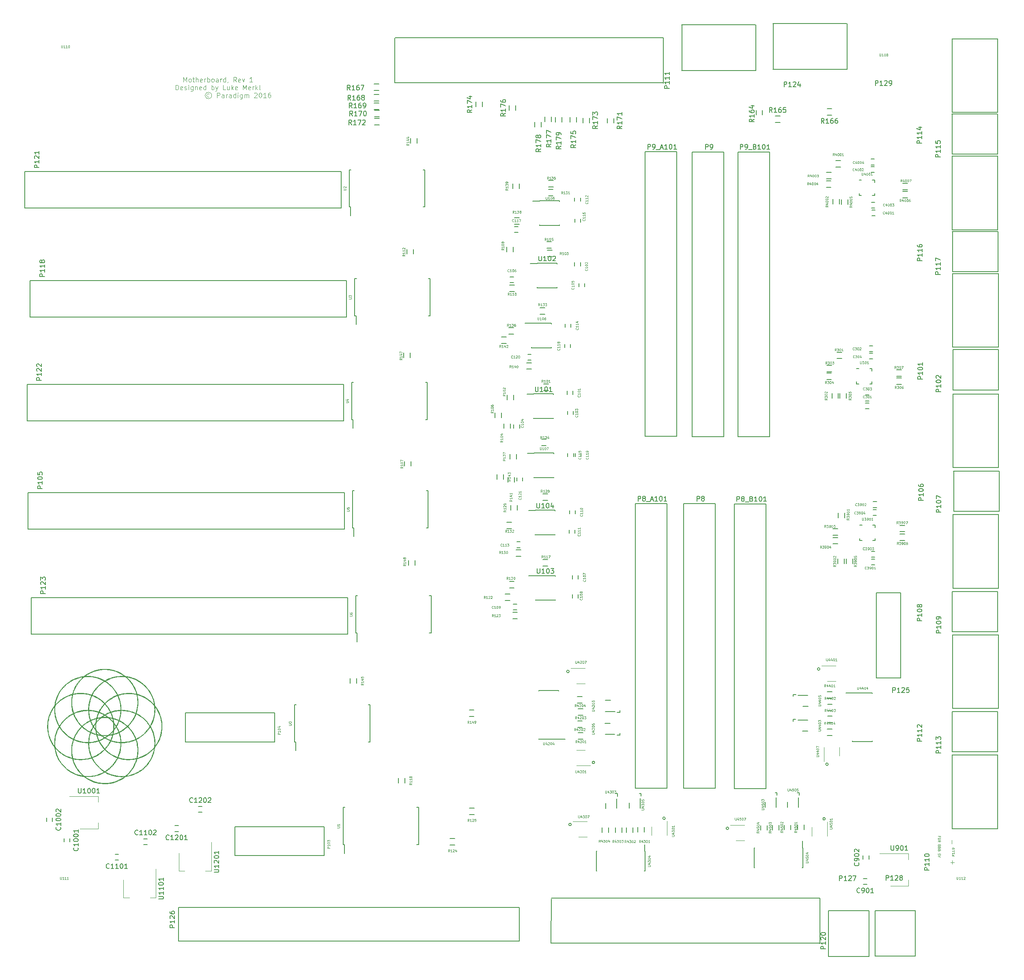
<source format=gbr>
G04 #@! TF.FileFunction,Legend,Top*
%FSLAX46Y46*%
G04 Gerber Fmt 4.6, Leading zero omitted, Abs format (unit mm)*
G04 Created by KiCad (PCBNEW 4.0.4-stable) date 01/03/17 20:17:35*
%MOMM*%
%LPD*%
G01*
G04 APERTURE LIST*
%ADD10C,0.100000*%
%ADD11C,0.125000*%
%ADD12C,0.150000*%
%ADD13C,0.120000*%
%ADD14C,0.010000*%
%ADD15C,0.025000*%
G04 APERTURE END LIST*
D10*
D11*
X74077192Y-53445061D02*
X74077192Y-52445061D01*
X74410526Y-53159347D01*
X74743859Y-52445061D01*
X74743859Y-53445061D01*
X75362906Y-53445061D02*
X75267668Y-53397442D01*
X75220049Y-53349823D01*
X75172430Y-53254585D01*
X75172430Y-52968870D01*
X75220049Y-52873632D01*
X75267668Y-52826013D01*
X75362906Y-52778394D01*
X75505764Y-52778394D01*
X75601002Y-52826013D01*
X75648621Y-52873632D01*
X75696240Y-52968870D01*
X75696240Y-53254585D01*
X75648621Y-53349823D01*
X75601002Y-53397442D01*
X75505764Y-53445061D01*
X75362906Y-53445061D01*
X75981954Y-52778394D02*
X76362906Y-52778394D01*
X76124811Y-52445061D02*
X76124811Y-53302204D01*
X76172430Y-53397442D01*
X76267668Y-53445061D01*
X76362906Y-53445061D01*
X76696240Y-53445061D02*
X76696240Y-52445061D01*
X77124812Y-53445061D02*
X77124812Y-52921251D01*
X77077193Y-52826013D01*
X76981955Y-52778394D01*
X76839097Y-52778394D01*
X76743859Y-52826013D01*
X76696240Y-52873632D01*
X77981955Y-53397442D02*
X77886717Y-53445061D01*
X77696240Y-53445061D01*
X77601002Y-53397442D01*
X77553383Y-53302204D01*
X77553383Y-52921251D01*
X77601002Y-52826013D01*
X77696240Y-52778394D01*
X77886717Y-52778394D01*
X77981955Y-52826013D01*
X78029574Y-52921251D01*
X78029574Y-53016490D01*
X77553383Y-53111728D01*
X78458145Y-53445061D02*
X78458145Y-52778394D01*
X78458145Y-52968870D02*
X78505764Y-52873632D01*
X78553383Y-52826013D01*
X78648621Y-52778394D01*
X78743860Y-52778394D01*
X79077193Y-53445061D02*
X79077193Y-52445061D01*
X79077193Y-52826013D02*
X79172431Y-52778394D01*
X79362908Y-52778394D01*
X79458146Y-52826013D01*
X79505765Y-52873632D01*
X79553384Y-52968870D01*
X79553384Y-53254585D01*
X79505765Y-53349823D01*
X79458146Y-53397442D01*
X79362908Y-53445061D01*
X79172431Y-53445061D01*
X79077193Y-53397442D01*
X80124812Y-53445061D02*
X80029574Y-53397442D01*
X79981955Y-53349823D01*
X79934336Y-53254585D01*
X79934336Y-52968870D01*
X79981955Y-52873632D01*
X80029574Y-52826013D01*
X80124812Y-52778394D01*
X80267670Y-52778394D01*
X80362908Y-52826013D01*
X80410527Y-52873632D01*
X80458146Y-52968870D01*
X80458146Y-53254585D01*
X80410527Y-53349823D01*
X80362908Y-53397442D01*
X80267670Y-53445061D01*
X80124812Y-53445061D01*
X81315289Y-53445061D02*
X81315289Y-52921251D01*
X81267670Y-52826013D01*
X81172432Y-52778394D01*
X80981955Y-52778394D01*
X80886717Y-52826013D01*
X81315289Y-53397442D02*
X81220051Y-53445061D01*
X80981955Y-53445061D01*
X80886717Y-53397442D01*
X80839098Y-53302204D01*
X80839098Y-53206966D01*
X80886717Y-53111728D01*
X80981955Y-53064109D01*
X81220051Y-53064109D01*
X81315289Y-53016490D01*
X81791479Y-53445061D02*
X81791479Y-52778394D01*
X81791479Y-52968870D02*
X81839098Y-52873632D01*
X81886717Y-52826013D01*
X81981955Y-52778394D01*
X82077194Y-52778394D01*
X82839099Y-53445061D02*
X82839099Y-52445061D01*
X82839099Y-53397442D02*
X82743861Y-53445061D01*
X82553384Y-53445061D01*
X82458146Y-53397442D01*
X82410527Y-53349823D01*
X82362908Y-53254585D01*
X82362908Y-52968870D01*
X82410527Y-52873632D01*
X82458146Y-52826013D01*
X82553384Y-52778394D01*
X82743861Y-52778394D01*
X82839099Y-52826013D01*
X83362908Y-53397442D02*
X83362908Y-53445061D01*
X83315289Y-53540299D01*
X83267670Y-53587918D01*
X85124813Y-53445061D02*
X84791479Y-52968870D01*
X84553384Y-53445061D02*
X84553384Y-52445061D01*
X84934337Y-52445061D01*
X85029575Y-52492680D01*
X85077194Y-52540299D01*
X85124813Y-52635537D01*
X85124813Y-52778394D01*
X85077194Y-52873632D01*
X85029575Y-52921251D01*
X84934337Y-52968870D01*
X84553384Y-52968870D01*
X85934337Y-53397442D02*
X85839099Y-53445061D01*
X85648622Y-53445061D01*
X85553384Y-53397442D01*
X85505765Y-53302204D01*
X85505765Y-52921251D01*
X85553384Y-52826013D01*
X85648622Y-52778394D01*
X85839099Y-52778394D01*
X85934337Y-52826013D01*
X85981956Y-52921251D01*
X85981956Y-53016490D01*
X85505765Y-53111728D01*
X86315289Y-52778394D02*
X86553384Y-53445061D01*
X86791480Y-52778394D01*
X88458147Y-53445061D02*
X87886718Y-53445061D01*
X88172432Y-53445061D02*
X88172432Y-52445061D01*
X88077194Y-52587918D01*
X87981956Y-52683156D01*
X87886718Y-52730775D01*
X72481954Y-55070061D02*
X72481954Y-54070061D01*
X72720049Y-54070061D01*
X72862907Y-54117680D01*
X72958145Y-54212918D01*
X73005764Y-54308156D01*
X73053383Y-54498632D01*
X73053383Y-54641490D01*
X73005764Y-54831966D01*
X72958145Y-54927204D01*
X72862907Y-55022442D01*
X72720049Y-55070061D01*
X72481954Y-55070061D01*
X73862907Y-55022442D02*
X73767669Y-55070061D01*
X73577192Y-55070061D01*
X73481954Y-55022442D01*
X73434335Y-54927204D01*
X73434335Y-54546251D01*
X73481954Y-54451013D01*
X73577192Y-54403394D01*
X73767669Y-54403394D01*
X73862907Y-54451013D01*
X73910526Y-54546251D01*
X73910526Y-54641490D01*
X73434335Y-54736728D01*
X74291478Y-55022442D02*
X74386716Y-55070061D01*
X74577192Y-55070061D01*
X74672431Y-55022442D01*
X74720050Y-54927204D01*
X74720050Y-54879585D01*
X74672431Y-54784347D01*
X74577192Y-54736728D01*
X74434335Y-54736728D01*
X74339097Y-54689109D01*
X74291478Y-54593870D01*
X74291478Y-54546251D01*
X74339097Y-54451013D01*
X74434335Y-54403394D01*
X74577192Y-54403394D01*
X74672431Y-54451013D01*
X75148621Y-55070061D02*
X75148621Y-54403394D01*
X75148621Y-54070061D02*
X75101002Y-54117680D01*
X75148621Y-54165299D01*
X75196240Y-54117680D01*
X75148621Y-54070061D01*
X75148621Y-54165299D01*
X76053383Y-54403394D02*
X76053383Y-55212918D01*
X76005764Y-55308156D01*
X75958145Y-55355775D01*
X75862906Y-55403394D01*
X75720049Y-55403394D01*
X75624811Y-55355775D01*
X76053383Y-55022442D02*
X75958145Y-55070061D01*
X75767668Y-55070061D01*
X75672430Y-55022442D01*
X75624811Y-54974823D01*
X75577192Y-54879585D01*
X75577192Y-54593870D01*
X75624811Y-54498632D01*
X75672430Y-54451013D01*
X75767668Y-54403394D01*
X75958145Y-54403394D01*
X76053383Y-54451013D01*
X76529573Y-54403394D02*
X76529573Y-55070061D01*
X76529573Y-54498632D02*
X76577192Y-54451013D01*
X76672430Y-54403394D01*
X76815288Y-54403394D01*
X76910526Y-54451013D01*
X76958145Y-54546251D01*
X76958145Y-55070061D01*
X77815288Y-55022442D02*
X77720050Y-55070061D01*
X77529573Y-55070061D01*
X77434335Y-55022442D01*
X77386716Y-54927204D01*
X77386716Y-54546251D01*
X77434335Y-54451013D01*
X77529573Y-54403394D01*
X77720050Y-54403394D01*
X77815288Y-54451013D01*
X77862907Y-54546251D01*
X77862907Y-54641490D01*
X77386716Y-54736728D01*
X78720050Y-55070061D02*
X78720050Y-54070061D01*
X78720050Y-55022442D02*
X78624812Y-55070061D01*
X78434335Y-55070061D01*
X78339097Y-55022442D01*
X78291478Y-54974823D01*
X78243859Y-54879585D01*
X78243859Y-54593870D01*
X78291478Y-54498632D01*
X78339097Y-54451013D01*
X78434335Y-54403394D01*
X78624812Y-54403394D01*
X78720050Y-54451013D01*
X79958145Y-55070061D02*
X79958145Y-54070061D01*
X79958145Y-54451013D02*
X80053383Y-54403394D01*
X80243860Y-54403394D01*
X80339098Y-54451013D01*
X80386717Y-54498632D01*
X80434336Y-54593870D01*
X80434336Y-54879585D01*
X80386717Y-54974823D01*
X80339098Y-55022442D01*
X80243860Y-55070061D01*
X80053383Y-55070061D01*
X79958145Y-55022442D01*
X80767669Y-54403394D02*
X81005764Y-55070061D01*
X81243860Y-54403394D02*
X81005764Y-55070061D01*
X80910526Y-55308156D01*
X80862907Y-55355775D01*
X80767669Y-55403394D01*
X82862908Y-55070061D02*
X82386717Y-55070061D01*
X82386717Y-54070061D01*
X83624813Y-54403394D02*
X83624813Y-55070061D01*
X83196241Y-54403394D02*
X83196241Y-54927204D01*
X83243860Y-55022442D01*
X83339098Y-55070061D01*
X83481956Y-55070061D01*
X83577194Y-55022442D01*
X83624813Y-54974823D01*
X84101003Y-55070061D02*
X84101003Y-54070061D01*
X84196241Y-54689109D02*
X84481956Y-55070061D01*
X84481956Y-54403394D02*
X84101003Y-54784347D01*
X85291480Y-55022442D02*
X85196242Y-55070061D01*
X85005765Y-55070061D01*
X84910527Y-55022442D01*
X84862908Y-54927204D01*
X84862908Y-54546251D01*
X84910527Y-54451013D01*
X85005765Y-54403394D01*
X85196242Y-54403394D01*
X85291480Y-54451013D01*
X85339099Y-54546251D01*
X85339099Y-54641490D01*
X84862908Y-54736728D01*
X86529575Y-55070061D02*
X86529575Y-54070061D01*
X86862909Y-54784347D01*
X87196242Y-54070061D01*
X87196242Y-55070061D01*
X88053385Y-55022442D02*
X87958147Y-55070061D01*
X87767670Y-55070061D01*
X87672432Y-55022442D01*
X87624813Y-54927204D01*
X87624813Y-54546251D01*
X87672432Y-54451013D01*
X87767670Y-54403394D01*
X87958147Y-54403394D01*
X88053385Y-54451013D01*
X88101004Y-54546251D01*
X88101004Y-54641490D01*
X87624813Y-54736728D01*
X88529575Y-55070061D02*
X88529575Y-54403394D01*
X88529575Y-54593870D02*
X88577194Y-54498632D01*
X88624813Y-54451013D01*
X88720051Y-54403394D01*
X88815290Y-54403394D01*
X89148623Y-55070061D02*
X89148623Y-54070061D01*
X89243861Y-54689109D02*
X89529576Y-55070061D01*
X89529576Y-54403394D02*
X89148623Y-54784347D01*
X90101004Y-55070061D02*
X90005766Y-55022442D01*
X89958147Y-54927204D01*
X89958147Y-54070061D01*
X79434337Y-55933156D02*
X79339099Y-55885537D01*
X79148623Y-55885537D01*
X79053385Y-55933156D01*
X78958147Y-56028394D01*
X78910528Y-56123632D01*
X78910528Y-56314109D01*
X78958147Y-56409347D01*
X79053385Y-56504585D01*
X79148623Y-56552204D01*
X79339099Y-56552204D01*
X79434337Y-56504585D01*
X79243861Y-55552204D02*
X79005766Y-55599823D01*
X78767670Y-55742680D01*
X78624813Y-55980775D01*
X78577194Y-56218870D01*
X78624813Y-56456966D01*
X78767670Y-56695061D01*
X79005766Y-56837918D01*
X79243861Y-56885537D01*
X79481956Y-56837918D01*
X79720051Y-56695061D01*
X79862908Y-56456966D01*
X79910528Y-56218870D01*
X79862908Y-55980775D01*
X79720051Y-55742680D01*
X79481956Y-55599823D01*
X79243861Y-55552204D01*
X81101004Y-56695061D02*
X81101004Y-55695061D01*
X81481957Y-55695061D01*
X81577195Y-55742680D01*
X81624814Y-55790299D01*
X81672433Y-55885537D01*
X81672433Y-56028394D01*
X81624814Y-56123632D01*
X81577195Y-56171251D01*
X81481957Y-56218870D01*
X81101004Y-56218870D01*
X82529576Y-56695061D02*
X82529576Y-56171251D01*
X82481957Y-56076013D01*
X82386719Y-56028394D01*
X82196242Y-56028394D01*
X82101004Y-56076013D01*
X82529576Y-56647442D02*
X82434338Y-56695061D01*
X82196242Y-56695061D01*
X82101004Y-56647442D01*
X82053385Y-56552204D01*
X82053385Y-56456966D01*
X82101004Y-56361728D01*
X82196242Y-56314109D01*
X82434338Y-56314109D01*
X82529576Y-56266490D01*
X83005766Y-56695061D02*
X83005766Y-56028394D01*
X83005766Y-56218870D02*
X83053385Y-56123632D01*
X83101004Y-56076013D01*
X83196242Y-56028394D01*
X83291481Y-56028394D01*
X84053386Y-56695061D02*
X84053386Y-56171251D01*
X84005767Y-56076013D01*
X83910529Y-56028394D01*
X83720052Y-56028394D01*
X83624814Y-56076013D01*
X84053386Y-56647442D02*
X83958148Y-56695061D01*
X83720052Y-56695061D01*
X83624814Y-56647442D01*
X83577195Y-56552204D01*
X83577195Y-56456966D01*
X83624814Y-56361728D01*
X83720052Y-56314109D01*
X83958148Y-56314109D01*
X84053386Y-56266490D01*
X84958148Y-56695061D02*
X84958148Y-55695061D01*
X84958148Y-56647442D02*
X84862910Y-56695061D01*
X84672433Y-56695061D01*
X84577195Y-56647442D01*
X84529576Y-56599823D01*
X84481957Y-56504585D01*
X84481957Y-56218870D01*
X84529576Y-56123632D01*
X84577195Y-56076013D01*
X84672433Y-56028394D01*
X84862910Y-56028394D01*
X84958148Y-56076013D01*
X85434338Y-56695061D02*
X85434338Y-56028394D01*
X85434338Y-55695061D02*
X85386719Y-55742680D01*
X85434338Y-55790299D01*
X85481957Y-55742680D01*
X85434338Y-55695061D01*
X85434338Y-55790299D01*
X86339100Y-56028394D02*
X86339100Y-56837918D01*
X86291481Y-56933156D01*
X86243862Y-56980775D01*
X86148623Y-57028394D01*
X86005766Y-57028394D01*
X85910528Y-56980775D01*
X86339100Y-56647442D02*
X86243862Y-56695061D01*
X86053385Y-56695061D01*
X85958147Y-56647442D01*
X85910528Y-56599823D01*
X85862909Y-56504585D01*
X85862909Y-56218870D01*
X85910528Y-56123632D01*
X85958147Y-56076013D01*
X86053385Y-56028394D01*
X86243862Y-56028394D01*
X86339100Y-56076013D01*
X86815290Y-56695061D02*
X86815290Y-56028394D01*
X86815290Y-56123632D02*
X86862909Y-56076013D01*
X86958147Y-56028394D01*
X87101005Y-56028394D01*
X87196243Y-56076013D01*
X87243862Y-56171251D01*
X87243862Y-56695061D01*
X87243862Y-56171251D02*
X87291481Y-56076013D01*
X87386719Y-56028394D01*
X87529576Y-56028394D01*
X87624814Y-56076013D01*
X87672433Y-56171251D01*
X87672433Y-56695061D01*
X88862909Y-55790299D02*
X88910528Y-55742680D01*
X89005766Y-55695061D01*
X89243862Y-55695061D01*
X89339100Y-55742680D01*
X89386719Y-55790299D01*
X89434338Y-55885537D01*
X89434338Y-55980775D01*
X89386719Y-56123632D01*
X88815290Y-56695061D01*
X89434338Y-56695061D01*
X90053385Y-55695061D02*
X90148624Y-55695061D01*
X90243862Y-55742680D01*
X90291481Y-55790299D01*
X90339100Y-55885537D01*
X90386719Y-56076013D01*
X90386719Y-56314109D01*
X90339100Y-56504585D01*
X90291481Y-56599823D01*
X90243862Y-56647442D01*
X90148624Y-56695061D01*
X90053385Y-56695061D01*
X89958147Y-56647442D01*
X89910528Y-56599823D01*
X89862909Y-56504585D01*
X89815290Y-56314109D01*
X89815290Y-56076013D01*
X89862909Y-55885537D01*
X89910528Y-55790299D01*
X89958147Y-55742680D01*
X90053385Y-55695061D01*
X91339100Y-56695061D02*
X90767671Y-56695061D01*
X91053385Y-56695061D02*
X91053385Y-55695061D01*
X90958147Y-55837918D01*
X90862909Y-55933156D01*
X90767671Y-55980775D01*
X92196243Y-55695061D02*
X92005766Y-55695061D01*
X91910528Y-55742680D01*
X91862909Y-55790299D01*
X91767671Y-55933156D01*
X91720052Y-56123632D01*
X91720052Y-56504585D01*
X91767671Y-56599823D01*
X91815290Y-56647442D01*
X91910528Y-56695061D01*
X92101005Y-56695061D01*
X92196243Y-56647442D01*
X92243862Y-56599823D01*
X92291481Y-56504585D01*
X92291481Y-56266490D01*
X92243862Y-56171251D01*
X92196243Y-56123632D01*
X92101005Y-56076013D01*
X91910528Y-56076013D01*
X91815290Y-56123632D01*
X91767671Y-56171251D01*
X91720052Y-56266490D01*
X234460089Y-212501432D02*
X234460089Y-211739527D01*
X234160108Y-216408309D02*
X234922013Y-216408309D01*
X234541061Y-216789261D02*
X234541061Y-216027356D01*
X231785734Y-211059871D02*
X231785734Y-210893205D01*
X231523830Y-210893205D02*
X232023830Y-210893205D01*
X232023830Y-211131300D01*
X232023830Y-211417014D02*
X232023830Y-211512252D01*
X232000020Y-211559871D01*
X231952401Y-211607490D01*
X231857163Y-211631299D01*
X231690496Y-211631299D01*
X231595258Y-211607490D01*
X231547639Y-211559871D01*
X231523830Y-211512252D01*
X231523830Y-211417014D01*
X231547639Y-211369395D01*
X231595258Y-211321776D01*
X231690496Y-211297966D01*
X231857163Y-211297966D01*
X231952401Y-211321776D01*
X232000020Y-211369395D01*
X232023830Y-211417014D01*
X231523830Y-212131300D02*
X231761925Y-211964633D01*
X231523830Y-211845586D02*
X232023830Y-211845586D01*
X232023830Y-212036062D01*
X232000020Y-212083681D01*
X231976210Y-212107490D01*
X231928591Y-212131300D01*
X231857163Y-212131300D01*
X231809544Y-212107490D01*
X231785734Y-212083681D01*
X231761925Y-212036062D01*
X231761925Y-211845586D01*
X231785734Y-212893204D02*
X231761925Y-212964633D01*
X231738115Y-212988442D01*
X231690496Y-213012252D01*
X231619068Y-213012252D01*
X231571449Y-212988442D01*
X231547639Y-212964633D01*
X231523830Y-212917014D01*
X231523830Y-212726538D01*
X232023830Y-212726538D01*
X232023830Y-212893204D01*
X232000020Y-212940823D01*
X231976210Y-212964633D01*
X231928591Y-212988442D01*
X231880972Y-212988442D01*
X231833353Y-212964633D01*
X231809544Y-212940823D01*
X231785734Y-212893204D01*
X231785734Y-212726538D01*
X231785734Y-213393204D02*
X231761925Y-213464633D01*
X231738115Y-213488442D01*
X231690496Y-213512252D01*
X231619068Y-213512252D01*
X231571449Y-213488442D01*
X231547639Y-213464633D01*
X231523830Y-213417014D01*
X231523830Y-213226538D01*
X232023830Y-213226538D01*
X232023830Y-213393204D01*
X232000020Y-213440823D01*
X231976210Y-213464633D01*
X231928591Y-213488442D01*
X231880972Y-213488442D01*
X231833353Y-213464633D01*
X231809544Y-213440823D01*
X231785734Y-213393204D01*
X231785734Y-213226538D01*
X231785734Y-213893204D02*
X231761925Y-213964633D01*
X231738115Y-213988442D01*
X231690496Y-214012252D01*
X231619068Y-214012252D01*
X231571449Y-213988442D01*
X231547639Y-213964633D01*
X231523830Y-213917014D01*
X231523830Y-213726538D01*
X232023830Y-213726538D01*
X232023830Y-213893204D01*
X232000020Y-213940823D01*
X231976210Y-213964633D01*
X231928591Y-213988442D01*
X231880972Y-213988442D01*
X231833353Y-213964633D01*
X231809544Y-213940823D01*
X231785734Y-213893204D01*
X231785734Y-213726538D01*
X232023830Y-214845585D02*
X232023830Y-214607490D01*
X231785734Y-214583680D01*
X231809544Y-214607490D01*
X231833353Y-214655109D01*
X231833353Y-214774156D01*
X231809544Y-214821775D01*
X231785734Y-214845585D01*
X231738115Y-214869394D01*
X231619068Y-214869394D01*
X231571449Y-214845585D01*
X231547639Y-214821775D01*
X231523830Y-214774156D01*
X231523830Y-214655109D01*
X231547639Y-214607490D01*
X231571449Y-214583680D01*
X232023830Y-215012251D02*
X231523830Y-215178918D01*
X232023830Y-215345584D01*
D12*
X217780460Y-113283860D02*
X217780460Y-113783860D01*
X214530460Y-116533860D02*
X214530460Y-116033860D01*
X217780460Y-116533860D02*
X217780460Y-116033860D01*
X214530460Y-113283860D02*
X215030460Y-113283860D01*
X214530460Y-116533860D02*
X215030460Y-116533860D01*
X217780460Y-116533860D02*
X217280460Y-116533860D01*
X217780460Y-113283860D02*
X217280460Y-113283860D01*
X120678860Y-89367680D02*
X120678860Y-88367680D01*
X122028860Y-88367680D02*
X122028860Y-89367680D01*
X109828860Y-102272680D02*
X110103860Y-102272680D01*
X109828860Y-94522680D02*
X110193860Y-94522680D01*
X125578860Y-94522680D02*
X125213860Y-94522680D01*
X125578860Y-102272680D02*
X125213860Y-102272680D01*
X109828860Y-102272680D02*
X109828860Y-94522680D01*
X125578860Y-102272680D02*
X125578860Y-94522680D01*
X110103860Y-102272680D02*
X110103860Y-104097680D01*
X42093860Y-102527680D02*
X42093860Y-94907680D01*
X42093860Y-94907680D02*
X108133860Y-94907680D01*
X108133860Y-94907680D02*
X108133860Y-102527680D01*
X108133860Y-102527680D02*
X42093860Y-102527680D01*
X40955860Y-79793680D02*
X40955860Y-72173680D01*
X40955860Y-72173680D02*
X106995860Y-72173680D01*
X106995860Y-72173680D02*
X106995860Y-79793680D01*
X106995860Y-79793680D02*
X40955860Y-79793680D01*
X108690860Y-79538680D02*
X108965860Y-79538680D01*
X108690860Y-71788680D02*
X109055860Y-71788680D01*
X124440860Y-71788680D02*
X124075860Y-71788680D01*
X124440860Y-79538680D02*
X124075860Y-79538680D01*
X108690860Y-79538680D02*
X108690860Y-71788680D01*
X124440860Y-79538680D02*
X124440860Y-71788680D01*
X108965860Y-79538680D02*
X108965860Y-81363680D01*
X121468860Y-66217680D02*
X121468860Y-65217680D01*
X122818860Y-65217680D02*
X122818860Y-66217680D01*
X120038860Y-111027680D02*
X120038860Y-110027680D01*
X121388860Y-110027680D02*
X121388860Y-111027680D01*
X109188860Y-123932680D02*
X109463860Y-123932680D01*
X109188860Y-116182680D02*
X109553860Y-116182680D01*
X124938860Y-116182680D02*
X124573860Y-116182680D01*
X124938860Y-123932680D02*
X124573860Y-123932680D01*
X109188860Y-123932680D02*
X109188860Y-116182680D01*
X124938860Y-123932680D02*
X124938860Y-116182680D01*
X109463860Y-123932680D02*
X109463860Y-125757680D01*
X41453860Y-124187680D02*
X41453860Y-116567680D01*
X41453860Y-116567680D02*
X107493860Y-116567680D01*
X107493860Y-116567680D02*
X107493860Y-124187680D01*
X107493860Y-124187680D02*
X41453860Y-124187680D01*
X41643860Y-146807680D02*
X41643860Y-139187680D01*
X41643860Y-139187680D02*
X107683860Y-139187680D01*
X107683860Y-139187680D02*
X107683860Y-146807680D01*
X107683860Y-146807680D02*
X41643860Y-146807680D01*
X109378860Y-146552680D02*
X109653860Y-146552680D01*
X109378860Y-138802680D02*
X109743860Y-138802680D01*
X125128860Y-138802680D02*
X124763860Y-138802680D01*
X125128860Y-146552680D02*
X124763860Y-146552680D01*
X109378860Y-146552680D02*
X109378860Y-138802680D01*
X125128860Y-146552680D02*
X125128860Y-138802680D01*
X109653860Y-146552680D02*
X109653860Y-148377680D01*
X120228860Y-133647680D02*
X120228860Y-132647680D01*
X121578860Y-132647680D02*
X121578860Y-133647680D01*
X155329180Y-117983520D02*
X155329180Y-118683520D01*
X154129180Y-118683520D02*
X154129180Y-117983520D01*
X156916680Y-91148420D02*
X156916680Y-91848420D01*
X155716680Y-91848420D02*
X155716680Y-91148420D01*
X154210460Y-122889760D02*
X154210460Y-122189760D01*
X155410460Y-122189760D02*
X155410460Y-122889760D01*
X143011600Y-125701540D02*
X143011600Y-125001540D01*
X144211600Y-125001540D02*
X144211600Y-125701540D01*
X156631080Y-96196900D02*
X156631080Y-95496900D01*
X157831080Y-95496900D02*
X157831080Y-96196900D01*
X142243060Y-94162320D02*
X142943060Y-94162320D01*
X142943060Y-95362320D02*
X142243060Y-95362320D01*
X156456940Y-156505160D02*
X156456940Y-157205160D01*
X155256940Y-157205160D02*
X155256940Y-156505160D01*
X155256940Y-161180260D02*
X155256940Y-160480260D01*
X156456940Y-160480260D02*
X156456940Y-161180260D01*
X143633940Y-163665460D02*
X142933940Y-163665460D01*
X142933940Y-162465460D02*
X143633940Y-162465460D01*
X155824480Y-142903460D02*
X155824480Y-143603460D01*
X154624480Y-143603460D02*
X154624480Y-142903460D01*
X154599080Y-147705560D02*
X154599080Y-147005560D01*
X155799080Y-147005560D02*
X155799080Y-147705560D01*
X156919220Y-77653400D02*
X156919220Y-78353400D01*
X155719220Y-78353400D02*
X155719220Y-77653400D01*
X144322280Y-150686060D02*
X143622280Y-150686060D01*
X143622280Y-149486060D02*
X144322280Y-149486060D01*
X154943100Y-103937320D02*
X154943100Y-104637320D01*
X153743100Y-104637320D02*
X153743100Y-103937320D01*
X155476500Y-130983240D02*
X155476500Y-131683240D01*
X154276500Y-131683240D02*
X154276500Y-130983240D01*
X155785260Y-82757760D02*
X155785260Y-82057760D01*
X156985260Y-82057760D02*
X156985260Y-82757760D01*
X143190480Y-83679740D02*
X143890480Y-83679740D01*
X143890480Y-84879740D02*
X143190480Y-84879740D01*
X153666900Y-108924840D02*
X153666900Y-108224840D01*
X154866900Y-108224840D02*
X154866900Y-108924840D01*
X157061460Y-130983240D02*
X157061460Y-131683240D01*
X155861460Y-131683240D02*
X155861460Y-130983240D01*
X146631140Y-111537040D02*
X145931140Y-111537040D01*
X145931140Y-110337040D02*
X146631140Y-110337040D01*
X143664380Y-136758160D02*
X143664380Y-136058160D01*
X144864380Y-136058160D02*
X144864380Y-136758160D01*
X216425486Y-120502594D02*
X217125486Y-120502594D01*
X217125486Y-121702594D02*
X216425486Y-121702594D01*
X217249260Y-108541260D02*
X217949260Y-108541260D01*
X217949260Y-109741260D02*
X217249260Y-109741260D01*
X216425486Y-118826194D02*
X217125486Y-118826194D01*
X217125486Y-120026194D02*
X216425486Y-120026194D01*
X217949260Y-111290660D02*
X217249260Y-111290660D01*
X217249260Y-110090660D02*
X217949260Y-110090660D01*
X217675980Y-153080160D02*
X218375980Y-153080160D01*
X218375980Y-154280160D02*
X217675980Y-154280160D01*
X218018880Y-141091360D02*
X218718880Y-141091360D01*
X218718880Y-142291360D02*
X218018880Y-142291360D01*
X217675980Y-151467260D02*
X218375980Y-151467260D01*
X218375980Y-152667260D02*
X217675980Y-152667260D01*
X218706180Y-143967760D02*
X218006180Y-143967760D01*
X218006180Y-142767760D02*
X218706180Y-142767760D01*
X217725195Y-80162137D02*
X218425195Y-80162137D01*
X218425195Y-81362137D02*
X217725195Y-81362137D01*
X217574380Y-71129600D02*
X218274380Y-71129600D01*
X218274380Y-72329600D02*
X217574380Y-72329600D01*
X217674395Y-78536537D02*
X218374395Y-78536537D01*
X218374395Y-79736537D02*
X217674395Y-79736537D01*
X218274380Y-70754800D02*
X217574380Y-70754800D01*
X217574380Y-69554800D02*
X218274380Y-69554800D01*
X149233000Y-116482500D02*
X150233000Y-116482500D01*
X150233000Y-117832500D02*
X149233000Y-117832500D01*
X142988660Y-118793640D02*
X142988660Y-119793640D01*
X141638660Y-119793640D02*
X141638660Y-118793640D01*
X150015320Y-88542500D02*
X151015320Y-88542500D01*
X151015320Y-89892500D02*
X150015320Y-89892500D01*
X139078860Y-123547680D02*
X139078860Y-122547680D01*
X140428860Y-122547680D02*
X140428860Y-123547680D01*
X150888320Y-88160220D02*
X149888320Y-88160220D01*
X149888320Y-86810220D02*
X150888320Y-86810220D01*
X142285080Y-124770260D02*
X142285080Y-125770260D01*
X140935080Y-125770260D02*
X140935080Y-124770260D01*
X142887060Y-87917400D02*
X142887060Y-88917400D01*
X141537060Y-88917400D02*
X141537060Y-87917400D01*
X143108300Y-97189920D02*
X142108300Y-97189920D01*
X142108300Y-95839920D02*
X143108300Y-95839920D01*
X149083140Y-153170260D02*
X150083140Y-153170260D01*
X150083140Y-154520260D02*
X149083140Y-154520260D01*
X118937180Y-199809820D02*
X118937180Y-198809820D01*
X120287180Y-198809820D02*
X120287180Y-199809820D01*
X142098140Y-157767660D02*
X143098140Y-157767660D01*
X143098140Y-159117660D02*
X142098140Y-159117660D01*
X141221840Y-160333060D02*
X142221840Y-160333060D01*
X142221840Y-161683060D02*
X141221840Y-161683060D01*
X142771240Y-164168460D02*
X143771240Y-164168460D01*
X143771240Y-165518460D02*
X142771240Y-165518460D01*
X129697860Y-211394680D02*
X130697860Y-211394680D01*
X130697860Y-212744680D02*
X129697860Y-212744680D01*
X133761860Y-205044680D02*
X134761860Y-205044680D01*
X134761860Y-206394680D02*
X133761860Y-206394680D01*
X149072980Y-139466960D02*
X150072980Y-139466960D01*
X150072980Y-140816960D02*
X149072980Y-140816960D01*
X143745580Y-141813660D02*
X143745580Y-142813660D01*
X142395580Y-142813660D02*
X142395580Y-141813660D01*
X143484980Y-151166200D02*
X144484980Y-151166200D01*
X144484980Y-152516200D02*
X143484980Y-152516200D01*
X150223600Y-75883140D02*
X151223600Y-75883140D01*
X151223600Y-77233140D02*
X150223600Y-77233140D01*
X141554580Y-145400400D02*
X142554580Y-145400400D01*
X142554580Y-146750400D02*
X141554580Y-146750400D01*
X148458300Y-100569400D02*
X149458300Y-100569400D01*
X149458300Y-101919400D02*
X148458300Y-101919400D01*
X148783420Y-128042040D02*
X149783420Y-128042040D01*
X149783420Y-129392040D02*
X148783420Y-129392040D01*
X151279480Y-75378940D02*
X150279480Y-75378940D01*
X150279480Y-74028940D02*
X151279480Y-74028940D01*
X142006700Y-104709600D02*
X143006700Y-104709600D01*
X143006700Y-106059600D02*
X142006700Y-106059600D01*
X143593180Y-131153280D02*
X143593180Y-132153280D01*
X142243180Y-132153280D02*
X142243180Y-131153280D01*
X144129380Y-83176740D02*
X143129380Y-83176740D01*
X143129380Y-81826740D02*
X144129380Y-81826740D01*
X144151980Y-74663680D02*
X144151980Y-75663680D01*
X142801980Y-75663680D02*
X142801980Y-74663680D01*
X145694780Y-112065440D02*
X146694780Y-112065440D01*
X146694780Y-113415440D02*
X145694780Y-113415440D01*
X143120740Y-135999600D02*
X143120740Y-136999600D01*
X141770740Y-136999600D02*
X141770740Y-135999600D01*
X140421740Y-106665400D02*
X141421740Y-106665400D01*
X141421740Y-108015400D02*
X140421740Y-108015400D01*
X139528860Y-136377680D02*
X139528860Y-135377680D01*
X140878860Y-135377680D02*
X140878860Y-136377680D01*
X108828860Y-178987680D02*
X108828860Y-177987680D01*
X110178860Y-177987680D02*
X110178860Y-178987680D01*
X121018860Y-154367680D02*
X121018860Y-153367680D01*
X122368860Y-153367680D02*
X122368860Y-154367680D01*
X133716140Y-184562120D02*
X134716140Y-184562120D01*
X134716140Y-185912120D02*
X133716140Y-185912120D01*
X211444460Y-111213260D02*
X210444460Y-111213260D01*
X210444460Y-109863260D02*
X211444460Y-109863260D01*
X210755860Y-118471060D02*
X210755860Y-119471060D01*
X209405860Y-119471060D02*
X209405860Y-118471060D01*
X208338620Y-112586140D02*
X209338620Y-112586140D01*
X209338620Y-113936140D02*
X208338620Y-113936140D01*
X208313220Y-114262540D02*
X209313220Y-114262540D01*
X209313220Y-115612540D02*
X208313220Y-115612540D01*
X211082260Y-119471060D02*
X211082260Y-118471060D01*
X212432260Y-118471060D02*
X212432260Y-119471060D01*
X222882660Y-115222660D02*
X223882660Y-115222660D01*
X223882660Y-116572660D02*
X222882660Y-116572660D01*
X222890460Y-113546260D02*
X223890460Y-113546260D01*
X223890460Y-114896260D02*
X222890460Y-114896260D01*
X210731740Y-144411320D02*
X210731740Y-143411320D01*
X212081740Y-143411320D02*
X212081740Y-144411320D01*
X212010620Y-152992200D02*
X212010620Y-153992200D01*
X210660620Y-153992200D02*
X210660620Y-152992200D01*
X209588480Y-146744060D02*
X210588480Y-146744060D01*
X210588480Y-148094060D02*
X209588480Y-148094060D01*
X209601180Y-148560160D02*
X210601180Y-148560160D01*
X210601180Y-149910160D02*
X209601180Y-149910160D01*
X212410680Y-153989660D02*
X212410680Y-152989660D01*
X213760680Y-152989660D02*
X213760680Y-153989660D01*
X223558480Y-147836260D02*
X224558480Y-147836260D01*
X224558480Y-149186260D02*
X223558480Y-149186260D01*
X223583880Y-146020160D02*
X224583880Y-146020160D01*
X224583880Y-147370160D02*
X223583880Y-147370160D01*
X211210780Y-71185400D02*
X210210780Y-71185400D01*
X210210780Y-69835400D02*
X211210780Y-69835400D01*
X210928580Y-77943000D02*
X210928580Y-78943000D01*
X209578580Y-78943000D02*
X209578580Y-77943000D01*
X208275300Y-72334760D02*
X209275300Y-72334760D01*
X209275300Y-73684760D02*
X208275300Y-73684760D01*
X208224500Y-74061960D02*
X209224500Y-74061960D01*
X209224500Y-75411960D02*
X208224500Y-75411960D01*
X211356580Y-78986000D02*
X211356580Y-77986000D01*
X212706580Y-77986000D02*
X212706580Y-78986000D01*
X224180780Y-76287000D02*
X225180780Y-76287000D01*
X225180780Y-77637000D02*
X224180780Y-77637000D01*
X224213980Y-74610600D02*
X225213980Y-74610600D01*
X225213980Y-75960600D02*
X224213980Y-75960600D01*
X156456760Y-189299220D02*
X157456760Y-189299220D01*
X157456760Y-190649220D02*
X156456760Y-190649220D01*
X156317060Y-186848120D02*
X157317060Y-186848120D01*
X157317060Y-188198120D02*
X156317060Y-188198120D01*
X156418660Y-184308120D02*
X157418660Y-184308120D01*
X157418660Y-185658120D02*
X156418660Y-185658120D01*
X156253560Y-181793520D02*
X157253560Y-181793520D01*
X157253560Y-183143520D02*
X156253560Y-183143520D01*
X168906830Y-210074130D02*
X168906830Y-209074130D01*
X170256830Y-209074130D02*
X170256830Y-210074130D01*
X166531930Y-210150330D02*
X166531930Y-209150330D01*
X167881930Y-209150330D02*
X167881930Y-210150330D01*
X164220530Y-210150330D02*
X164220530Y-209150330D01*
X165570530Y-209150330D02*
X165570530Y-210150330D01*
X161477330Y-210150330D02*
X161477330Y-209150330D01*
X162827330Y-209150330D02*
X162827330Y-210150330D01*
X209420080Y-182112280D02*
X208420080Y-182112280D01*
X208420080Y-180762280D02*
X209420080Y-180762280D01*
X209483580Y-184741180D02*
X208483580Y-184741180D01*
X208483580Y-183391180D02*
X209483580Y-183391180D01*
X209483580Y-187230380D02*
X208483580Y-187230380D01*
X208483580Y-185880380D02*
X209483580Y-185880380D01*
X209420080Y-189935480D02*
X208420080Y-189935480D01*
X208420080Y-188585480D02*
X209420080Y-188585480D01*
X202268860Y-209567680D02*
X202268860Y-208567680D01*
X203618860Y-208567680D02*
X203618860Y-209567680D01*
X199431280Y-209597880D02*
X199431280Y-208597880D01*
X200781280Y-208597880D02*
X200781280Y-209597880D01*
X197030980Y-209635980D02*
X197030980Y-208635980D01*
X198380980Y-208635980D02*
X198380980Y-209635980D01*
X194529080Y-209674080D02*
X194529080Y-208674080D01*
X195879080Y-208674080D02*
X195879080Y-209674080D01*
X97268860Y-191262680D02*
X97543860Y-191262680D01*
X97268860Y-183512680D02*
X97633860Y-183512680D01*
X113018860Y-183512680D02*
X112653860Y-183512680D01*
X113018860Y-191262680D02*
X112653860Y-191262680D01*
X97268860Y-191262680D02*
X97268860Y-183512680D01*
X113018860Y-191262680D02*
X113018860Y-183512680D01*
X97543860Y-191262680D02*
X97543860Y-193087680D01*
X107388860Y-212692680D02*
X107663860Y-212692680D01*
X107388860Y-204942680D02*
X107753860Y-204942680D01*
X123138860Y-204942680D02*
X122773860Y-204942680D01*
X123138860Y-212692680D02*
X122773860Y-212692680D01*
X107388860Y-212692680D02*
X107388860Y-204942680D01*
X123138860Y-212692680D02*
X123138860Y-204942680D01*
X107663860Y-212692680D02*
X107663860Y-214517680D01*
X110008860Y-168492680D02*
X110283860Y-168492680D01*
X110008860Y-160742680D02*
X110373860Y-160742680D01*
X125758860Y-160742680D02*
X125393860Y-160742680D01*
X125758860Y-168492680D02*
X125393860Y-168492680D01*
X110008860Y-168492680D02*
X110008860Y-160742680D01*
X125758860Y-168492680D02*
X125758860Y-160742680D01*
X110283860Y-168492680D02*
X110283860Y-170317680D01*
X148389520Y-78240180D02*
X148389520Y-78290180D01*
X152539520Y-78240180D02*
X152539520Y-78385180D01*
X152539520Y-83390180D02*
X152539520Y-83245180D01*
X148389520Y-83390180D02*
X148389520Y-83245180D01*
X148389520Y-78240180D02*
X152539520Y-78240180D01*
X148389520Y-83390180D02*
X152539520Y-83390180D01*
X148389520Y-78290180D02*
X146989520Y-78290180D01*
X146746140Y-103800200D02*
X146746140Y-103850200D01*
X150896140Y-103800200D02*
X150896140Y-103945200D01*
X150896140Y-108950200D02*
X150896140Y-108805200D01*
X146746140Y-108950200D02*
X146746140Y-108805200D01*
X146746140Y-103800200D02*
X150896140Y-103800200D01*
X146746140Y-108950200D02*
X150896140Y-108950200D01*
X146746140Y-103850200D02*
X145346140Y-103850200D01*
X147238900Y-130937560D02*
X147238900Y-130987560D01*
X151388900Y-130937560D02*
X151388900Y-131082560D01*
X151388900Y-136087560D02*
X151388900Y-135942560D01*
X147238900Y-136087560D02*
X147238900Y-135942560D01*
X147238900Y-130937560D02*
X151388900Y-130937560D01*
X147238900Y-136087560D02*
X151388900Y-136087560D01*
X147238900Y-130987560D02*
X145838900Y-130987560D01*
X218435632Y-145979760D02*
X218435632Y-146479760D01*
X215185632Y-149229760D02*
X215185632Y-148729760D01*
X218435632Y-149229760D02*
X218435632Y-148729760D01*
X215185632Y-145979760D02*
X215685632Y-145979760D01*
X215185632Y-149229760D02*
X215685632Y-149229760D01*
X218435632Y-149229760D02*
X217935632Y-149229760D01*
X218435632Y-145979760D02*
X217935632Y-145979760D01*
X218326332Y-73930400D02*
X218326332Y-74430400D01*
X215076332Y-77180400D02*
X215076332Y-76680400D01*
X218326332Y-77180400D02*
X218326332Y-76680400D01*
X215076332Y-73930400D02*
X215576332Y-73930400D01*
X215076332Y-77180400D02*
X215576332Y-77180400D01*
X218326332Y-77180400D02*
X217826332Y-77180400D01*
X218326332Y-73930400D02*
X217826332Y-73930400D01*
X162083660Y-182588520D02*
X163183660Y-182588520D01*
X162133660Y-184888520D02*
X164133660Y-184888520D01*
X164612320Y-185059320D02*
X165181280Y-185059320D01*
X165181280Y-185059320D02*
X165181280Y-184647840D01*
X152338860Y-190680420D02*
X152338860Y-190655420D01*
X148188860Y-190680420D02*
X148188860Y-190575420D01*
X148188860Y-180530420D02*
X148188860Y-180635420D01*
X152338860Y-180530420D02*
X152338860Y-180635420D01*
X152338860Y-190680420D02*
X148188860Y-190680420D01*
X152338860Y-180530420D02*
X148188860Y-180530420D01*
X152338860Y-190655420D02*
X153713860Y-190655420D01*
X162045560Y-187376420D02*
X163145560Y-187376420D01*
X162095560Y-189676420D02*
X164095560Y-189676420D01*
X164574220Y-189847220D02*
X165143180Y-189847220D01*
X165143180Y-189847220D02*
X165143180Y-189435740D01*
X162158030Y-205133030D02*
X162158030Y-204033030D01*
X164458030Y-205083030D02*
X164458030Y-203083030D01*
X164628830Y-202604370D02*
X164628830Y-202035410D01*
X164628830Y-202035410D02*
X164217350Y-202035410D01*
X170387530Y-214081697D02*
X170362530Y-214081697D01*
X170387530Y-218231697D02*
X170282530Y-218231697D01*
X160237530Y-218231697D02*
X160342530Y-218231697D01*
X160237530Y-214081697D02*
X160342530Y-214081697D01*
X170387530Y-214081697D02*
X170387530Y-218231697D01*
X160237530Y-214081697D02*
X160237530Y-218231697D01*
X170362530Y-214081697D02*
X170362530Y-212706697D01*
X167136430Y-205082230D02*
X167136430Y-203982230D01*
X169436430Y-205032230D02*
X169436430Y-203032230D01*
X169607230Y-202553570D02*
X169607230Y-201984610D01*
X169607230Y-201984610D02*
X169195750Y-201984610D01*
X204377380Y-189000780D02*
X203277380Y-189000780D01*
X204327380Y-186700780D02*
X202327380Y-186700780D01*
X201848720Y-186529980D02*
X201279760Y-186529980D01*
X201279760Y-186529980D02*
X201279760Y-186941460D01*
X213703080Y-180997780D02*
X213703080Y-181022780D01*
X217853080Y-180997780D02*
X217853080Y-181102780D01*
X217853080Y-191147780D02*
X217853080Y-191042780D01*
X213703080Y-191147780D02*
X213703080Y-191042780D01*
X213703080Y-180997780D02*
X217853080Y-180997780D01*
X213703080Y-191147780D02*
X217853080Y-191147780D01*
X213703080Y-181022780D02*
X212328080Y-181022780D01*
X204415480Y-183793780D02*
X203315480Y-183793780D01*
X204365480Y-181493780D02*
X202365480Y-181493780D01*
X201886820Y-181322980D02*
X201317860Y-181322980D01*
X201317860Y-181322980D02*
X201317860Y-181734460D01*
X195489180Y-204910780D02*
X195489180Y-203810780D01*
X197789180Y-204860780D02*
X197789180Y-202860780D01*
X197959980Y-202382120D02*
X197959980Y-201813160D01*
X197959980Y-201813160D02*
X197548500Y-201813160D01*
X203322830Y-213340563D02*
X203297830Y-213340563D01*
X203322830Y-217490563D02*
X203217830Y-217490563D01*
X193172830Y-217490563D02*
X193277830Y-217490563D01*
X193172830Y-213340563D02*
X193277830Y-213340563D01*
X203322830Y-213340563D02*
X203322830Y-217490563D01*
X193172830Y-213340563D02*
X193172830Y-217490563D01*
X203297830Y-213340563D02*
X203297830Y-211965563D01*
X200099280Y-204923480D02*
X200099280Y-203823480D01*
X202399280Y-204873480D02*
X202399280Y-202873480D01*
X202570080Y-202394820D02*
X202570080Y-201825860D01*
X202570080Y-201825860D02*
X202158600Y-201825860D01*
X159898277Y-195536820D02*
G75*
G03X159898277Y-195536820I-261817J0D01*
G01*
D13*
X157869460Y-192974320D02*
X156069460Y-192974320D01*
X156069460Y-196194320D02*
X159019460Y-196194320D01*
D12*
X154564277Y-176550320D02*
G75*
G03X154564277Y-176550320I-261817J0D01*
G01*
D13*
X156069460Y-179112820D02*
X157869460Y-179112820D01*
X157869460Y-175892820D02*
X154919460Y-175892820D01*
D12*
X174618847Y-207199230D02*
G75*
G03X174618847Y-207199230I-261817J0D01*
G01*
D13*
X171794530Y-208966230D02*
X171794530Y-210766230D01*
X175014530Y-210766230D02*
X175014530Y-207816230D01*
D12*
X155022747Y-208494630D02*
G75*
G03X155022747Y-208494630I-261817J0D01*
G01*
D13*
X156527930Y-211057130D02*
X158327930Y-211057130D01*
X158327930Y-207837130D02*
X155377930Y-207837130D01*
D12*
X206898437Y-176029620D02*
G75*
G03X206898437Y-176029620I-261817J0D01*
G01*
D13*
X208403620Y-178592120D02*
X210203620Y-178592120D01*
X210203620Y-175372120D02*
X207253620Y-175372120D01*
D12*
X208635797Y-195915280D02*
G75*
G03X208635797Y-195915280I-261817J0D01*
G01*
D13*
X210936480Y-194148280D02*
X210936480Y-192348280D01*
X207716480Y-192348280D02*
X207716480Y-195298280D01*
D12*
X208032547Y-207313530D02*
G75*
G03X208032547Y-207313530I-261817J0D01*
G01*
D13*
X205208230Y-209080530D02*
X205208230Y-210880530D01*
X208428230Y-210880530D02*
X208428230Y-207930530D01*
D12*
X187852247Y-209294730D02*
G75*
G03X187852247Y-209294730I-261817J0D01*
G01*
D13*
X189357430Y-211857230D02*
X191157430Y-211857230D01*
X191157430Y-208637230D02*
X188207430Y-208637230D01*
D12*
X147150000Y-118575380D02*
X147150000Y-118625380D01*
X151300000Y-118575380D02*
X151300000Y-118720380D01*
X151300000Y-123725380D02*
X151300000Y-123580380D01*
X147150000Y-123725380D02*
X147150000Y-123580380D01*
X147150000Y-118575380D02*
X151300000Y-118575380D01*
X147150000Y-123725380D02*
X151300000Y-123725380D01*
X147150000Y-118625380D02*
X145750000Y-118625380D01*
X147891680Y-91280540D02*
X147891680Y-91330540D01*
X152041680Y-91280540D02*
X152041680Y-91425540D01*
X152041680Y-96430540D02*
X152041680Y-96285540D01*
X147891680Y-96430540D02*
X147891680Y-96285540D01*
X147891680Y-91280540D02*
X152041680Y-91280540D01*
X147891680Y-96430540D02*
X152041680Y-96430540D01*
X147891680Y-91330540D02*
X146491680Y-91330540D01*
X147520840Y-156515360D02*
X147520840Y-156565360D01*
X151670840Y-156515360D02*
X151670840Y-156660360D01*
X151670840Y-161665360D02*
X151670840Y-161520360D01*
X147520840Y-161665360D02*
X147520840Y-161520360D01*
X147520840Y-156515360D02*
X151670840Y-156515360D01*
X147520840Y-161665360D02*
X151670840Y-161665360D01*
X147520840Y-156565360D02*
X146120840Y-156565360D01*
X147472580Y-142875560D02*
X147472580Y-142925560D01*
X151622580Y-142875560D02*
X151622580Y-143020560D01*
X151622580Y-148025560D02*
X151622580Y-147880560D01*
X147472580Y-148025560D02*
X147472580Y-147880560D01*
X147472580Y-142875560D02*
X151622580Y-142875560D01*
X147472580Y-148025560D02*
X151622580Y-148025560D01*
X147472580Y-142925560D02*
X146072580Y-142925560D01*
X216693860Y-220992680D02*
X215993860Y-220992680D01*
X215993860Y-219792680D02*
X216693860Y-219792680D01*
X215918860Y-215717680D02*
X215918860Y-215017680D01*
X217118860Y-215017680D02*
X217118860Y-215717680D01*
X50368860Y-211417680D02*
X50368860Y-212117680D01*
X49168860Y-212117680D02*
X49168860Y-211417680D01*
X46715760Y-207122820D02*
X46715760Y-207822820D01*
X45515760Y-207822820D02*
X45515760Y-207122820D01*
D13*
X225378860Y-221352680D02*
X225378860Y-220092680D01*
X225378860Y-214532680D02*
X225378860Y-215792680D01*
X221618860Y-221352680D02*
X225378860Y-221352680D01*
X219368860Y-214532680D02*
X225378860Y-214532680D01*
X56240120Y-209399460D02*
X56240120Y-208139460D01*
X56240120Y-202579460D02*
X56240120Y-203839460D01*
X52480120Y-209399460D02*
X56240120Y-209399460D01*
X50230120Y-202579460D02*
X56240120Y-202579460D01*
D12*
X60533860Y-215917680D02*
X59833860Y-215917680D01*
X59833860Y-214717680D02*
X60533860Y-214717680D01*
X65803860Y-211507680D02*
X66503860Y-211507680D01*
X66503860Y-212707680D02*
X65803860Y-212707680D01*
X73003860Y-209947680D02*
X72303860Y-209947680D01*
X72303860Y-208747680D02*
X73003860Y-208747680D01*
X77233860Y-204757680D02*
X77933860Y-204757680D01*
X77933860Y-205957680D02*
X77233860Y-205957680D01*
D13*
X61523860Y-223787680D02*
X62783860Y-223787680D01*
X68343860Y-223787680D02*
X67083860Y-223787680D01*
X61523860Y-220027680D02*
X61523860Y-223787680D01*
X68343860Y-217777680D02*
X68343860Y-223787680D01*
X73093860Y-218197680D02*
X74353860Y-218197680D01*
X79913860Y-218197680D02*
X78653860Y-218197680D01*
X73093860Y-214437680D02*
X73093860Y-218197680D01*
X79913860Y-212187680D02*
X79913860Y-218197680D01*
D12*
X193568860Y-60317680D02*
X193568860Y-59317680D01*
X194918860Y-59317680D02*
X194918860Y-60317680D01*
X198573860Y-61912680D02*
X197573860Y-61912680D01*
X197573860Y-60562680D02*
X198573860Y-60562680D01*
X42273860Y-168747680D02*
X42273860Y-161127680D01*
X42273860Y-161127680D02*
X108313860Y-161127680D01*
X108313860Y-161127680D02*
X108313860Y-168747680D01*
X108313860Y-168747680D02*
X42273860Y-168747680D01*
X208393860Y-59042680D02*
X209393860Y-59042680D01*
X209393860Y-60392680D02*
X208393860Y-60392680D01*
X113843860Y-53892680D02*
X114843860Y-53892680D01*
X114843860Y-55242680D02*
X113843860Y-55242680D01*
X113893860Y-56092680D02*
X114893860Y-56092680D01*
X114893860Y-57442680D02*
X113893860Y-57442680D01*
X113893860Y-57842680D02*
X114893860Y-57842680D01*
X114893860Y-59192680D02*
X113893860Y-59192680D01*
X113943860Y-59392680D02*
X114943860Y-59392680D01*
X114943860Y-60742680D02*
X113943860Y-60742680D01*
X162568860Y-62017680D02*
X162568860Y-61017680D01*
X163918860Y-61017680D02*
X163918860Y-62017680D01*
X113943860Y-61092680D02*
X114943860Y-61092680D01*
X114943860Y-62442680D02*
X113943860Y-62442680D01*
X157468860Y-61967680D02*
X157468860Y-60967680D01*
X158818860Y-60967680D02*
X158818860Y-61967680D01*
X136418860Y-57617680D02*
X136418860Y-58617680D01*
X135068860Y-58617680D02*
X135068860Y-57617680D01*
X154768860Y-61817680D02*
X154768860Y-60817680D01*
X156118860Y-60817680D02*
X156118860Y-61817680D01*
X143418860Y-58367680D02*
X143418860Y-59367680D01*
X142068860Y-59367680D02*
X142068860Y-58367680D01*
X149518860Y-61717680D02*
X149518860Y-60717680D01*
X150868860Y-60717680D02*
X150868860Y-61717680D01*
X147368860Y-62817680D02*
X147368860Y-61817680D01*
X148718860Y-61817680D02*
X148718860Y-62817680D01*
X118214060Y-44314680D02*
X118163260Y-53585680D01*
X174246460Y-44213080D02*
X118243860Y-44213080D01*
X174246460Y-53484080D02*
X174246460Y-53585680D01*
X174195660Y-53560280D02*
X174195660Y-53661880D01*
X174195660Y-53560280D02*
X174195660Y-53661880D01*
X174221060Y-53585680D02*
X118243860Y-53585680D01*
X174243860Y-49267680D02*
X174243860Y-53467680D01*
X174246460Y-53484080D02*
X174246460Y-53585680D01*
X174243860Y-49267680D02*
X174243860Y-44187680D01*
X151668860Y-61817680D02*
X151668860Y-60817680D01*
X153018860Y-60817680D02*
X153018860Y-61817680D01*
X144157860Y-232865680D02*
X144167860Y-230845680D01*
X73047860Y-230865680D02*
X73037860Y-232865680D01*
X73047860Y-230865680D02*
X73047860Y-225785680D01*
X73047860Y-225785680D02*
X142897860Y-225785680D01*
X142897860Y-225785680D02*
X144167860Y-225785680D01*
X144167860Y-225785680D02*
X144167860Y-230865680D01*
X144167860Y-232865680D02*
X73047860Y-232865680D01*
D14*
G36*
X57787883Y-176029413D02*
X57912582Y-176031663D01*
X58022272Y-176035683D01*
X58050205Y-176037170D01*
X58453747Y-176070961D01*
X58846341Y-176125308D01*
X59229091Y-176200611D01*
X59603101Y-176297266D01*
X59969475Y-176415671D01*
X60329317Y-176556222D01*
X60683730Y-176719319D01*
X61033820Y-176905357D01*
X61380690Y-177114735D01*
X61725444Y-177347849D01*
X61759735Y-177372401D01*
X61845266Y-177432220D01*
X61914016Y-177476421D01*
X61967087Y-177505676D01*
X62001640Y-177519572D01*
X62033818Y-177527386D01*
X62084801Y-177537849D01*
X62149473Y-177549997D01*
X62222720Y-177562868D01*
X62294479Y-177574710D01*
X62696906Y-177650872D01*
X63090059Y-177749368D01*
X63473814Y-177870138D01*
X63848045Y-178013123D01*
X64212631Y-178178264D01*
X64567447Y-178365502D01*
X64912370Y-178574777D01*
X65247276Y-178806030D01*
X65572041Y-179059203D01*
X65794191Y-179250251D01*
X66097022Y-179536649D01*
X66380643Y-179836687D01*
X66644622Y-180149709D01*
X66888525Y-180475056D01*
X67111919Y-180812072D01*
X67314371Y-181160100D01*
X67495449Y-181518484D01*
X67654718Y-181886565D01*
X67791745Y-182263687D01*
X67802740Y-182297333D01*
X67859132Y-182481320D01*
X67912372Y-182674179D01*
X67961072Y-182869956D01*
X68003841Y-183062692D01*
X68039290Y-183246432D01*
X68066030Y-183415220D01*
X68069458Y-183440822D01*
X68079830Y-183518200D01*
X68089529Y-183577448D01*
X68100910Y-183624439D01*
X68116327Y-183665043D01*
X68138135Y-183705131D01*
X68168688Y-183750575D01*
X68210341Y-183807245D01*
X68223431Y-183824746D01*
X68459780Y-184160372D01*
X68674546Y-184506833D01*
X68867550Y-184863691D01*
X69038615Y-185230513D01*
X69187563Y-185606863D01*
X69314216Y-185992306D01*
X69418395Y-186386406D01*
X69499924Y-186788729D01*
X69539014Y-187042079D01*
X69559611Y-187219023D01*
X69575970Y-187412958D01*
X69587948Y-187618072D01*
X69595402Y-187828551D01*
X69598191Y-188038583D01*
X69596172Y-188242352D01*
X69589202Y-188434047D01*
X69577350Y-188605489D01*
X69529463Y-189019388D01*
X69460631Y-189421484D01*
X69370542Y-189812597D01*
X69258886Y-190193549D01*
X69125353Y-190565162D01*
X68969631Y-190928256D01*
X68791411Y-191283653D01*
X68590380Y-191632174D01*
X68366230Y-191974641D01*
X68231690Y-192162460D01*
X68191923Y-192217228D01*
X68156768Y-192267382D01*
X68129067Y-192308739D01*
X68111659Y-192337110D01*
X68107663Y-192345223D01*
X68101863Y-192367785D01*
X68093760Y-192409191D01*
X68084267Y-192464308D01*
X68074296Y-192528004D01*
X68070209Y-192555918D01*
X68001066Y-192953530D01*
X67908681Y-193345562D01*
X67793560Y-193730925D01*
X67656211Y-194108528D01*
X67497140Y-194477284D01*
X67316855Y-194836101D01*
X67115863Y-195183892D01*
X66894669Y-195519566D01*
X66653782Y-195842034D01*
X66402103Y-196140822D01*
X66110856Y-196450062D01*
X65808209Y-196738303D01*
X65494377Y-197005379D01*
X65169578Y-197251125D01*
X64834028Y-197475374D01*
X64487944Y-197677961D01*
X64206199Y-197823079D01*
X63852165Y-197983495D01*
X63496332Y-198121746D01*
X63135496Y-198238812D01*
X62766455Y-198335672D01*
X62386005Y-198413305D01*
X62151514Y-198450977D01*
X62088467Y-198460826D01*
X62032274Y-198470883D01*
X61988187Y-198480116D01*
X61961461Y-198487493D01*
X61957991Y-198488987D01*
X61939305Y-198500772D01*
X61905323Y-198524131D01*
X61860142Y-198556175D01*
X61807859Y-198594017D01*
X61780431Y-198614139D01*
X61439122Y-198851611D01*
X61090822Y-199065995D01*
X60735042Y-199257481D01*
X60371288Y-199426259D01*
X59999069Y-199572518D01*
X59617894Y-199696447D01*
X59227270Y-199798237D01*
X58826706Y-199878077D01*
X58415711Y-199936156D01*
X58327240Y-199945686D01*
X58272650Y-199950058D01*
X58198665Y-199954227D01*
X58109036Y-199958120D01*
X58007515Y-199961666D01*
X57897854Y-199964794D01*
X57783804Y-199967432D01*
X57669117Y-199969509D01*
X57557545Y-199970952D01*
X57452839Y-199971691D01*
X57358750Y-199971653D01*
X57279031Y-199970768D01*
X57217433Y-199968963D01*
X57190288Y-199967375D01*
X56961153Y-199947654D01*
X56751458Y-199925558D01*
X56556507Y-199900301D01*
X56371601Y-199871100D01*
X56192042Y-199837170D01*
X56013134Y-199797727D01*
X55830178Y-199751984D01*
X55716821Y-199721276D01*
X55367156Y-199613288D01*
X55020063Y-199484847D01*
X54678778Y-199337541D01*
X54346540Y-199172953D01*
X54026587Y-198992670D01*
X53722156Y-198798278D01*
X53484743Y-198628226D01*
X53419001Y-198578586D01*
X53367796Y-198541035D01*
X53326121Y-198513408D01*
X53314496Y-198507192D01*
X53568236Y-198507192D01*
X53577501Y-198519418D01*
X53600979Y-198540338D01*
X53625135Y-198559092D01*
X53951438Y-198784434D01*
X54290869Y-198989773D01*
X54642164Y-199174550D01*
X55004064Y-199338209D01*
X55375307Y-199480191D01*
X55754631Y-199599939D01*
X56140776Y-199696896D01*
X56252603Y-199720419D01*
X56575240Y-199778678D01*
X56888032Y-199821009D01*
X57197007Y-199847800D01*
X57508197Y-199859438D01*
X57827629Y-199856312D01*
X58127669Y-199841162D01*
X58488782Y-199805668D01*
X58854588Y-199748383D01*
X59221300Y-199670169D01*
X59585130Y-199571891D01*
X59942289Y-199454411D01*
X60123383Y-199386309D01*
X60266475Y-199326858D01*
X60424066Y-199255657D01*
X60591174Y-199175295D01*
X60762817Y-199088361D01*
X60934013Y-198997444D01*
X61099780Y-198905135D01*
X61255134Y-198814023D01*
X61395096Y-198726696D01*
X61405479Y-198719951D01*
X61472529Y-198675335D01*
X61535262Y-198631893D01*
X61590662Y-198591878D01*
X61635716Y-198557540D01*
X61667406Y-198531129D01*
X61682719Y-198514896D01*
X61683669Y-198512295D01*
X61672055Y-198510564D01*
X61639126Y-198509278D01*
X61587758Y-198508457D01*
X61520822Y-198508120D01*
X61441192Y-198508289D01*
X61351741Y-198508983D01*
X61299645Y-198509592D01*
X61021337Y-198509645D01*
X60760937Y-198501873D01*
X60513276Y-198485710D01*
X60273185Y-198460591D01*
X60035497Y-198425948D01*
X59795043Y-198381218D01*
X59546655Y-198325832D01*
X59485442Y-198310929D01*
X59093450Y-198202093D01*
X58713259Y-198072212D01*
X58344462Y-197921129D01*
X57986654Y-197748684D01*
X57821003Y-197659563D01*
X57759905Y-197625945D01*
X57705767Y-197596881D01*
X57662253Y-197574279D01*
X57633028Y-197560051D01*
X57622166Y-197555965D01*
X57606928Y-197561726D01*
X57575967Y-197577259D01*
X57534334Y-197599943D01*
X57502694Y-197618004D01*
X57421490Y-197663261D01*
X57323038Y-197715049D01*
X57212536Y-197770867D01*
X57095180Y-197828218D01*
X56976164Y-197884602D01*
X56860686Y-197937520D01*
X56753940Y-197984475D01*
X56661124Y-198022967D01*
X56658098Y-198024168D01*
X56437779Y-198107854D01*
X56226585Y-198180361D01*
X56014286Y-198245020D01*
X55811431Y-198299868D01*
X55530019Y-198366403D01*
X55256008Y-198419466D01*
X54984232Y-198459616D01*
X54709528Y-198487417D01*
X54426731Y-198503428D01*
X54130678Y-198508213D01*
X53921550Y-198505399D01*
X53831868Y-198503570D01*
X53750587Y-198502562D01*
X53680693Y-198502361D01*
X53625169Y-198502951D01*
X53587001Y-198504318D01*
X53569175Y-198506446D01*
X53568236Y-198507192D01*
X53314496Y-198507192D01*
X53288967Y-198493542D01*
X53251326Y-198479272D01*
X53208189Y-198468435D01*
X53154549Y-198458867D01*
X53085398Y-198448403D01*
X53059764Y-198444600D01*
X52678043Y-198377974D01*
X52310408Y-198293531D01*
X51953506Y-198190221D01*
X51603983Y-198066992D01*
X51258486Y-197922792D01*
X50991479Y-197796003D01*
X50681772Y-197632410D01*
X50387514Y-197458337D01*
X50105816Y-197271612D01*
X49833789Y-197070066D01*
X49568542Y-196851527D01*
X49307188Y-196613827D01*
X49046836Y-196354795D01*
X48981109Y-196285965D01*
X48708952Y-195980808D01*
X48456973Y-195662476D01*
X48225470Y-195331584D01*
X48014744Y-194988744D01*
X47825095Y-194634569D01*
X47656823Y-194269673D01*
X47510227Y-193894669D01*
X47385608Y-193510170D01*
X47283266Y-193116790D01*
X47203500Y-192715141D01*
X47188294Y-192621108D01*
X47179986Y-192571935D01*
X47317597Y-192571935D01*
X47318383Y-192604145D01*
X47324146Y-192654716D01*
X47334412Y-192721101D01*
X47348710Y-192800754D01*
X47366567Y-192891128D01*
X47387509Y-192989675D01*
X47411065Y-193093850D01*
X47436761Y-193201105D01*
X47453604Y-193268203D01*
X47558455Y-193631886D01*
X47686226Y-193993767D01*
X47835662Y-194351183D01*
X48005507Y-194701470D01*
X48194506Y-195041965D01*
X48401404Y-195370005D01*
X48533979Y-195560251D01*
X48781158Y-195881833D01*
X49044674Y-196185647D01*
X49324835Y-196471992D01*
X49621954Y-196741164D01*
X49936341Y-196993462D01*
X50268308Y-197229182D01*
X50296002Y-197247577D01*
X50610902Y-197445003D01*
X50927813Y-197621947D01*
X51249332Y-197779425D01*
X51578054Y-197918452D01*
X51916575Y-198040042D01*
X52267492Y-198145211D01*
X52633399Y-198234973D01*
X53011383Y-198309383D01*
X53047479Y-198315044D01*
X53065643Y-198315515D01*
X53071598Y-198310665D01*
X53071860Y-198308018D01*
X53063339Y-198297152D01*
X53039590Y-198272713D01*
X53003333Y-198237347D01*
X52957286Y-198193701D01*
X52904168Y-198144420D01*
X52896700Y-198137567D01*
X52611658Y-197860308D01*
X52342074Y-197565488D01*
X52089171Y-197254843D01*
X51854171Y-196930108D01*
X51638298Y-196593016D01*
X51442773Y-196245303D01*
X51268819Y-195888702D01*
X51199493Y-195729584D01*
X51152558Y-195613377D01*
X51103506Y-195483969D01*
X51054334Y-195347206D01*
X51007038Y-195208931D01*
X50963616Y-195074987D01*
X50926065Y-194951217D01*
X50896383Y-194843467D01*
X50895550Y-194840211D01*
X50883696Y-194803469D01*
X50882702Y-194801326D01*
X51020657Y-194801326D01*
X51021407Y-194815134D01*
X51028850Y-194848244D01*
X51041908Y-194897049D01*
X51059505Y-194957942D01*
X51080566Y-195027316D01*
X51104014Y-195101564D01*
X51128773Y-195177079D01*
X51153767Y-195250253D01*
X51159185Y-195265664D01*
X51301393Y-195637442D01*
X51459505Y-195992352D01*
X51634969Y-196332921D01*
X51829232Y-196661676D01*
X52043743Y-196981145D01*
X52279948Y-197293855D01*
X52415683Y-197459203D01*
X52470922Y-197522247D01*
X52540565Y-197597948D01*
X52621063Y-197682751D01*
X52708870Y-197773097D01*
X52800438Y-197865430D01*
X52892221Y-197956190D01*
X52980670Y-198041822D01*
X53062239Y-198118767D01*
X53133381Y-198183469D01*
X53167381Y-198213060D01*
X53227233Y-198262985D01*
X53276883Y-198300477D01*
X53321777Y-198327642D01*
X53367365Y-198346588D01*
X53419096Y-198359423D01*
X53482419Y-198368253D01*
X53562781Y-198375187D01*
X53591955Y-198377278D01*
X53667834Y-198381177D01*
X53762352Y-198383801D01*
X53871172Y-198385211D01*
X53989957Y-198385470D01*
X54114370Y-198384638D01*
X54240073Y-198382779D01*
X54362730Y-198379953D01*
X54478003Y-198376224D01*
X54581555Y-198371652D01*
X54669049Y-198366301D01*
X54728907Y-198361039D01*
X55087567Y-198314889D01*
X55429801Y-198255263D01*
X55759965Y-198181064D01*
X56082415Y-198091197D01*
X56401507Y-197984564D01*
X56721597Y-197860070D01*
X56724621Y-197858812D01*
X56796740Y-197827852D01*
X56876493Y-197791957D01*
X56961111Y-197752534D01*
X57047830Y-197710987D01*
X57133880Y-197668721D01*
X57216496Y-197627142D01*
X57292910Y-197587654D01*
X57360354Y-197551663D01*
X57416063Y-197520573D01*
X57457269Y-197495790D01*
X57481204Y-197478719D01*
X57486200Y-197472098D01*
X57482143Y-197468383D01*
X57764993Y-197468383D01*
X57765286Y-197475501D01*
X57779097Y-197488024D01*
X57807808Y-197506740D01*
X57852802Y-197532434D01*
X57915461Y-197565894D01*
X57997168Y-197607905D01*
X58099305Y-197659254D01*
X58109526Y-197664350D01*
X58198185Y-197707892D01*
X58290365Y-197752036D01*
X58380654Y-197794273D01*
X58463638Y-197832087D01*
X58533906Y-197862969D01*
X58569145Y-197877707D01*
X58956938Y-198022464D01*
X59348183Y-198143350D01*
X59743577Y-198240527D01*
X60143813Y-198314155D01*
X60549587Y-198364398D01*
X60722098Y-198378583D01*
X60776205Y-198381205D01*
X60849530Y-198383042D01*
X60938120Y-198384136D01*
X61038022Y-198384529D01*
X61145284Y-198384263D01*
X61255953Y-198383380D01*
X61366076Y-198381920D01*
X61471701Y-198379927D01*
X61568875Y-198377442D01*
X61653646Y-198374506D01*
X61722060Y-198371161D01*
X61769482Y-198367522D01*
X61830724Y-198358526D01*
X61884716Y-198345839D01*
X61921232Y-198332275D01*
X61956955Y-198309635D01*
X61957407Y-198309290D01*
X62175080Y-198309290D01*
X62234779Y-198300996D01*
X62269000Y-198295723D01*
X62320555Y-198287139D01*
X62382995Y-198276346D01*
X62449870Y-198264444D01*
X62463812Y-198261918D01*
X62844889Y-198180432D01*
X63220712Y-198075816D01*
X63590148Y-197948778D01*
X63952061Y-197800026D01*
X64305320Y-197630266D01*
X64648792Y-197440207D01*
X64981342Y-197230555D01*
X65301837Y-197002018D01*
X65609145Y-196755304D01*
X65902131Y-196491120D01*
X66179663Y-196210172D01*
X66440607Y-195913170D01*
X66646773Y-195650965D01*
X66879833Y-195319770D01*
X67090368Y-194981007D01*
X67278148Y-194635109D01*
X67442942Y-194282507D01*
X67584519Y-193923632D01*
X67612924Y-193842727D01*
X67656307Y-193712388D01*
X67698831Y-193577153D01*
X67739777Y-193439848D01*
X67778431Y-193303293D01*
X67814077Y-193170313D01*
X67846000Y-193043729D01*
X67873482Y-192926365D01*
X67895810Y-192821043D01*
X67912266Y-192730587D01*
X67922135Y-192657818D01*
X67924812Y-192612708D01*
X67924812Y-192547158D01*
X67855747Y-192623442D01*
X67797267Y-192686587D01*
X67726749Y-192760420D01*
X67648341Y-192840792D01*
X67566187Y-192923558D01*
X67484433Y-193004568D01*
X67407227Y-193079677D01*
X67338713Y-193144736D01*
X67289812Y-193189569D01*
X67030506Y-193412142D01*
X66772382Y-193614352D01*
X66510834Y-193799326D01*
X66241254Y-193970187D01*
X65959036Y-194130062D01*
X65729526Y-194247985D01*
X65432091Y-194387110D01*
X65139964Y-194508043D01*
X64846225Y-194613465D01*
X64556598Y-194702481D01*
X64495980Y-194720111D01*
X64443823Y-194736078D01*
X64404500Y-194748982D01*
X64382382Y-194757424D01*
X64379332Y-194759236D01*
X64373069Y-194773744D01*
X64362146Y-194806705D01*
X64348112Y-194853193D01*
X64332839Y-194907108D01*
X64221743Y-195267762D01*
X64087784Y-195626424D01*
X63932282Y-195980582D01*
X63756560Y-196327722D01*
X63561940Y-196665331D01*
X63349741Y-196990896D01*
X63121287Y-197301903D01*
X62984635Y-197471299D01*
X62943811Y-197519133D01*
X62892877Y-197577155D01*
X62834612Y-197642354D01*
X62771795Y-197711720D01*
X62707205Y-197782240D01*
X62643622Y-197850903D01*
X62583824Y-197914700D01*
X62530591Y-197970617D01*
X62486702Y-198015644D01*
X62454936Y-198046771D01*
X62446196Y-198054698D01*
X62420734Y-198077562D01*
X62382885Y-198112470D01*
X62337711Y-198154716D01*
X62290278Y-198199594D01*
X62289208Y-198200612D01*
X62175080Y-198309290D01*
X61957407Y-198309290D01*
X62006888Y-198271586D01*
X62068670Y-198220339D01*
X62139938Y-198158109D01*
X62218330Y-198087108D01*
X62301486Y-198009548D01*
X62387042Y-197927642D01*
X62472637Y-197843603D01*
X62555909Y-197759643D01*
X62634496Y-197677976D01*
X62706037Y-197600814D01*
X62727463Y-197576977D01*
X62987929Y-197266536D01*
X63229650Y-196941068D01*
X63452070Y-196601498D01*
X63654631Y-196248750D01*
X63836777Y-195883748D01*
X63997951Y-195507416D01*
X64038165Y-195403013D01*
X64060479Y-195341780D01*
X64085152Y-195270877D01*
X64110978Y-195194121D01*
X64136750Y-195115328D01*
X64161263Y-195038313D01*
X64183312Y-194966894D01*
X64201690Y-194904887D01*
X64215193Y-194856108D01*
X64222614Y-194824374D01*
X64223669Y-194815841D01*
X64223505Y-194808130D01*
X64220889Y-194802925D01*
X64212634Y-194800484D01*
X64195552Y-194801070D01*
X64166458Y-194804942D01*
X64122163Y-194812360D01*
X64059481Y-194823585D01*
X64002700Y-194833894D01*
X63576584Y-194899783D01*
X63154662Y-194941912D01*
X62736578Y-194960280D01*
X62321973Y-194954885D01*
X61910488Y-194925726D01*
X61501767Y-194872801D01*
X61218002Y-194821790D01*
X61100033Y-194796563D01*
X60968943Y-194765858D01*
X60832509Y-194731668D01*
X60698508Y-194695988D01*
X60574715Y-194660813D01*
X60492736Y-194635799D01*
X60440081Y-194619556D01*
X60396563Y-194606990D01*
X60366909Y-194599406D01*
X60355914Y-194597975D01*
X60349102Y-194609394D01*
X60332532Y-194638827D01*
X60307997Y-194683036D01*
X60277294Y-194738781D01*
X60242217Y-194802825D01*
X60233848Y-194818153D01*
X60025189Y-195176779D01*
X59799295Y-195519224D01*
X59555649Y-195846060D01*
X59293734Y-196157860D01*
X59013031Y-196455197D01*
X58713024Y-196738642D01*
X58393194Y-197008769D01*
X58053024Y-197266150D01*
X57964383Y-197328822D01*
X57904381Y-197370699D01*
X57851345Y-197407760D01*
X57808404Y-197437812D01*
X57778691Y-197458665D01*
X57765336Y-197468126D01*
X57764993Y-197468383D01*
X57482143Y-197468383D01*
X57476540Y-197463254D01*
X57450362Y-197443802D01*
X57411379Y-197416396D01*
X57363305Y-197383689D01*
X57350129Y-197374880D01*
X57065900Y-197173959D01*
X56784309Y-196952315D01*
X56509055Y-196713393D01*
X56243835Y-196460635D01*
X55992349Y-196197487D01*
X55758294Y-195927393D01*
X55648369Y-195790060D01*
X55441677Y-195509572D01*
X55244829Y-195212822D01*
X55062611Y-194907207D01*
X54983041Y-194761965D01*
X54952713Y-194705202D01*
X54926431Y-194656445D01*
X54906258Y-194619485D01*
X54894253Y-194598112D01*
X54891911Y-194594404D01*
X54879385Y-194596103D01*
X54849088Y-194604131D01*
X54806158Y-194617055D01*
X54775028Y-194627035D01*
X54453294Y-194722336D01*
X54117226Y-194802721D01*
X53771591Y-194867547D01*
X53421161Y-194916175D01*
X53070706Y-194947961D01*
X52724995Y-194962265D01*
X52388797Y-194958444D01*
X52330876Y-194955843D01*
X52137557Y-194944811D01*
X51961380Y-194931678D01*
X51795333Y-194915659D01*
X51632404Y-194895970D01*
X51465581Y-194871826D01*
X51287851Y-194842441D01*
X51235553Y-194833234D01*
X51167466Y-194821454D01*
X51108006Y-194811819D01*
X51061096Y-194804913D01*
X51030663Y-194801320D01*
X51020657Y-194801326D01*
X50882702Y-194801326D01*
X50870045Y-194774045D01*
X50867143Y-194769611D01*
X50849408Y-194758145D01*
X50809280Y-194740952D01*
X50747772Y-194718403D01*
X50665900Y-194690873D01*
X50567539Y-194659621D01*
X50397710Y-194605846D01*
X50246593Y-194555645D01*
X50109331Y-194507138D01*
X49981070Y-194458444D01*
X49856953Y-194407682D01*
X49732125Y-194352972D01*
X49601730Y-194292433D01*
X49527955Y-194256977D01*
X49195523Y-194082961D01*
X48868780Y-193886836D01*
X48550228Y-193670476D01*
X48242368Y-193435753D01*
X47947703Y-193184538D01*
X47668734Y-192918704D01*
X47492277Y-192733811D01*
X47442598Y-192680278D01*
X47398118Y-192633468D01*
X47361521Y-192596116D01*
X47335494Y-192570958D01*
X47322721Y-192560729D01*
X47322261Y-192560632D01*
X47317597Y-192571935D01*
X47179986Y-192571935D01*
X47176266Y-192549922D01*
X47162856Y-192481161D01*
X47149422Y-192421159D01*
X47137322Y-192376252D01*
X47133149Y-192363906D01*
X47116159Y-192328317D01*
X47087054Y-192277999D01*
X47048560Y-192217330D01*
X47003400Y-192150687D01*
X46978784Y-192115954D01*
X46746506Y-191775539D01*
X46537813Y-191432248D01*
X46352144Y-191084707D01*
X46188942Y-190731539D01*
X46047647Y-190371368D01*
X45927700Y-190002821D01*
X45828541Y-189624520D01*
X45749611Y-189235091D01*
X45712642Y-189001922D01*
X45695782Y-188878669D01*
X45682183Y-188765757D01*
X45671539Y-188658279D01*
X45663548Y-188551333D01*
X45657904Y-188440013D01*
X45654304Y-188319415D01*
X45652442Y-188184635D01*
X45652083Y-188054981D01*
X45770781Y-188054981D01*
X45772101Y-188195227D01*
X45774919Y-188329533D01*
X45779233Y-188453602D01*
X45785044Y-188563135D01*
X45792353Y-188653835D01*
X45794294Y-188672013D01*
X45842489Y-189032240D01*
X45904008Y-189375941D01*
X45979901Y-189707438D01*
X46071218Y-190031050D01*
X46179012Y-190351099D01*
X46245162Y-190525798D01*
X46273694Y-190594244D01*
X46311937Y-190679824D01*
X46357894Y-190778502D01*
X46409572Y-190886242D01*
X46464974Y-190999009D01*
X46522104Y-191112767D01*
X46578968Y-191223481D01*
X46633571Y-191327114D01*
X46683916Y-191419631D01*
X46710039Y-191466013D01*
X46764660Y-191559604D01*
X46820489Y-191651855D01*
X46875939Y-191740422D01*
X46929419Y-191822963D01*
X46979341Y-191897135D01*
X47024116Y-191960598D01*
X47062155Y-192011007D01*
X47091870Y-192046022D01*
X47111670Y-192063299D01*
X47116184Y-192064727D01*
X47117077Y-192053134D01*
X47117429Y-192020350D01*
X47117265Y-191969368D01*
X47116608Y-191903180D01*
X47115481Y-191824781D01*
X47113908Y-191737162D01*
X47113382Y-191710941D01*
X47112258Y-191538584D01*
X47237004Y-191538584D01*
X47237714Y-191702326D01*
X47240167Y-191843497D01*
X47244488Y-191963666D01*
X47250797Y-192064397D01*
X47259217Y-192147258D01*
X47269870Y-192213815D01*
X47282879Y-192265635D01*
X47296516Y-192300584D01*
X47323625Y-192345299D01*
X47368643Y-192405100D01*
X47431050Y-192479403D01*
X47510327Y-192567623D01*
X47605954Y-192669175D01*
X47717410Y-192783477D01*
X47796868Y-192863107D01*
X48086986Y-193136275D01*
X48386910Y-193388358D01*
X48697757Y-193620026D01*
X49020644Y-193831950D01*
X49356689Y-194024802D01*
X49707008Y-194199252D01*
X50072718Y-194355972D01*
X50454937Y-194495632D01*
X50585480Y-194538280D01*
X50669252Y-194564558D01*
X50732669Y-194583590D01*
X50778263Y-194595961D01*
X50808566Y-194602257D01*
X50826110Y-194603060D01*
X50833430Y-194598957D01*
X50834062Y-194595656D01*
X50831375Y-194579918D01*
X50824558Y-194548005D01*
X50816416Y-194512520D01*
X50770644Y-194291832D01*
X50732558Y-194052046D01*
X50702560Y-193797133D01*
X50681053Y-193531063D01*
X50668441Y-193257807D01*
X50667166Y-193169415D01*
X50779834Y-193169415D01*
X50801314Y-193575074D01*
X50846956Y-193981696D01*
X50916764Y-194389218D01*
X50950066Y-194546268D01*
X50960668Y-194590241D01*
X50970418Y-194624669D01*
X50977421Y-194642954D01*
X50978092Y-194643870D01*
X50995793Y-194652197D01*
X51034437Y-194663323D01*
X51091010Y-194676701D01*
X51162495Y-194691788D01*
X51245879Y-194708038D01*
X51338145Y-194724908D01*
X51436278Y-194741853D01*
X51537264Y-194758327D01*
X51638087Y-194773786D01*
X51735732Y-194787686D01*
X51827185Y-194799482D01*
X51862336Y-194803600D01*
X52187325Y-194831761D01*
X52520723Y-194844240D01*
X52852288Y-194840764D01*
X52995857Y-194834056D01*
X53320884Y-194807001D01*
X53649787Y-194764127D01*
X53974864Y-194706662D01*
X54288415Y-194635828D01*
X54361625Y-194616835D01*
X54428843Y-194598483D01*
X54503281Y-194577423D01*
X54579830Y-194555178D01*
X54597786Y-194549829D01*
X55021679Y-194549829D01*
X55024014Y-194563475D01*
X55037637Y-194595105D01*
X55061078Y-194642151D01*
X55092869Y-194702042D01*
X55131542Y-194772210D01*
X55175628Y-194850083D01*
X55223658Y-194933092D01*
X55274165Y-195018669D01*
X55325680Y-195104242D01*
X55376735Y-195187244D01*
X55425861Y-195265103D01*
X55463704Y-195323352D01*
X55582309Y-195498269D01*
X55698906Y-195659890D01*
X55817386Y-195812949D01*
X55941644Y-195962177D01*
X56075574Y-196112308D01*
X56223070Y-196268075D01*
X56330876Y-196377405D01*
X56450868Y-196496002D01*
X56559631Y-196600159D01*
X56661652Y-196693825D01*
X56761415Y-196780951D01*
X56863407Y-196865487D01*
X56972112Y-196951384D01*
X57051656Y-197012209D01*
X57103367Y-197050524D01*
X57164124Y-197094252D01*
X57230936Y-197141371D01*
X57300809Y-197189857D01*
X57370750Y-197237688D01*
X57437764Y-197282841D01*
X57498860Y-197323292D01*
X57551044Y-197357020D01*
X57591323Y-197382000D01*
X57616703Y-197396211D01*
X57623579Y-197398727D01*
X57637015Y-197392335D01*
X57667165Y-197374556D01*
X57710657Y-197347488D01*
X57764121Y-197313228D01*
X57824165Y-197273890D01*
X58164017Y-197034878D01*
X58486063Y-196779587D01*
X58790136Y-196508201D01*
X59076069Y-196220904D01*
X59343697Y-195917879D01*
X59592852Y-195599312D01*
X59823368Y-195265385D01*
X60035079Y-194916283D01*
X60149445Y-194706432D01*
X60232317Y-194548090D01*
X60023636Y-194464528D01*
X60023494Y-194464466D01*
X60421607Y-194464466D01*
X60422167Y-194472632D01*
X60437167Y-194479658D01*
X60471424Y-194492075D01*
X60520933Y-194508638D01*
X60581689Y-194528100D01*
X60649686Y-194549217D01*
X60720919Y-194570743D01*
X60791384Y-194591432D01*
X60857074Y-194610039D01*
X60909122Y-194624059D01*
X61143875Y-194681060D01*
X61375380Y-194728666D01*
X61609256Y-194767731D01*
X61851120Y-194799112D01*
X62106590Y-194823662D01*
X62318669Y-194838605D01*
X62391526Y-194841721D01*
X62482545Y-194843603D01*
X62585731Y-194844288D01*
X62695089Y-194843814D01*
X62804625Y-194842217D01*
X62908343Y-194839536D01*
X63000248Y-194835807D01*
X63029732Y-194834189D01*
X63304702Y-194811803D01*
X63588464Y-194777562D01*
X63869657Y-194732992D01*
X64070225Y-194694090D01*
X64143563Y-194678167D01*
X64196751Y-194664907D01*
X64233430Y-194652585D01*
X64257239Y-194639474D01*
X64271817Y-194623847D01*
X64280804Y-194603978D01*
X64284153Y-194592604D01*
X64302605Y-194516786D01*
X64322686Y-194421508D01*
X64343624Y-194311380D01*
X64364650Y-194191011D01*
X64384993Y-194065013D01*
X64403883Y-193937996D01*
X64420549Y-193814571D01*
X64434222Y-193699348D01*
X64435710Y-193685489D01*
X64444237Y-193587379D01*
X64451333Y-193470475D01*
X64456905Y-193340137D01*
X64460857Y-193201724D01*
X64463095Y-193060597D01*
X64463523Y-192922115D01*
X64462047Y-192791637D01*
X64458572Y-192674524D01*
X64454874Y-192602965D01*
X64418978Y-192207273D01*
X64362144Y-191821099D01*
X64283790Y-191440896D01*
X64228903Y-191224108D01*
X64204879Y-191137554D01*
X64180613Y-191054284D01*
X64157125Y-190977425D01*
X64135436Y-190910109D01*
X64116566Y-190855462D01*
X64101536Y-190816615D01*
X64091368Y-190796696D01*
X64088819Y-190794727D01*
X64074734Y-190799255D01*
X64042599Y-190811723D01*
X63996564Y-190830458D01*
X63940777Y-190853788D01*
X63912382Y-190865859D01*
X63550629Y-191009115D01*
X63186619Y-191130402D01*
X62818240Y-191230177D01*
X62443375Y-191308895D01*
X62059913Y-191367011D01*
X61665738Y-191404981D01*
X61332882Y-191421406D01*
X61048669Y-191429727D01*
X61041117Y-191750251D01*
X61019705Y-192159021D01*
X60974849Y-192561854D01*
X60906510Y-192958917D01*
X60814652Y-193350380D01*
X60699237Y-193736410D01*
X60560227Y-194117177D01*
X60462675Y-194349549D01*
X60442684Y-194397729D01*
X60428440Y-194437723D01*
X60421607Y-194464466D01*
X60023494Y-194464466D01*
X59660284Y-194306168D01*
X59305380Y-194125768D01*
X58960714Y-193924497D01*
X58628072Y-193703523D01*
X58309244Y-193464014D01*
X58006016Y-193207139D01*
X57793359Y-193007184D01*
X57742533Y-192957666D01*
X57697456Y-192914610D01*
X57660995Y-192880688D01*
X57636019Y-192858569D01*
X57625474Y-192850918D01*
X57614346Y-192858949D01*
X57588855Y-192881271D01*
X57551901Y-192915223D01*
X57506379Y-192958146D01*
X57457502Y-193005132D01*
X57167904Y-193271919D01*
X56870722Y-193517465D01*
X56563796Y-193743176D01*
X56244968Y-193950458D01*
X55912076Y-194140715D01*
X55562962Y-194315354D01*
X55201440Y-194473343D01*
X55141235Y-194498116D01*
X55089332Y-194519830D01*
X55049687Y-194536800D01*
X55026259Y-194547342D01*
X55021679Y-194549829D01*
X54597786Y-194549829D01*
X54653380Y-194533268D01*
X54718823Y-194513215D01*
X54771051Y-194496540D01*
X54804485Y-194484944D01*
X54837730Y-194472291D01*
X54806496Y-194402438D01*
X54652701Y-194030261D01*
X54521589Y-193652112D01*
X54412970Y-193267139D01*
X54326655Y-192874496D01*
X54262453Y-192473332D01*
X54220174Y-192062799D01*
X54201122Y-191698846D01*
X54193009Y-191425862D01*
X54326228Y-191425862D01*
X54333307Y-191760414D01*
X54352770Y-192145764D01*
X54394952Y-192527306D01*
X54460161Y-192906828D01*
X54548705Y-193286115D01*
X54660891Y-193666955D01*
X54662800Y-193672826D01*
X54691190Y-193757262D01*
X54722910Y-193846903D01*
X54756813Y-193938932D01*
X54791751Y-194030534D01*
X54826577Y-194118893D01*
X54860145Y-194201193D01*
X54891305Y-194274619D01*
X54918912Y-194336355D01*
X54941818Y-194383585D01*
X54958876Y-194413494D01*
X54968592Y-194423299D01*
X54983198Y-194419129D01*
X55015173Y-194407854D01*
X55059417Y-194391322D01*
X55098496Y-194376228D01*
X55464018Y-194220693D01*
X55819834Y-194044270D01*
X56164336Y-193847991D01*
X56495915Y-193632888D01*
X56812965Y-193399993D01*
X57113878Y-193150336D01*
X57349769Y-192931580D01*
X57533197Y-192752580D01*
X57716431Y-192752580D01*
X57724975Y-192765032D01*
X57748876Y-192791198D01*
X57785538Y-192828581D01*
X57832363Y-192874682D01*
X57886755Y-192927003D01*
X57946116Y-192983046D01*
X58007851Y-193040314D01*
X58069363Y-193096307D01*
X58127771Y-193148280D01*
X58439801Y-193406212D01*
X58765450Y-193644247D01*
X59104917Y-193862508D01*
X59458402Y-194061118D01*
X59826106Y-194240200D01*
X60087098Y-194351991D01*
X60148175Y-194376431D01*
X60201763Y-194397258D01*
X60243687Y-194412897D01*
X60269772Y-194421774D01*
X60275914Y-194423204D01*
X60286549Y-194412955D01*
X60303752Y-194385429D01*
X60324582Y-194345589D01*
X60335020Y-194323513D01*
X60400278Y-194171960D01*
X60466495Y-194001465D01*
X60532080Y-193817141D01*
X60595444Y-193624102D01*
X60654995Y-193427460D01*
X60709145Y-193232330D01*
X60756301Y-193043824D01*
X60794875Y-192867056D01*
X60806002Y-192809185D01*
X60834027Y-192642610D01*
X60859194Y-192463735D01*
X60880900Y-192278715D01*
X60898545Y-192093705D01*
X60911528Y-191914858D01*
X60919247Y-191748329D01*
X60921229Y-191629299D01*
X60920547Y-191565549D01*
X60918626Y-191509732D01*
X60915730Y-191466662D01*
X60912125Y-191441151D01*
X60910636Y-191437080D01*
X60898746Y-191429643D01*
X60871668Y-191423323D01*
X60826887Y-191417770D01*
X60761885Y-191412632D01*
X60714274Y-191409724D01*
X60399668Y-191383297D01*
X60075532Y-191339667D01*
X59748066Y-191280004D01*
X59423471Y-191205482D01*
X59107949Y-191117272D01*
X59018627Y-191089169D01*
X58966478Y-191072730D01*
X58923622Y-191059990D01*
X58894745Y-191052288D01*
X58884559Y-191050801D01*
X58878176Y-191062356D01*
X58862648Y-191091427D01*
X58840053Y-191134098D01*
X58812468Y-191186453D01*
X58800732Y-191208793D01*
X58628201Y-191518703D01*
X58441140Y-191819531D01*
X58242044Y-192107688D01*
X58033402Y-192379589D01*
X57817708Y-192631646D01*
X57794927Y-192656625D01*
X57761127Y-192694478D01*
X57734629Y-192726097D01*
X57719045Y-192747068D01*
X57716431Y-192752580D01*
X57533197Y-192752580D01*
X57533592Y-192752195D01*
X57404139Y-192605009D01*
X57154200Y-192305668D01*
X56925370Y-191999386D01*
X56714716Y-191681902D01*
X56519306Y-191348955D01*
X56446573Y-191213954D01*
X56415246Y-191156300D01*
X56387201Y-191108238D01*
X56364568Y-191073164D01*
X56349480Y-191054475D01*
X56345200Y-191052399D01*
X56324662Y-191059220D01*
X56285550Y-191071445D01*
X56232510Y-191087681D01*
X56170184Y-191106538D01*
X56103215Y-191126622D01*
X56036248Y-191146542D01*
X55973926Y-191164906D01*
X55920893Y-191180322D01*
X55881792Y-191191399D01*
X55877955Y-191192453D01*
X55710108Y-191234867D01*
X55527263Y-191274943D01*
X55335571Y-191311666D01*
X55141182Y-191344022D01*
X54950247Y-191370994D01*
X54768918Y-191391570D01*
X54603344Y-191404733D01*
X54585180Y-191405748D01*
X54523386Y-191409340D01*
X54462757Y-191413400D01*
X54412251Y-191417303D01*
X54391496Y-191419212D01*
X54326228Y-191425862D01*
X54193009Y-191425862D01*
X54192944Y-191423680D01*
X54032886Y-191423680D01*
X53839568Y-191419864D01*
X53630765Y-191408876D01*
X53413873Y-191391404D01*
X53196284Y-191368134D01*
X52985393Y-191339754D01*
X52799717Y-191309005D01*
X52509251Y-191248244D01*
X52211281Y-191171672D01*
X51912731Y-191081452D01*
X51620526Y-190979749D01*
X51341591Y-190868729D01*
X51219089Y-190814874D01*
X51150367Y-190783667D01*
X51113701Y-190895030D01*
X51095233Y-190953113D01*
X51073438Y-191024694D01*
X51051278Y-191099914D01*
X51034831Y-191157680D01*
X50935517Y-191557617D01*
X50860359Y-191958820D01*
X50809358Y-192361227D01*
X50782516Y-192764780D01*
X50779834Y-193169415D01*
X50667166Y-193169415D01*
X50665015Y-193020457D01*
X50671449Y-192679498D01*
X50690958Y-192354607D01*
X50724237Y-192041067D01*
X50771981Y-191734164D01*
X50834884Y-191429182D01*
X50913641Y-191121408D01*
X50975921Y-190910328D01*
X50994356Y-190848423D01*
X51008785Y-190795165D01*
X51018241Y-190754548D01*
X51021756Y-190730564D01*
X51020631Y-190725826D01*
X51001496Y-190716926D01*
X50964843Y-190697671D01*
X50914010Y-190669957D01*
X50869752Y-190645363D01*
X51206718Y-190645363D01*
X51208056Y-190660238D01*
X51211664Y-190664631D01*
X51238755Y-190680484D01*
X51283488Y-190702985D01*
X51340984Y-190729949D01*
X51406367Y-190759187D01*
X51474758Y-190788514D01*
X51541279Y-190815742D01*
X51594471Y-190836257D01*
X51890401Y-190938637D01*
X52196280Y-191030339D01*
X52507073Y-191110217D01*
X52817744Y-191177127D01*
X53123260Y-191229922D01*
X53418585Y-191267457D01*
X53537526Y-191278328D01*
X53624234Y-191285184D01*
X53693300Y-191290297D01*
X53751187Y-191293977D01*
X53804357Y-191296529D01*
X53859273Y-191298261D01*
X53922397Y-191299480D01*
X54000191Y-191300494D01*
X54004806Y-191300547D01*
X54076180Y-191301262D01*
X54127035Y-191301186D01*
X54161041Y-191299850D01*
X54181869Y-191296787D01*
X54193189Y-191291529D01*
X54193809Y-191290632D01*
X54327120Y-191290632D01*
X54397990Y-191290483D01*
X54434391Y-191289357D01*
X54488963Y-191286342D01*
X54555795Y-191281826D01*
X54628973Y-191276197D01*
X54674479Y-191272358D01*
X54983165Y-191238851D01*
X55281468Y-191192650D01*
X55580614Y-191131929D01*
X55678383Y-191109127D01*
X55744366Y-191092670D01*
X55818887Y-191073071D01*
X55898362Y-191051377D01*
X55979208Y-191028640D01*
X56057841Y-191005908D01*
X56066244Y-191003407D01*
X56482380Y-191003407D01*
X56569019Y-191168186D01*
X56753023Y-191496063D01*
X56955327Y-191815444D01*
X57172691Y-192121467D01*
X57371611Y-192373156D01*
X57418341Y-192428667D01*
X57466162Y-192484291D01*
X57512338Y-192536975D01*
X57554137Y-192583669D01*
X57588823Y-192621323D01*
X57613662Y-192646884D01*
X57625921Y-192657302D01*
X57626348Y-192657394D01*
X57635109Y-192648664D01*
X57657106Y-192624347D01*
X57689862Y-192587248D01*
X57730901Y-192540173D01*
X57777748Y-192485928D01*
X57782570Y-192480319D01*
X58000051Y-192214524D01*
X58205263Y-191938291D01*
X58393627Y-191657931D01*
X58476496Y-191524105D01*
X58518321Y-191453234D01*
X58560964Y-191378527D01*
X58602847Y-191303011D01*
X58642389Y-191229713D01*
X58678012Y-191161659D01*
X58708135Y-191101877D01*
X58731180Y-191053394D01*
X58745566Y-191019235D01*
X58749714Y-191002429D01*
X58749231Y-191001461D01*
X58733755Y-190993063D01*
X58701406Y-190978602D01*
X58657930Y-190960595D01*
X58635669Y-190951770D01*
X58540408Y-190912601D01*
X58963488Y-190912601D01*
X58963561Y-190927684D01*
X58965515Y-190930250D01*
X58988461Y-190940800D01*
X59030781Y-190956178D01*
X59088430Y-190975150D01*
X59157362Y-190996482D01*
X59233534Y-191018938D01*
X59312899Y-191041285D01*
X59391414Y-191062287D01*
X59431739Y-191072561D01*
X59574168Y-191106613D01*
X59720814Y-191138881D01*
X59869233Y-191169012D01*
X60016978Y-191196654D01*
X60161603Y-191221456D01*
X60300662Y-191243063D01*
X60431709Y-191261126D01*
X60552297Y-191275290D01*
X60659981Y-191285206D01*
X60752314Y-191290519D01*
X60826851Y-191290878D01*
X60881145Y-191285931D01*
X60894131Y-191283093D01*
X60909268Y-191276828D01*
X60916452Y-191264310D01*
X60917488Y-191239098D01*
X60915291Y-191207663D01*
X60912263Y-191170140D01*
X60907991Y-191115228D01*
X60902991Y-191049665D01*
X60897782Y-190980189D01*
X60896586Y-190964060D01*
X60866566Y-190668067D01*
X60819877Y-190361442D01*
X60757503Y-190050095D01*
X60715053Y-189871773D01*
X60702525Y-189823922D01*
X60686176Y-189764200D01*
X60667140Y-189696465D01*
X60646551Y-189624581D01*
X60625543Y-189552408D01*
X60605250Y-189483808D01*
X60586805Y-189422641D01*
X60571343Y-189372771D01*
X60559998Y-189338056D01*
X60553902Y-189322360D01*
X60553604Y-189321964D01*
X60541488Y-189324495D01*
X60513631Y-189334910D01*
X60478673Y-189349811D01*
X60326390Y-189414704D01*
X60157558Y-189481186D01*
X59979450Y-189546633D01*
X59799338Y-189608426D01*
X59624495Y-189663940D01*
X59531224Y-189691415D01*
X59368446Y-189737838D01*
X59338392Y-189833878D01*
X59286363Y-189997216D01*
X59233192Y-190158659D01*
X59180383Y-190313854D01*
X59129443Y-190458445D01*
X59081876Y-190588077D01*
X59041999Y-190691359D01*
X59009265Y-190774821D01*
X58985697Y-190838177D01*
X58970653Y-190883435D01*
X58963488Y-190912601D01*
X58540408Y-190912601D01*
X58467468Y-190882610D01*
X58288476Y-190802886D01*
X58107020Y-190716575D01*
X57931431Y-190627653D01*
X57770037Y-190540096D01*
X57752717Y-190530267D01*
X57625717Y-190457832D01*
X57571288Y-190488382D01*
X57334563Y-190617416D01*
X57110293Y-190731556D01*
X56893859Y-190833045D01*
X56680641Y-190924128D01*
X56642810Y-190939366D01*
X56482380Y-191003407D01*
X56066244Y-191003407D01*
X56130677Y-190984230D01*
X56194131Y-190964656D01*
X56244621Y-190948236D01*
X56278562Y-190936018D01*
X56292029Y-190929452D01*
X56290484Y-190916042D01*
X56280598Y-190884312D01*
X56263750Y-190838094D01*
X56241317Y-190781218D01*
X56221642Y-190733834D01*
X56109668Y-190451608D01*
X56009380Y-190162368D01*
X55950276Y-189968559D01*
X55930400Y-189901123D01*
X55911760Y-189841144D01*
X55896754Y-189795875D01*
X56035193Y-189795875D01*
X56038882Y-189816465D01*
X56049136Y-189856040D01*
X56064738Y-189910680D01*
X56084470Y-189976467D01*
X56107113Y-190049480D01*
X56131450Y-190125801D01*
X56156263Y-190201511D01*
X56180333Y-190272690D01*
X56202442Y-190335419D01*
X56205385Y-190343503D01*
X56231485Y-190413043D01*
X56260680Y-190487767D01*
X56291551Y-190564364D01*
X56322681Y-190639522D01*
X56352654Y-190709931D01*
X56380052Y-190772278D01*
X56403458Y-190823254D01*
X56421454Y-190859547D01*
X56432624Y-190877846D01*
X56434759Y-190879394D01*
X56448746Y-190875123D01*
X56481212Y-190863310D01*
X56528199Y-190845450D01*
X56585749Y-190823043D01*
X56629924Y-190805563D01*
X56703209Y-190775370D01*
X56784997Y-190739940D01*
X56872621Y-190700588D01*
X56963416Y-190658630D01*
X57054718Y-190615380D01*
X57143862Y-190572154D01*
X57228182Y-190530268D01*
X57305013Y-190491036D01*
X57371690Y-190455775D01*
X57425547Y-190425799D01*
X57463920Y-190402424D01*
X57484143Y-190386965D01*
X57486289Y-190383317D01*
X57764812Y-190383317D01*
X57775264Y-190394002D01*
X57804719Y-190413538D01*
X57850329Y-190440400D01*
X57909244Y-190473067D01*
X57978615Y-190510014D01*
X58055591Y-190549720D01*
X58137324Y-190590660D01*
X58220964Y-190631311D01*
X58287045Y-190662467D01*
X58340547Y-190686772D01*
X58403771Y-190714632D01*
X58472954Y-190744483D01*
X58544330Y-190774760D01*
X58614136Y-190803897D01*
X58678607Y-190830330D01*
X58733979Y-190852493D01*
X58776487Y-190868822D01*
X58802368Y-190877751D01*
X58807716Y-190878946D01*
X58818683Y-190869665D01*
X58833465Y-190846511D01*
X58834573Y-190844399D01*
X58852258Y-190807168D01*
X58876512Y-190751845D01*
X58905486Y-190683014D01*
X58937331Y-190605263D01*
X58970199Y-190523176D01*
X59002240Y-190441340D01*
X59031607Y-190364341D01*
X59056449Y-190296764D01*
X59064276Y-190274632D01*
X59087786Y-190205584D01*
X59111991Y-190131671D01*
X59135809Y-190056514D01*
X59158162Y-189983734D01*
X59177967Y-189916951D01*
X59194146Y-189859786D01*
X59205618Y-189815859D01*
X59211303Y-189788791D01*
X59211297Y-189781847D01*
X59198587Y-189782472D01*
X59165480Y-189786707D01*
X59115407Y-189793982D01*
X59051800Y-189803733D01*
X58978088Y-189815390D01*
X58897702Y-189828386D01*
X58814073Y-189842155D01*
X58730632Y-189856129D01*
X58650809Y-189869740D01*
X58578035Y-189882421D01*
X58515741Y-189893605D01*
X58467358Y-189902725D01*
X58436315Y-189909212D01*
X58428160Y-189911359D01*
X58410778Y-189920684D01*
X58377521Y-189941782D01*
X58331205Y-189972651D01*
X58274647Y-190011284D01*
X58210666Y-190055678D01*
X58142079Y-190103828D01*
X58071703Y-190153729D01*
X58002356Y-190203377D01*
X57936856Y-190250766D01*
X57878019Y-190293894D01*
X57828664Y-190330754D01*
X57791608Y-190359342D01*
X57769668Y-190377653D01*
X57764812Y-190383317D01*
X57486289Y-190383317D01*
X57486621Y-190382754D01*
X57477116Y-190373721D01*
X57450174Y-190352535D01*
X57408159Y-190320941D01*
X57353434Y-190280685D01*
X57288362Y-190233513D01*
X57215305Y-190181171D01*
X57175169Y-190152649D01*
X57098271Y-190098133D01*
X57027448Y-190047889D01*
X56965188Y-190003684D01*
X56913977Y-189967285D01*
X56891186Y-189951057D01*
X57090502Y-189951057D01*
X57100812Y-189959667D01*
X57128048Y-189979447D01*
X57168971Y-190008205D01*
X57220343Y-190043748D01*
X57278925Y-190083883D01*
X57341478Y-190126419D01*
X57404763Y-190169163D01*
X57465541Y-190209922D01*
X57520574Y-190246504D01*
X57566624Y-190276717D01*
X57600450Y-190298368D01*
X57618815Y-190309265D01*
X57620944Y-190310129D01*
X57632661Y-190303928D01*
X57661561Y-190286103D01*
X57704747Y-190258517D01*
X57759321Y-190223032D01*
X57822384Y-190181512D01*
X57862849Y-190154638D01*
X57931710Y-190108527D01*
X57995585Y-190065312D01*
X58051105Y-190027308D01*
X58094902Y-189996829D01*
X58123607Y-189976189D01*
X58131362Y-189970186D01*
X58165294Y-189942013D01*
X57626386Y-189942013D01*
X57514960Y-189942209D01*
X57411445Y-189942770D01*
X57318251Y-189943655D01*
X57237785Y-189944823D01*
X57172455Y-189946235D01*
X57124668Y-189947848D01*
X57096832Y-189949624D01*
X57090502Y-189951057D01*
X56891186Y-189951057D01*
X56876299Y-189940458D01*
X56854643Y-189924970D01*
X56850612Y-189922039D01*
X56835031Y-189917114D01*
X56799480Y-189909300D01*
X56747903Y-189899358D01*
X56684244Y-189888045D01*
X56612449Y-189876119D01*
X56608707Y-189875519D01*
X56486721Y-189855913D01*
X56386248Y-189839590D01*
X56304894Y-189826139D01*
X56240264Y-189815151D01*
X56189966Y-189806216D01*
X56151605Y-189798924D01*
X56122787Y-189792866D01*
X56113812Y-189790795D01*
X56071396Y-189781781D01*
X56047349Y-189780205D01*
X56036926Y-189786373D01*
X56035193Y-189795875D01*
X55896754Y-189795875D01*
X55895729Y-189792786D01*
X55883677Y-189760217D01*
X55877789Y-189748290D01*
X55854768Y-189730985D01*
X55837553Y-189723749D01*
X55740672Y-189694893D01*
X55630203Y-189660454D01*
X55511228Y-189622139D01*
X55388827Y-189581656D01*
X55268082Y-189540709D01*
X55154072Y-189501008D01*
X55051880Y-189464257D01*
X54966585Y-189432165D01*
X54948888Y-189425224D01*
X54872054Y-189395439D01*
X54805304Y-189370853D01*
X54751514Y-189352438D01*
X54713565Y-189341169D01*
X54694335Y-189338019D01*
X54692791Y-189338613D01*
X54684440Y-189355351D01*
X54671020Y-189391938D01*
X54653598Y-189444824D01*
X54633239Y-189510460D01*
X54611010Y-189585296D01*
X54587977Y-189665781D01*
X54565206Y-189748365D01*
X54543763Y-189829498D01*
X54534935Y-189864176D01*
X54446780Y-190262777D01*
X54382107Y-190662714D01*
X54341178Y-191062292D01*
X54335116Y-191154560D01*
X54327120Y-191290632D01*
X54193809Y-191290632D01*
X54198669Y-191283608D01*
X54201188Y-191275513D01*
X54205427Y-191247826D01*
X54208140Y-191207430D01*
X54208647Y-191183331D01*
X54210364Y-191130915D01*
X54214995Y-191059282D01*
X54222068Y-190973167D01*
X54231115Y-190877307D01*
X54241666Y-190776438D01*
X54253250Y-190675294D01*
X54265400Y-190578612D01*
X54276566Y-190498394D01*
X54304449Y-190328361D01*
X54339073Y-190148314D01*
X54378959Y-189964568D01*
X54422630Y-189783443D01*
X54468608Y-189611255D01*
X54515415Y-189454321D01*
X54534473Y-189395943D01*
X54550518Y-189346917D01*
X54563086Y-189306043D01*
X54570455Y-189279053D01*
X54571669Y-189272102D01*
X54561545Y-189261232D01*
X54534403Y-189243092D01*
X54495090Y-189220759D01*
X54471984Y-189208781D01*
X54404749Y-189172380D01*
X54750778Y-189172380D01*
X54759609Y-189188039D01*
X54791632Y-189210468D01*
X54846853Y-189239670D01*
X54925278Y-189275647D01*
X55026913Y-189318404D01*
X55115955Y-189353972D01*
X55256178Y-189407534D01*
X55392673Y-189456853D01*
X55520751Y-189500330D01*
X55635726Y-189536366D01*
X55720717Y-189560231D01*
X55774953Y-189574013D01*
X55810023Y-189581490D01*
X55830065Y-189582830D01*
X55839221Y-189578203D01*
X55841632Y-189567777D01*
X55841669Y-189565174D01*
X55839516Y-189541077D01*
X55833493Y-189497665D01*
X55824257Y-189438557D01*
X55812463Y-189367373D01*
X55798766Y-189287731D01*
X55783822Y-189203252D01*
X55768286Y-189117555D01*
X55752816Y-189034260D01*
X55745677Y-188996860D01*
X55869600Y-188996860D01*
X55870048Y-189010018D01*
X55874832Y-189042976D01*
X55883187Y-189091886D01*
X55894346Y-189152901D01*
X55907542Y-189222176D01*
X55922008Y-189295863D01*
X55936977Y-189370116D01*
X55951682Y-189441087D01*
X55965357Y-189504930D01*
X55977236Y-189557799D01*
X55986550Y-189595846D01*
X55992534Y-189615226D01*
X55993059Y-189616226D01*
X56004479Y-189627770D01*
X56025753Y-189638433D01*
X56060567Y-189649418D01*
X56112608Y-189661928D01*
X56170076Y-189674038D01*
X56289995Y-189698190D01*
X56393968Y-189718638D01*
X56480603Y-189735128D01*
X56548511Y-189747404D01*
X56596299Y-189755211D01*
X56622577Y-189758295D01*
X56627320Y-189757918D01*
X56620199Y-189748758D01*
X56597620Y-189724276D01*
X56561272Y-189686208D01*
X56512849Y-189636290D01*
X56454041Y-189576261D01*
X56386541Y-189507856D01*
X56312040Y-189432812D01*
X56252907Y-189373537D01*
X56174078Y-189294825D01*
X56100630Y-189221772D01*
X56034296Y-189156078D01*
X55976808Y-189099446D01*
X55929899Y-189053581D01*
X55895303Y-189020184D01*
X55874751Y-189000959D01*
X55869600Y-188996860D01*
X55745677Y-188996860D01*
X55738064Y-188956986D01*
X55724689Y-188889352D01*
X55713344Y-188834978D01*
X55704686Y-188797483D01*
X55699619Y-188780934D01*
X55688062Y-188762196D01*
X55664280Y-188726564D01*
X55630175Y-188676781D01*
X55587645Y-188615592D01*
X55538592Y-188545740D01*
X55484915Y-188469969D01*
X55462732Y-188438838D01*
X55399421Y-188350561D01*
X55348464Y-188280576D01*
X55308531Y-188227227D01*
X55278294Y-188188858D01*
X55256421Y-188163812D01*
X55241583Y-188150434D01*
X55232451Y-188147068D01*
X55229674Y-188148552D01*
X55217246Y-188166651D01*
X55196033Y-188203165D01*
X55167789Y-188254731D01*
X55134265Y-188317990D01*
X55097212Y-188389580D01*
X55058382Y-188466140D01*
X55019527Y-188544309D01*
X54982399Y-188620725D01*
X54969478Y-188647822D01*
X54942972Y-188705190D01*
X54913023Y-188772405D01*
X54881338Y-188845377D01*
X54849623Y-188920013D01*
X54819583Y-188992220D01*
X54792924Y-189057909D01*
X54771353Y-189112985D01*
X54756576Y-189153358D01*
X54750778Y-189172380D01*
X54404749Y-189172380D01*
X54137496Y-189027691D01*
X53808562Y-188823739D01*
X53486612Y-188597899D01*
X53173075Y-188351145D01*
X53015450Y-188216312D01*
X52868325Y-188086914D01*
X52712980Y-188246416D01*
X52451294Y-188531442D01*
X52204806Y-188833025D01*
X51974984Y-189148892D01*
X51763293Y-189476771D01*
X51571198Y-189814390D01*
X51400166Y-190159475D01*
X51251662Y-190509755D01*
X51249441Y-190515481D01*
X51226552Y-190576375D01*
X51212598Y-190618539D01*
X51206718Y-190645363D01*
X50869752Y-190645363D01*
X50852335Y-190635685D01*
X50783156Y-190596754D01*
X50709810Y-190555062D01*
X50635636Y-190512509D01*
X50563972Y-190470994D01*
X50498155Y-190432416D01*
X50441524Y-190398675D01*
X50397416Y-190371669D01*
X50390554Y-190367346D01*
X50052249Y-190138646D01*
X49726212Y-189889458D01*
X49413354Y-189620651D01*
X49114587Y-189333097D01*
X48830822Y-189027665D01*
X48562970Y-188705226D01*
X48344974Y-188413492D01*
X48302478Y-188353325D01*
X48262091Y-188295456D01*
X48227151Y-188244715D01*
X48200994Y-188205933D01*
X48190990Y-188190552D01*
X48170342Y-188159458D01*
X48154752Y-188138874D01*
X48149098Y-188133873D01*
X48144153Y-188137246D01*
X48135676Y-188148789D01*
X48122421Y-188170738D01*
X48103140Y-188205328D01*
X48076589Y-188254793D01*
X48041520Y-188321370D01*
X47997402Y-188405918D01*
X47822055Y-188768961D01*
X47669144Y-189141028D01*
X47538701Y-189522023D01*
X47430755Y-189911857D01*
X47345335Y-190310435D01*
X47302909Y-190567288D01*
X47282466Y-190715564D01*
X47266389Y-190853855D01*
X47254265Y-190988212D01*
X47245684Y-191124690D01*
X47240236Y-191269343D01*
X47237509Y-191428223D01*
X47237004Y-191538584D01*
X47112258Y-191538584D01*
X47111554Y-191430715D01*
X47118342Y-191167522D01*
X47134251Y-190915605D01*
X47159786Y-190669207D01*
X47195453Y-190422572D01*
X47241756Y-190169942D01*
X47253763Y-190111346D01*
X47344428Y-189732162D01*
X47456954Y-189357310D01*
X47590247Y-188989716D01*
X47743208Y-188632305D01*
X47914741Y-188288002D01*
X47985250Y-188160003D01*
X48013025Y-188108048D01*
X48035595Y-188060320D01*
X48050388Y-188022620D01*
X48054923Y-188002935D01*
X48054162Y-187999368D01*
X48219911Y-187999368D01*
X48307268Y-188135225D01*
X48480787Y-188393769D01*
X48658487Y-188635158D01*
X48845415Y-188865682D01*
X49046616Y-189091627D01*
X49217163Y-189269193D01*
X49474516Y-189517097D01*
X49737939Y-189746279D01*
X50011004Y-189959394D01*
X50297285Y-190159097D01*
X50600352Y-190348042D01*
X50882521Y-190506850D01*
X50941763Y-190538403D01*
X50993618Y-190565474D01*
X51034331Y-190586147D01*
X51060151Y-190598507D01*
X51067333Y-190601186D01*
X51078512Y-190591389D01*
X51087814Y-190573989D01*
X51096181Y-190553439D01*
X51111701Y-190515200D01*
X51132456Y-190464006D01*
X51156524Y-190404591D01*
X51167517Y-190377441D01*
X51250731Y-190183202D01*
X51346527Y-189979174D01*
X51451324Y-189772214D01*
X51561541Y-189569180D01*
X51673596Y-189376930D01*
X51771085Y-189221802D01*
X51879047Y-189060732D01*
X51985803Y-188909986D01*
X52094790Y-188765261D01*
X52209446Y-188622251D01*
X52333210Y-188476655D01*
X52469517Y-188324166D01*
X52602199Y-188181256D01*
X52773830Y-187999077D01*
X52964034Y-187999077D01*
X53038248Y-188067785D01*
X53190533Y-188202381D01*
X53360678Y-188341337D01*
X53543724Y-188480986D01*
X53734710Y-188617657D01*
X53928678Y-188747683D01*
X54112050Y-188862225D01*
X54180898Y-188902783D01*
X54253876Y-188944362D01*
X54327894Y-188985348D01*
X54399862Y-189024127D01*
X54466688Y-189059087D01*
X54525284Y-189088613D01*
X54572558Y-189111093D01*
X54605420Y-189124912D01*
X54620781Y-189128457D01*
X54621297Y-189128120D01*
X54628346Y-189114310D01*
X54642475Y-189082367D01*
X54661821Y-189036636D01*
X54684526Y-188981460D01*
X54691679Y-188963801D01*
X54783746Y-188744501D01*
X54876097Y-188542907D01*
X54971759Y-188352691D01*
X55065374Y-188182156D01*
X55103643Y-188112365D01*
X55128823Y-188059564D01*
X55142045Y-188021171D01*
X55144794Y-188000727D01*
X55143396Y-187992652D01*
X55327359Y-187992652D01*
X55327980Y-188008113D01*
X55333313Y-188024034D01*
X55334554Y-188027053D01*
X55348246Y-188053357D01*
X55373231Y-188095134D01*
X55406709Y-188148192D01*
X55445882Y-188208343D01*
X55487949Y-188271396D01*
X55530110Y-188333162D01*
X55569568Y-188389451D01*
X55603522Y-188436073D01*
X55629172Y-188468838D01*
X55631755Y-188471865D01*
X55678383Y-188525717D01*
X55681639Y-188257175D01*
X55682519Y-188155331D01*
X55682824Y-188071544D01*
X55794275Y-188071544D01*
X55795635Y-188192906D01*
X55798745Y-188308516D01*
X55803693Y-188415051D01*
X55805974Y-188451028D01*
X55812247Y-188540988D01*
X55818222Y-188611284D01*
X55825507Y-188666368D01*
X55835710Y-188710693D01*
X55850437Y-188748709D01*
X55871294Y-188784868D01*
X55899890Y-188823623D01*
X55937831Y-188869424D01*
X55971060Y-188908355D01*
X56039198Y-188985961D01*
X56115335Y-189068914D01*
X56197453Y-189155308D01*
X56283532Y-189243240D01*
X56371555Y-189330804D01*
X56459503Y-189416098D01*
X56545357Y-189497216D01*
X56627099Y-189572254D01*
X56702709Y-189639308D01*
X56770170Y-189696474D01*
X56827462Y-189741847D01*
X56872567Y-189773524D01*
X56903466Y-189789599D01*
X56906050Y-189790370D01*
X56947902Y-189797975D01*
X57010703Y-189804792D01*
X57091223Y-189810756D01*
X57186232Y-189815802D01*
X57292501Y-189819866D01*
X57406798Y-189822883D01*
X57525893Y-189824788D01*
X57646557Y-189825518D01*
X57765559Y-189825006D01*
X57879669Y-189823190D01*
X57985657Y-189820004D01*
X58080292Y-189815383D01*
X58098577Y-189814214D01*
X58168165Y-189809005D01*
X58232676Y-189803178D01*
X58286683Y-189797297D01*
X58324757Y-189791925D01*
X58336362Y-189789544D01*
X58369541Y-189774235D01*
X58399329Y-189754432D01*
X58629695Y-189754432D01*
X58644508Y-189752215D01*
X58679633Y-189746046D01*
X58731627Y-189736557D01*
X58797051Y-189724382D01*
X58872462Y-189710153D01*
X58925164Y-189700110D01*
X59005901Y-189684558D01*
X59079483Y-189670178D01*
X59142321Y-189657687D01*
X59190824Y-189647806D01*
X59221399Y-189641252D01*
X59229822Y-189639160D01*
X59247879Y-189623735D01*
X59262694Y-189595534D01*
X59263297Y-189593697D01*
X59265332Y-189585995D01*
X59408385Y-189585995D01*
X59408483Y-189586726D01*
X59420030Y-189586807D01*
X59451161Y-189580200D01*
X59498515Y-189567877D01*
X59558728Y-189550809D01*
X59628440Y-189529968D01*
X59704288Y-189506324D01*
X59782911Y-189480850D01*
X59833098Y-189464046D01*
X59907357Y-189437863D01*
X59994532Y-189405557D01*
X60088822Y-189369421D01*
X60184427Y-189331744D01*
X60275547Y-189294818D01*
X60346663Y-189265006D01*
X60669984Y-189265006D01*
X60671716Y-189276949D01*
X60680719Y-189302568D01*
X60683557Y-189309529D01*
X60695594Y-189342396D01*
X60712502Y-189394137D01*
X60732960Y-189460243D01*
X60755647Y-189536203D01*
X60779242Y-189617508D01*
X60802425Y-189699646D01*
X60823873Y-189778109D01*
X60842267Y-189848386D01*
X60847548Y-189869441D01*
X60914196Y-190170651D01*
X60968673Y-190483650D01*
X61009553Y-190798915D01*
X61035409Y-191106924D01*
X61036919Y-191133394D01*
X61040408Y-191190248D01*
X61044101Y-191239047D01*
X61047530Y-191274213D01*
X61049979Y-191289515D01*
X61055262Y-191295261D01*
X61068809Y-191299252D01*
X61093552Y-191301594D01*
X61132423Y-191302390D01*
X61188353Y-191301746D01*
X61264274Y-191299766D01*
X61303057Y-191298554D01*
X61396982Y-191294880D01*
X61500367Y-191289758D01*
X61604214Y-191283704D01*
X61699530Y-191277232D01*
X61759300Y-191272474D01*
X62147719Y-191227382D01*
X62534802Y-191159931D01*
X62917692Y-191070860D01*
X63293531Y-190960908D01*
X63659464Y-190830814D01*
X63892476Y-190733146D01*
X64214112Y-190733146D01*
X64261433Y-190881865D01*
X64370702Y-191263917D01*
X64457630Y-191653340D01*
X64522436Y-192051260D01*
X64564030Y-192442168D01*
X64569036Y-192522361D01*
X64573001Y-192621427D01*
X64575924Y-192734869D01*
X64577806Y-192858190D01*
X64578644Y-192986894D01*
X64578440Y-193116485D01*
X64577191Y-193242465D01*
X64574897Y-193360338D01*
X64571558Y-193465608D01*
X64567173Y-193553777D01*
X64564195Y-193594775D01*
X64551065Y-193732460D01*
X64534669Y-193876464D01*
X64515766Y-194021531D01*
X64495120Y-194162406D01*
X64473492Y-194293833D01*
X64451642Y-194410557D01*
X64434514Y-194489822D01*
X64422634Y-194543337D01*
X64417696Y-194577243D01*
X64420467Y-194595321D01*
X64431713Y-194601352D01*
X64452202Y-194599117D01*
X64456502Y-194598221D01*
X64482669Y-194591565D01*
X64526227Y-194579366D01*
X64581471Y-194563264D01*
X64642691Y-194544900D01*
X64653050Y-194541742D01*
X65028861Y-194414334D01*
X65397741Y-194264141D01*
X65758350Y-194091914D01*
X66109345Y-193898405D01*
X66449388Y-193684365D01*
X66777136Y-193450545D01*
X67091248Y-193197696D01*
X67162447Y-193136030D01*
X67232634Y-193072776D01*
X67309404Y-193000749D01*
X67390559Y-192922253D01*
X67473904Y-192839591D01*
X67557241Y-192755065D01*
X67638373Y-192670977D01*
X67715103Y-192589632D01*
X67785234Y-192513330D01*
X67846570Y-192444375D01*
X67896912Y-192385069D01*
X67934064Y-192337716D01*
X67955829Y-192304618D01*
X67955987Y-192304319D01*
X67967134Y-192275791D01*
X67976843Y-192234336D01*
X67985340Y-192177931D01*
X67992847Y-192104551D01*
X67999590Y-192012174D01*
X68005793Y-191898775D01*
X68009145Y-191824625D01*
X68014072Y-191425370D01*
X67995124Y-191025779D01*
X67952558Y-190627238D01*
X67886628Y-190231133D01*
X67797589Y-189838852D01*
X67685696Y-189451780D01*
X67551204Y-189071303D01*
X67462623Y-188853441D01*
X67437466Y-188796385D01*
X67405985Y-188727936D01*
X67369860Y-188651466D01*
X67330769Y-188570349D01*
X67290391Y-188487961D01*
X67250403Y-188407673D01*
X67212485Y-188332861D01*
X67178315Y-188266898D01*
X67149572Y-188213158D01*
X67127935Y-188175014D01*
X67116177Y-188157118D01*
X67107558Y-188147836D01*
X67099039Y-188145223D01*
X67088051Y-188151830D01*
X67072020Y-188170208D01*
X67048374Y-188202908D01*
X67014541Y-188252481D01*
X67003415Y-188268959D01*
X66769946Y-188595456D01*
X66518772Y-188909811D01*
X66251890Y-189209911D01*
X65971296Y-189493644D01*
X65678988Y-189758898D01*
X65376962Y-190003560D01*
X65330383Y-190038772D01*
X65108749Y-190198780D01*
X64885846Y-190348124D01*
X64666232Y-190483897D01*
X64454460Y-190603192D01*
X64405433Y-190628984D01*
X64350512Y-190657644D01*
X64301456Y-190683588D01*
X64263320Y-190704119D01*
X64241157Y-190716541D01*
X64240057Y-190717207D01*
X64214112Y-190733146D01*
X63892476Y-190733146D01*
X63972084Y-190699778D01*
X64053119Y-190663237D01*
X64004685Y-190538482D01*
X63891726Y-190267266D01*
X63762246Y-189991392D01*
X63620292Y-189718928D01*
X63469916Y-189457945D01*
X63429135Y-189391680D01*
X63287692Y-189173933D01*
X63140045Y-188964612D01*
X62982874Y-188759487D01*
X62812857Y-188554326D01*
X62626672Y-188344901D01*
X62504089Y-188213616D01*
X62378930Y-188081790D01*
X62293069Y-188160585D01*
X62140888Y-188294745D01*
X61973173Y-188432799D01*
X61796758Y-188569424D01*
X61618476Y-188699298D01*
X61478050Y-188795455D01*
X61369572Y-188866414D01*
X61267279Y-188930974D01*
X61165765Y-188992315D01*
X61059619Y-189053617D01*
X60943435Y-189118059D01*
X60811802Y-189188821D01*
X60782574Y-189204314D01*
X60736728Y-189228671D01*
X60699636Y-189248574D01*
X60675997Y-189261490D01*
X60669984Y-189265006D01*
X60346663Y-189265006D01*
X60356382Y-189260932D01*
X60421132Y-189232379D01*
X60429765Y-189228387D01*
X60457313Y-189215666D01*
X60476896Y-189204572D01*
X60488429Y-189191619D01*
X60491828Y-189173322D01*
X60487010Y-189146195D01*
X60473892Y-189106753D01*
X60452388Y-189051511D01*
X60423803Y-188980441D01*
X60389520Y-188897579D01*
X60350786Y-188808287D01*
X60308910Y-188715202D01*
X60265199Y-188620959D01*
X60220962Y-188528196D01*
X60177507Y-188439549D01*
X60136142Y-188357654D01*
X60098176Y-188285147D01*
X60064915Y-188224665D01*
X60037669Y-188178845D01*
X60017745Y-188150323D01*
X60007627Y-188141661D01*
X59998215Y-188150643D01*
X59976978Y-188176634D01*
X59945951Y-188216816D01*
X59907172Y-188268372D01*
X59862675Y-188328486D01*
X59814497Y-188394340D01*
X59764673Y-188463117D01*
X59715241Y-188532000D01*
X59668234Y-188598173D01*
X59625690Y-188658817D01*
X59589644Y-188711117D01*
X59562132Y-188752254D01*
X59545190Y-188779412D01*
X59541298Y-188786918D01*
X59535014Y-188809118D01*
X59525877Y-188851086D01*
X59514486Y-188909215D01*
X59501441Y-188979898D01*
X59487340Y-189059531D01*
X59472782Y-189144506D01*
X59458366Y-189231217D01*
X59444691Y-189316058D01*
X59432355Y-189395423D01*
X59421958Y-189465705D01*
X59414097Y-189523299D01*
X59409374Y-189564598D01*
X59408385Y-189585995D01*
X59265332Y-189585995D01*
X59270809Y-189565267D01*
X59281170Y-189519557D01*
X59293579Y-189460780D01*
X59307235Y-189393148D01*
X59321339Y-189320873D01*
X59335090Y-189248168D01*
X59347688Y-189179246D01*
X59358332Y-189118319D01*
X59366223Y-189069600D01*
X59370561Y-189037301D01*
X59371030Y-189026552D01*
X59364958Y-189025927D01*
X59348165Y-189037141D01*
X59319766Y-189061017D01*
X59278878Y-189098379D01*
X59224615Y-189150052D01*
X59156093Y-189216862D01*
X59072429Y-189299631D01*
X58992552Y-189379340D01*
X58914746Y-189457474D01*
X58842937Y-189530093D01*
X58778787Y-189595479D01*
X58723962Y-189651910D01*
X58680126Y-189697667D01*
X58648941Y-189731029D01*
X58632073Y-189750277D01*
X58629695Y-189754432D01*
X58399329Y-189754432D01*
X58416831Y-189742797D01*
X58476241Y-189697152D01*
X58545778Y-189639222D01*
X58623451Y-189570931D01*
X58707269Y-189494200D01*
X58795240Y-189410954D01*
X58885371Y-189323113D01*
X58975672Y-189232602D01*
X59064151Y-189141342D01*
X59148816Y-189051257D01*
X59227676Y-188964269D01*
X59298739Y-188882301D01*
X59360013Y-188807275D01*
X59378166Y-188783816D01*
X59391001Y-188765858D01*
X59400615Y-188747865D01*
X59407859Y-188725615D01*
X59413585Y-188694887D01*
X59418645Y-188651457D01*
X59423891Y-188591102D01*
X59428179Y-188535864D01*
X59438173Y-188399163D01*
X59445676Y-188281286D01*
X59450419Y-188183931D01*
X59562587Y-188183931D01*
X59562637Y-188274374D01*
X59562857Y-188356396D01*
X59563258Y-188427031D01*
X59563849Y-188483315D01*
X59564639Y-188522282D01*
X59565639Y-188540969D01*
X59565856Y-188541989D01*
X59568423Y-188543423D01*
X59574251Y-188538781D01*
X59584821Y-188525975D01*
X59601618Y-188502919D01*
X59626125Y-188467526D01*
X59659825Y-188417710D01*
X59704201Y-188351383D01*
X59746605Y-188287710D01*
X59803373Y-188201133D01*
X59849737Y-188127825D01*
X59884802Y-188069293D01*
X59907674Y-188027042D01*
X59917457Y-188002576D01*
X59917662Y-188000751D01*
X60087098Y-188000751D01*
X60092838Y-188015632D01*
X60108402Y-188046580D01*
X60131304Y-188088839D01*
X60154728Y-188130177D01*
X60217853Y-188244074D01*
X60285887Y-188374865D01*
X60355978Y-188516533D01*
X60425276Y-188663061D01*
X60490930Y-188808432D01*
X60550088Y-188946628D01*
X60596260Y-189062084D01*
X60611393Y-189100162D01*
X60623234Y-189127320D01*
X60629220Y-189137679D01*
X60629220Y-189137680D01*
X60640782Y-189132338D01*
X60669610Y-189117713D01*
X60711626Y-189095907D01*
X60762752Y-189069023D01*
X60774424Y-189062844D01*
X61128969Y-188862852D01*
X61466419Y-188647878D01*
X61785726Y-188418652D01*
X62085837Y-188175906D01*
X62221907Y-188055580D01*
X62282383Y-188000520D01*
X62281677Y-187999873D01*
X62465895Y-187999873D01*
X62628139Y-188166888D01*
X62880898Y-188439974D01*
X63113014Y-188718269D01*
X63328031Y-189006419D01*
X63529491Y-189309071D01*
X63649463Y-189506584D01*
X63708398Y-189610893D01*
X63772973Y-189731953D01*
X63840312Y-189863874D01*
X63907536Y-190000766D01*
X63971767Y-190136738D01*
X64030129Y-190265902D01*
X64079742Y-190382367D01*
X64091197Y-190410703D01*
X64116647Y-190473390D01*
X64139434Y-190527396D01*
X64157940Y-190569053D01*
X64170544Y-190594689D01*
X64175228Y-190601203D01*
X64188615Y-190595978D01*
X64218758Y-190581807D01*
X64260976Y-190560949D01*
X64303265Y-190539440D01*
X64656846Y-190343870D01*
X64997947Y-190127843D01*
X65325581Y-189892188D01*
X65638761Y-189637736D01*
X65936497Y-189365315D01*
X66217803Y-189075757D01*
X66481690Y-188769889D01*
X66620273Y-188593394D01*
X66711516Y-188471338D01*
X66791863Y-188360151D01*
X66860564Y-188260996D01*
X66916870Y-188175036D01*
X66960031Y-188103433D01*
X66989297Y-188047349D01*
X67003919Y-188007948D01*
X67005026Y-187999592D01*
X67173445Y-187999592D01*
X67263326Y-188160421D01*
X67452535Y-188523496D01*
X67619092Y-188894842D01*
X67762852Y-189273860D01*
X67883668Y-189659952D01*
X67981395Y-190052520D01*
X68055886Y-190450965D01*
X68106997Y-190854688D01*
X68134580Y-191263091D01*
X68138491Y-191675576D01*
X68136844Y-191744203D01*
X68134297Y-191824853D01*
X68131545Y-191898182D01*
X68128763Y-191960464D01*
X68126126Y-192007974D01*
X68123810Y-192036985D01*
X68122779Y-192043560D01*
X68121339Y-192062161D01*
X68132314Y-192061854D01*
X68154243Y-192043545D01*
X68185659Y-192008138D01*
X68191245Y-192001227D01*
X68248275Y-191924906D01*
X68313048Y-191829561D01*
X68383786Y-191718406D01*
X68458712Y-191594656D01*
X68536048Y-191461525D01*
X68614016Y-191322228D01*
X68690839Y-191179978D01*
X68764739Y-191037990D01*
X68833939Y-190899478D01*
X68896662Y-190767658D01*
X68951128Y-190645742D01*
X68982211Y-190570965D01*
X69124274Y-190184374D01*
X69242756Y-189793130D01*
X69337600Y-189397943D01*
X69408747Y-188999526D01*
X69456140Y-188598587D01*
X69479720Y-188195838D01*
X69479430Y-187791990D01*
X69455211Y-187387752D01*
X69407006Y-186983837D01*
X69334756Y-186580953D01*
X69315228Y-186490731D01*
X69225589Y-186138264D01*
X69114607Y-185785950D01*
X68983851Y-185437522D01*
X68834888Y-185096712D01*
X68669287Y-184767254D01*
X68488618Y-184452881D01*
X68400561Y-184313872D01*
X68356594Y-184247395D01*
X68310457Y-184179036D01*
X68264827Y-184112628D01*
X68222380Y-184052003D01*
X68185793Y-184000991D01*
X68157742Y-183963423D01*
X68143649Y-183946076D01*
X68141832Y-183955394D01*
X68140480Y-183986015D01*
X68139618Y-184035053D01*
X68139272Y-184099624D01*
X68139466Y-184176843D01*
X68140227Y-184263825D01*
X68140601Y-184293806D01*
X68140392Y-184579206D01*
X68131454Y-184848016D01*
X68113216Y-185106422D01*
X68085103Y-185360608D01*
X68046542Y-185616760D01*
X67996961Y-185881061D01*
X67990742Y-185911226D01*
X67909491Y-186251573D01*
X67807028Y-186595560D01*
X67684993Y-186938896D01*
X67545030Y-187277295D01*
X67388778Y-187606468D01*
X67226925Y-187906421D01*
X67173445Y-187999592D01*
X67005026Y-187999592D01*
X67005522Y-187995858D01*
X66998103Y-187969217D01*
X66976892Y-187925976D01*
X66943386Y-187868283D01*
X66899084Y-187798285D01*
X66845483Y-187718127D01*
X66784079Y-187629956D01*
X66716372Y-187535920D01*
X66643857Y-187438165D01*
X66568033Y-187338838D01*
X66490397Y-187240085D01*
X66412446Y-187144054D01*
X66405422Y-187135565D01*
X66347649Y-187068602D01*
X66275242Y-186989007D01*
X66191613Y-186900197D01*
X66100174Y-186805590D01*
X66004336Y-186708602D01*
X65907513Y-186612650D01*
X65813116Y-186521153D01*
X65724557Y-186437526D01*
X65645247Y-186365187D01*
X65579007Y-186307892D01*
X65264995Y-186061478D01*
X64937446Y-185832424D01*
X64659098Y-185658150D01*
X64591475Y-185618619D01*
X64519629Y-185577682D01*
X64446880Y-185537119D01*
X64376547Y-185498712D01*
X64311949Y-185464240D01*
X64256407Y-185435485D01*
X64213240Y-185414227D01*
X64185767Y-185402247D01*
X64178313Y-185400251D01*
X64168181Y-185410762D01*
X64153063Y-185438613D01*
X64135870Y-185478275D01*
X64132134Y-185487941D01*
X63983998Y-185846014D01*
X63813172Y-186197825D01*
X63620708Y-186541738D01*
X63407659Y-186876115D01*
X63175078Y-187199322D01*
X62924019Y-187509722D01*
X62655534Y-187805678D01*
X62610489Y-187852134D01*
X62465895Y-187999873D01*
X62281677Y-187999873D01*
X62221907Y-187945113D01*
X62046584Y-187791570D01*
X61854096Y-187635764D01*
X61650501Y-187482196D01*
X61441860Y-187335368D01*
X61234232Y-187199782D01*
X61143997Y-187144387D01*
X61091585Y-187113545D01*
X61030440Y-187078630D01*
X60963879Y-187041421D01*
X60895219Y-187003698D01*
X60827779Y-186967238D01*
X60764874Y-186933822D01*
X60709824Y-186905227D01*
X60665945Y-186883232D01*
X60636556Y-186869617D01*
X60625007Y-186866119D01*
X60618529Y-186879163D01*
X60606320Y-186908604D01*
X60590996Y-186948132D01*
X60590630Y-186949102D01*
X60534976Y-187089093D01*
X60468835Y-187242417D01*
X60395348Y-187402422D01*
X60317656Y-187562455D01*
X60238898Y-187715862D01*
X60164209Y-187852480D01*
X60135241Y-187904470D01*
X60111239Y-187949271D01*
X60094476Y-187982512D01*
X60087225Y-187999821D01*
X60087098Y-188000751D01*
X59917662Y-188000751D01*
X59917764Y-187999851D01*
X59911377Y-187983449D01*
X59893659Y-187950969D01*
X59866776Y-187905713D01*
X59832895Y-187850987D01*
X59794183Y-187790092D01*
X59752805Y-187726334D01*
X59710928Y-187663014D01*
X59670718Y-187603438D01*
X59634342Y-187550908D01*
X59603965Y-187508729D01*
X59581755Y-187480203D01*
X59569877Y-187468634D01*
X59569353Y-187468536D01*
X59568227Y-187480138D01*
X59567175Y-187512964D01*
X59566207Y-187564052D01*
X59565333Y-187630435D01*
X59564561Y-187709151D01*
X59563902Y-187797232D01*
X59563366Y-187891716D01*
X59562961Y-187989637D01*
X59562699Y-188088030D01*
X59562587Y-188183931D01*
X59450419Y-188183931D01*
X59450757Y-188177003D01*
X59453485Y-188081083D01*
X59453929Y-187988296D01*
X59452157Y-187893411D01*
X59448239Y-187791198D01*
X59442243Y-187676426D01*
X59439996Y-187637870D01*
X59433560Y-187537253D01*
X59426913Y-187447723D01*
X59420311Y-187372010D01*
X59414010Y-187312846D01*
X59408265Y-187272960D01*
X59404286Y-187256870D01*
X59386864Y-187227527D01*
X59353943Y-187183706D01*
X59307575Y-187127572D01*
X59249811Y-187061296D01*
X59182704Y-186987045D01*
X59108305Y-186906987D01*
X59028667Y-186823290D01*
X58945840Y-186738123D01*
X58861878Y-186653654D01*
X58778831Y-186572050D01*
X58698753Y-186495480D01*
X58623694Y-186426113D01*
X58587288Y-186393572D01*
X58510386Y-186328121D01*
X58445477Y-186278624D01*
X58391177Y-186244271D01*
X58617526Y-186244271D01*
X58992460Y-186620601D01*
X59070615Y-186698716D01*
X59143420Y-186770844D01*
X59209138Y-186835311D01*
X59266033Y-186890445D01*
X59312371Y-186934572D01*
X59346414Y-186966020D01*
X59366426Y-186983113D01*
X59371164Y-186985622D01*
X59370026Y-186971067D01*
X59364831Y-186936132D01*
X59356154Y-186884178D01*
X59344573Y-186818569D01*
X59330661Y-186742668D01*
X59318998Y-186680769D01*
X59303357Y-186599456D01*
X59288962Y-186526077D01*
X59276491Y-186463963D01*
X59266755Y-186417101D01*
X59404972Y-186417101D01*
X59405164Y-186430393D01*
X59409221Y-186464056D01*
X59416552Y-186514685D01*
X59426568Y-186578874D01*
X59438676Y-186653218D01*
X59452286Y-186734311D01*
X59466808Y-186818749D01*
X59481650Y-186903125D01*
X59496221Y-186984034D01*
X59509932Y-187058071D01*
X59522190Y-187121831D01*
X59532405Y-187171907D01*
X59539986Y-187204895D01*
X59543670Y-187216532D01*
X59558408Y-187240870D01*
X59584089Y-187279474D01*
X59618698Y-187329595D01*
X59660222Y-187388481D01*
X59706647Y-187453382D01*
X59755961Y-187521548D01*
X59806149Y-187590228D01*
X59855198Y-187656673D01*
X59901095Y-187718132D01*
X59941826Y-187771855D01*
X59975378Y-187815091D01*
X59999737Y-187845089D01*
X60012889Y-187859101D01*
X60014511Y-187859683D01*
X60023333Y-187845919D01*
X60041293Y-187814864D01*
X60066114Y-187770555D01*
X60095519Y-187717029D01*
X60109225Y-187691780D01*
X60147402Y-187619151D01*
X60188490Y-187537396D01*
X60231316Y-187449191D01*
X60274704Y-187357212D01*
X60317481Y-187264135D01*
X60358472Y-187172636D01*
X60396502Y-187085391D01*
X60430398Y-187005075D01*
X60458986Y-186934365D01*
X60481090Y-186875936D01*
X60495537Y-186832464D01*
X60501152Y-186806626D01*
X60500141Y-186800991D01*
X60485470Y-186792849D01*
X60451392Y-186777533D01*
X60401165Y-186756326D01*
X60352971Y-186736613D01*
X60670959Y-186736613D01*
X60671072Y-186737242D01*
X60682122Y-186743175D01*
X60710760Y-186758343D01*
X60753161Y-186780727D01*
X60805501Y-186808307D01*
X60830955Y-186821706D01*
X61174209Y-187013531D01*
X61498707Y-187218209D01*
X61807293Y-187437699D01*
X62102808Y-187673962D01*
X62238697Y-187791984D01*
X62284765Y-187832508D01*
X62324547Y-187866498D01*
X62354529Y-187891028D01*
X62371198Y-187903173D01*
X62373132Y-187903965D01*
X62383834Y-187895688D01*
X62408714Y-187872563D01*
X62445153Y-187837146D01*
X62490531Y-187791994D01*
X62542228Y-187739666D01*
X62558241Y-187723294D01*
X62818139Y-187439962D01*
X63062687Y-187138633D01*
X63290998Y-186820703D01*
X63502184Y-186487568D01*
X63695357Y-186140623D01*
X63869628Y-185781264D01*
X64015792Y-185432427D01*
X64052591Y-185337603D01*
X63959725Y-185295081D01*
X63891258Y-185266128D01*
X64213026Y-185266128D01*
X64251610Y-185288912D01*
X64279751Y-185304645D01*
X64322157Y-185327322D01*
X64371474Y-185353035D01*
X64393002Y-185364066D01*
X64686566Y-185525327D01*
X64978808Y-185708783D01*
X65267540Y-185912452D01*
X65550572Y-186134355D01*
X65825715Y-186372512D01*
X66090780Y-186624940D01*
X66343578Y-186889661D01*
X66581919Y-187164693D01*
X66803613Y-187448057D01*
X66990726Y-187714012D01*
X67094538Y-187869862D01*
X67115920Y-187841556D01*
X67127986Y-187822190D01*
X67148864Y-187785103D01*
X67176457Y-187734169D01*
X67208671Y-187673259D01*
X67243409Y-187606246D01*
X67245800Y-187601584D01*
X67414317Y-187252058D01*
X67560277Y-186904224D01*
X67684787Y-186554758D01*
X67788954Y-186200334D01*
X67873887Y-185837629D01*
X67924741Y-185563537D01*
X67954326Y-185369095D01*
X67977078Y-185181049D01*
X67993506Y-184992827D01*
X68004116Y-184797859D01*
X68009418Y-184589573D01*
X68010262Y-184457667D01*
X68009245Y-184293923D01*
X68006139Y-184147480D01*
X68001017Y-184019467D01*
X67993954Y-183911016D01*
X67985024Y-183823257D01*
X67974302Y-183757321D01*
X67961863Y-183714338D01*
X67961265Y-183712965D01*
X67943016Y-183682347D01*
X67909724Y-183637194D01*
X67863553Y-183579975D01*
X67806669Y-183513157D01*
X67741235Y-183439210D01*
X67669414Y-183360602D01*
X67593372Y-183279801D01*
X67515272Y-183199277D01*
X67478223Y-183161981D01*
X67179508Y-182880497D01*
X66867478Y-182619143D01*
X66542434Y-182378110D01*
X66204679Y-182157583D01*
X65854513Y-181957753D01*
X65492240Y-181778808D01*
X65118161Y-181620935D01*
X64856103Y-181525340D01*
X64777082Y-181498911D01*
X64698239Y-181473660D01*
X64623024Y-181450581D01*
X64554887Y-181430663D01*
X64497278Y-181414899D01*
X64453646Y-181404280D01*
X64427441Y-181399798D01*
X64421536Y-181400447D01*
X64421146Y-181414176D01*
X64425014Y-181446369D01*
X64432410Y-181491818D01*
X64439892Y-181531753D01*
X64509760Y-181945993D01*
X64556478Y-182361289D01*
X64580065Y-182776347D01*
X64580537Y-183189874D01*
X64557912Y-183600578D01*
X64512209Y-184007167D01*
X64443445Y-184408347D01*
X64397241Y-184620108D01*
X64378063Y-184698663D01*
X64355228Y-184787243D01*
X64330200Y-184880606D01*
X64304441Y-184973509D01*
X64279415Y-185060712D01*
X64256584Y-185136972D01*
X64237411Y-185197048D01*
X64231134Y-185215261D01*
X64213026Y-185266128D01*
X63891258Y-185266128D01*
X63664459Y-185170222D01*
X63351915Y-185057609D01*
X63026307Y-184958385D01*
X62691850Y-184873695D01*
X62352759Y-184804684D01*
X62013247Y-184752495D01*
X61919526Y-184741149D01*
X61867211Y-184736005D01*
X61800144Y-184730650D01*
X61721740Y-184725242D01*
X61635416Y-184719942D01*
X61544588Y-184714907D01*
X61452673Y-184710297D01*
X61363087Y-184706271D01*
X61279246Y-184702989D01*
X61204566Y-184700609D01*
X61142464Y-184699290D01*
X61096357Y-184699192D01*
X61069660Y-184700473D01*
X61065290Y-184701364D01*
X61056785Y-184709305D01*
X61050295Y-184728099D01*
X61045184Y-184761399D01*
X61040819Y-184812855D01*
X61038073Y-184857889D01*
X61019915Y-185095210D01*
X60991774Y-185341952D01*
X60954615Y-185593023D01*
X60909403Y-185843330D01*
X60857103Y-186087780D01*
X60798682Y-186321280D01*
X60735103Y-186538737D01*
X60698631Y-186648668D01*
X60684588Y-186690178D01*
X60674776Y-186721384D01*
X60670959Y-186736613D01*
X60352971Y-186736613D01*
X60338047Y-186730509D01*
X60265296Y-186701363D01*
X60186170Y-186670170D01*
X60103926Y-186638209D01*
X60021824Y-186606763D01*
X59943121Y-186577114D01*
X59871075Y-186550541D01*
X59808945Y-186528326D01*
X59790764Y-186522030D01*
X59708473Y-186494648D01*
X59629668Y-186469935D01*
X59557680Y-186448795D01*
X59495841Y-186432136D01*
X59447481Y-186420864D01*
X59415932Y-186415883D01*
X59404972Y-186417101D01*
X59266755Y-186417101D01*
X59266619Y-186416447D01*
X59260023Y-186386861D01*
X59257625Y-186378430D01*
X59243388Y-186369072D01*
X59216008Y-186358081D01*
X59213048Y-186357114D01*
X59184910Y-186349688D01*
X59137871Y-186338967D01*
X59076841Y-186325922D01*
X59006731Y-186311528D01*
X58932450Y-186296756D01*
X58858909Y-186282578D01*
X58791019Y-186269969D01*
X58733688Y-186259900D01*
X58691827Y-186253343D01*
X58684050Y-186252330D01*
X58617526Y-186244271D01*
X58391177Y-186244271D01*
X58388744Y-186242732D01*
X58336370Y-186218091D01*
X58284535Y-186202350D01*
X58272812Y-186199845D01*
X58226693Y-186193225D01*
X58160235Y-186187248D01*
X58077283Y-186182017D01*
X57981682Y-186177637D01*
X57877278Y-186174210D01*
X57767917Y-186171839D01*
X57657442Y-186170629D01*
X57549700Y-186170683D01*
X57448536Y-186172104D01*
X57357794Y-186174995D01*
X57354346Y-186175147D01*
X57232838Y-186180950D01*
X57133002Y-186186711D01*
X57052320Y-186192745D01*
X56988277Y-186199370D01*
X56938355Y-186206903D01*
X56900039Y-186215661D01*
X56870811Y-186225961D01*
X56848156Y-186238121D01*
X56846657Y-186239113D01*
X56810961Y-186265859D01*
X56761094Y-186307236D01*
X56699865Y-186360650D01*
X56630086Y-186423507D01*
X56554567Y-186493212D01*
X56476120Y-186567171D01*
X56397556Y-186642788D01*
X56321685Y-186717469D01*
X56251318Y-186788620D01*
X56251210Y-186788731D01*
X56146003Y-186898123D01*
X56057874Y-186992626D01*
X55985836Y-187073439D01*
X55928899Y-187141763D01*
X55886076Y-187198794D01*
X55856380Y-187245733D01*
X55838822Y-187283779D01*
X55836068Y-187292561D01*
X55826529Y-187340245D01*
X55818050Y-187408775D01*
X55810718Y-187494827D01*
X55804618Y-187595076D01*
X55799838Y-187706196D01*
X55796463Y-187824864D01*
X55794580Y-187947755D01*
X55794275Y-188071544D01*
X55682824Y-188071544D01*
X55682941Y-188039641D01*
X55682904Y-187920018D01*
X55682407Y-187806375D01*
X55681639Y-187723107D01*
X55678383Y-187457583D01*
X55585808Y-187587036D01*
X55539915Y-187652441D01*
X55488370Y-187727845D01*
X55438314Y-187802714D01*
X55405883Y-187852433D01*
X55370712Y-187907540D01*
X55347031Y-187946514D01*
X55333145Y-187973501D01*
X55327359Y-187992652D01*
X55143396Y-187992652D01*
X55139881Y-187972357D01*
X55124354Y-187932002D01*
X55097030Y-187876994D01*
X55061659Y-187813251D01*
X55001102Y-187703999D01*
X54940812Y-187587797D01*
X54879420Y-187461705D01*
X54815554Y-187322784D01*
X54747844Y-187168093D01*
X54674919Y-186994694D01*
X54637165Y-186902737D01*
X54620994Y-186863080D01*
X54500562Y-186923516D01*
X54279932Y-187041237D01*
X54052052Y-187175945D01*
X53822258Y-187323970D01*
X53595891Y-187481641D01*
X53378287Y-187645288D01*
X53174786Y-187811243D01*
X53051209Y-187919877D01*
X52964034Y-187999077D01*
X52773830Y-187999077D01*
X52779669Y-187992880D01*
X52646570Y-187860732D01*
X52400459Y-187601008D01*
X52164845Y-187321675D01*
X51941699Y-187025763D01*
X51732993Y-186716301D01*
X51540698Y-186396319D01*
X51366786Y-186068846D01*
X51213228Y-185736911D01*
X51127974Y-185527251D01*
X51108887Y-185479191D01*
X51092045Y-185439580D01*
X51079865Y-185413970D01*
X51075975Y-185407807D01*
X51061630Y-185409180D01*
X51029139Y-185421592D01*
X50981123Y-185443680D01*
X50920206Y-185474083D01*
X50849011Y-185511435D01*
X50770159Y-185554376D01*
X50686273Y-185601542D01*
X50599977Y-185651570D01*
X50551851Y-185680163D01*
X50215208Y-185896029D01*
X49891194Y-186132045D01*
X49581014Y-186387037D01*
X49285875Y-186659832D01*
X49006980Y-186949256D01*
X48745537Y-187254136D01*
X48502751Y-187573298D01*
X48302312Y-187870024D01*
X48219911Y-187999368D01*
X48054162Y-187999368D01*
X48048682Y-187973688D01*
X48029460Y-187926786D01*
X47998191Y-187864366D01*
X47979282Y-187829709D01*
X47790600Y-187466956D01*
X47624624Y-187095901D01*
X47481449Y-186716842D01*
X47361172Y-186330080D01*
X47263889Y-185935915D01*
X47189697Y-185534648D01*
X47151707Y-185251055D01*
X47132589Y-185055472D01*
X47119617Y-184857452D01*
X47112559Y-184651168D01*
X47111345Y-184456822D01*
X47237425Y-184456822D01*
X47240173Y-184685293D01*
X47248315Y-184896457D01*
X47262479Y-185096725D01*
X47283291Y-185292507D01*
X47311378Y-185490213D01*
X47347368Y-185696254D01*
X47369954Y-185811489D01*
X47462629Y-186208907D01*
X47578003Y-186597971D01*
X47716130Y-186978833D01*
X47877063Y-187351644D01*
X48005441Y-187611998D01*
X48047229Y-187692057D01*
X48079619Y-187752945D01*
X48104063Y-187797110D01*
X48122019Y-187827000D01*
X48134939Y-187845063D01*
X48144280Y-187853746D01*
X48150218Y-187855584D01*
X48160569Y-187846099D01*
X48181213Y-187820225D01*
X48209226Y-187781833D01*
X48241687Y-187734798D01*
X48244040Y-187731296D01*
X48450990Y-187440368D01*
X48678584Y-187152725D01*
X48923279Y-186872151D01*
X49181535Y-186602430D01*
X49449809Y-186347346D01*
X49724559Y-186110682D01*
X49866672Y-185997803D01*
X49994178Y-185902691D01*
X50134291Y-185803912D01*
X50282450Y-185704347D01*
X50434092Y-185606881D01*
X50584656Y-185514394D01*
X50729580Y-185429769D01*
X50864301Y-185355889D01*
X50882500Y-185346635D01*
X51197098Y-185346635D01*
X51202033Y-185366052D01*
X51215923Y-185404196D01*
X51237395Y-185457922D01*
X51265075Y-185524082D01*
X51297589Y-185599530D01*
X51333564Y-185681120D01*
X51371627Y-185765704D01*
X51410403Y-185850136D01*
X51448520Y-185931269D01*
X51484604Y-186005957D01*
X51487116Y-186011060D01*
X51671746Y-186361868D01*
X51871389Y-186694865D01*
X52087718Y-187012421D01*
X52322404Y-187316905D01*
X52577120Y-187610685D01*
X52731055Y-187773381D01*
X52869128Y-187914939D01*
X52991660Y-187804602D01*
X53044331Y-187758255D01*
X53109537Y-187702522D01*
X53180743Y-187642899D01*
X53251412Y-187584882D01*
X53289052Y-187554554D01*
X53567700Y-187343714D01*
X53860474Y-187144528D01*
X54160705Y-186961348D01*
X54397837Y-186831299D01*
X54440050Y-186808689D01*
X54741002Y-186808689D01*
X54745122Y-186820042D01*
X54756273Y-186849195D01*
X54772638Y-186891433D01*
X54788073Y-186930982D01*
X54825126Y-187022930D01*
X54866120Y-187119903D01*
X54909908Y-187219592D01*
X54955346Y-187319689D01*
X55001290Y-187417886D01*
X55046595Y-187511873D01*
X55090116Y-187599344D01*
X55130708Y-187677990D01*
X55167227Y-187745502D01*
X55198528Y-187799572D01*
X55223467Y-187837892D01*
X55240898Y-187858153D01*
X55248677Y-187859798D01*
X55257807Y-187847696D01*
X55279150Y-187818401D01*
X55310895Y-187774429D01*
X55351230Y-187718298D01*
X55398345Y-187652525D01*
X55450429Y-187579628D01*
X55469489Y-187552907D01*
X55523652Y-187476609D01*
X55573982Y-187405077D01*
X55618537Y-187341120D01*
X55655375Y-187287547D01*
X55682554Y-187247169D01*
X55698133Y-187222795D01*
X55700231Y-187219067D01*
X55708487Y-187194842D01*
X55719061Y-187151542D01*
X55730924Y-187094050D01*
X55743047Y-187027247D01*
X55745046Y-187014965D01*
X55863731Y-187014965D01*
X56245849Y-186633983D01*
X56324531Y-186555168D01*
X56397189Y-186481672D01*
X56462171Y-186415220D01*
X56517824Y-186357536D01*
X56562494Y-186310346D01*
X56594529Y-186275373D01*
X56612276Y-186254341D01*
X56615162Y-186248733D01*
X56600203Y-186249771D01*
X56564879Y-186254939D01*
X56512552Y-186263660D01*
X56446587Y-186275357D01*
X56370345Y-186289454D01*
X56305892Y-186301747D01*
X56212263Y-186320061D01*
X56139664Y-186334889D01*
X56085304Y-186346970D01*
X56046394Y-186357044D01*
X56020144Y-186365850D01*
X56003765Y-186374127D01*
X55994466Y-186382613D01*
X55993071Y-186384617D01*
X55986613Y-186402702D01*
X55976590Y-186440515D01*
X55963858Y-186494000D01*
X55949273Y-186559103D01*
X55933689Y-186631767D01*
X55917963Y-186707939D01*
X55902949Y-186783561D01*
X55889503Y-186854580D01*
X55878480Y-186916939D01*
X55871593Y-186960537D01*
X55863731Y-187014965D01*
X55745046Y-187014965D01*
X55751153Y-186977458D01*
X55764569Y-186892112D01*
X55779626Y-186798286D01*
X55794745Y-186705704D01*
X55808349Y-186624093D01*
X55812251Y-186601139D01*
X55822751Y-186539010D01*
X55831595Y-186485213D01*
X55838049Y-186444333D01*
X55841377Y-186420957D01*
X55841669Y-186417618D01*
X55830789Y-186415282D01*
X55800056Y-186420363D01*
X55752334Y-186431960D01*
X55690487Y-186449173D01*
X55617378Y-186471100D01*
X55535869Y-186496843D01*
X55448825Y-186525498D01*
X55359109Y-186556166D01*
X55269583Y-186587947D01*
X55183112Y-186619939D01*
X55115955Y-186645911D01*
X55053527Y-186671025D01*
X54987967Y-186698091D01*
X54923081Y-186725458D01*
X54862674Y-186751472D01*
X54810554Y-186774482D01*
X54770526Y-186792835D01*
X54746396Y-186804878D01*
X54741002Y-186808689D01*
X54440050Y-186808689D01*
X54456395Y-186799935D01*
X54506539Y-186771413D01*
X54544659Y-186747922D01*
X54567145Y-186731648D01*
X54571669Y-186725929D01*
X54567968Y-186708537D01*
X54558042Y-186674230D01*
X54543656Y-186628928D01*
X54534992Y-186602972D01*
X54494313Y-186475199D01*
X54452684Y-186329980D01*
X54411784Y-186173918D01*
X54373293Y-186013614D01*
X54338888Y-185855669D01*
X54318316Y-185751013D01*
X54300036Y-185646522D01*
X54282071Y-185531652D01*
X54264939Y-185410809D01*
X54249161Y-185288399D01*
X54235256Y-185168826D01*
X54223742Y-185056496D01*
X54215138Y-184955814D01*
X54209965Y-184871186D01*
X54208647Y-184820437D01*
X54208248Y-184769692D01*
X54205941Y-184747442D01*
X54332760Y-184747442D01*
X54333076Y-184788334D01*
X54335604Y-184845886D01*
X54340067Y-184916414D01*
X54346186Y-184996233D01*
X54353686Y-185081656D01*
X54362289Y-185169000D01*
X54371718Y-185254577D01*
X54379191Y-185315584D01*
X54440898Y-185709235D01*
X54523448Y-186092313D01*
X54627416Y-186467458D01*
X54639747Y-186506965D01*
X54660656Y-186572217D01*
X54676243Y-186617676D01*
X54687999Y-186646758D01*
X54697419Y-186662880D01*
X54705996Y-186669460D01*
X54711104Y-186670251D01*
X54729136Y-186665544D01*
X54762317Y-186653126D01*
X54803895Y-186635549D01*
X54809422Y-186633082D01*
X54963685Y-186567353D01*
X55134663Y-186500768D01*
X55315130Y-186435914D01*
X55497858Y-186375383D01*
X55675619Y-186321764D01*
X55688806Y-186318021D01*
X55760873Y-186297283D01*
X55813285Y-186280458D01*
X55849748Y-186265174D01*
X55873967Y-186249058D01*
X55889647Y-186229739D01*
X55895608Y-186216055D01*
X56036674Y-186216055D01*
X56040591Y-186222248D01*
X56043281Y-186222727D01*
X56056790Y-186220832D01*
X56091211Y-186215465D01*
X56143591Y-186207102D01*
X56210975Y-186196217D01*
X56290411Y-186183288D01*
X56378943Y-186168791D01*
X56421257Y-186161833D01*
X56514711Y-186146117D01*
X56601929Y-186130819D01*
X56679637Y-186116565D01*
X56744560Y-186103976D01*
X56793424Y-186093676D01*
X56822953Y-186086288D01*
X56828542Y-186084322D01*
X56849014Y-186072486D01*
X56867142Y-186060627D01*
X57095905Y-186060627D01*
X57623882Y-186060785D01*
X57734269Y-186060750D01*
X57836829Y-186060586D01*
X57929112Y-186060307D01*
X58008666Y-186059926D01*
X58073041Y-186059457D01*
X58119786Y-186058913D01*
X58146449Y-186058308D01*
X58151860Y-186057871D01*
X58142463Y-186048304D01*
X58116594Y-186027561D01*
X58077730Y-185998144D01*
X58029352Y-185962556D01*
X57974938Y-185923300D01*
X57917969Y-185882876D01*
X57861922Y-185843788D01*
X57810278Y-185808537D01*
X57766516Y-185779625D01*
X57752958Y-185770998D01*
X57626200Y-185691499D01*
X57571530Y-185722657D01*
X57523192Y-185751613D01*
X57464167Y-185789120D01*
X57399112Y-185831990D01*
X57332684Y-185877034D01*
X57269541Y-185921063D01*
X57214340Y-185960889D01*
X57171740Y-185993323D01*
X57151909Y-186009923D01*
X57095905Y-186060627D01*
X56867142Y-186060627D01*
X56885567Y-186048574D01*
X56934838Y-186014898D01*
X56993463Y-185973775D01*
X57058079Y-185927518D01*
X57088590Y-185905371D01*
X57158942Y-185854336D01*
X57228595Y-185804276D01*
X57293185Y-185758291D01*
X57348347Y-185719485D01*
X57389717Y-185690960D01*
X57398931Y-185684774D01*
X57438230Y-185658191D01*
X57468422Y-185636870D01*
X57484899Y-185624104D01*
X57486621Y-185622088D01*
X57481788Y-185617098D01*
X57764812Y-185617098D01*
X57774266Y-185626329D01*
X57800741Y-185647358D01*
X57841408Y-185678156D01*
X57893437Y-185716696D01*
X57953997Y-185760952D01*
X58020260Y-185808895D01*
X58089395Y-185858498D01*
X58158573Y-185907734D01*
X58224964Y-185954576D01*
X58285737Y-185996997D01*
X58338063Y-186032968D01*
X58379113Y-186060464D01*
X58406056Y-186077455D01*
X58411907Y-186080686D01*
X58445226Y-186092797D01*
X58489768Y-186103355D01*
X58514717Y-186107331D01*
X58548260Y-186112058D01*
X58600168Y-186119977D01*
X58665933Y-186130347D01*
X58741044Y-186142425D01*
X58820994Y-186155469D01*
X58901273Y-186168736D01*
X58977373Y-186181485D01*
X59044784Y-186192973D01*
X59098998Y-186202458D01*
X59135505Y-186209198D01*
X59143669Y-186210858D01*
X59184421Y-186218869D01*
X59206702Y-186220830D01*
X59215425Y-186216884D01*
X59216240Y-186212930D01*
X59212599Y-186195930D01*
X59202495Y-186159869D01*
X59187162Y-186108621D01*
X59167831Y-186046060D01*
X59145735Y-185976060D01*
X59122105Y-185902493D01*
X59098174Y-185829235D01*
X59075174Y-185760158D01*
X59054336Y-185699137D01*
X59039331Y-185656732D01*
X59015203Y-185591982D01*
X58987468Y-185520528D01*
X58957619Y-185445898D01*
X58927144Y-185371622D01*
X58897535Y-185301230D01*
X58870282Y-185238252D01*
X58846874Y-185186218D01*
X58828804Y-185148657D01*
X58817560Y-185129099D01*
X58815794Y-185127302D01*
X58798238Y-185128050D01*
X58761935Y-185138495D01*
X58709531Y-185157401D01*
X58643674Y-185183537D01*
X58567011Y-185215669D01*
X58482188Y-185252562D01*
X58391852Y-185292983D01*
X58298652Y-185335699D01*
X58205232Y-185379476D01*
X58114242Y-185423080D01*
X58028327Y-185465278D01*
X57950135Y-185504836D01*
X57882312Y-185540521D01*
X57827507Y-185571099D01*
X57788365Y-185595336D01*
X57767534Y-185611998D01*
X57764812Y-185617098D01*
X57481788Y-185617098D01*
X57476241Y-185611372D01*
X57447025Y-185591651D01*
X57401860Y-185564569D01*
X57343631Y-185531765D01*
X57275225Y-185494882D01*
X57199529Y-185455562D01*
X57149168Y-185430163D01*
X57027726Y-185370703D01*
X56911919Y-185316072D01*
X56803779Y-185267098D01*
X56705336Y-185224613D01*
X56618618Y-185189445D01*
X56545655Y-185162426D01*
X56488478Y-185144385D01*
X56449116Y-185136153D01*
X56432262Y-185137005D01*
X56418762Y-185151825D01*
X56398739Y-185186886D01*
X56373270Y-185239466D01*
X56343432Y-185306841D01*
X56310304Y-185386287D01*
X56274962Y-185475081D01*
X56238484Y-185570499D01*
X56201947Y-185669818D01*
X56166428Y-185770314D01*
X56133005Y-185869264D01*
X56102756Y-185963943D01*
X56094683Y-185990373D01*
X56070714Y-186070609D01*
X56053536Y-186130555D01*
X56042540Y-186172950D01*
X56037122Y-186200537D01*
X56036674Y-186216055D01*
X55895608Y-186216055D01*
X55900493Y-186204845D01*
X55908768Y-186177210D01*
X55938551Y-186071213D01*
X55964388Y-185981979D01*
X55988313Y-185902833D01*
X56012359Y-185827097D01*
X56038560Y-185748095D01*
X56047821Y-185720775D01*
X56088026Y-185606727D01*
X56133102Y-185485758D01*
X56180053Y-185365557D01*
X56225879Y-185253813D01*
X56264346Y-185165364D01*
X56283562Y-185120064D01*
X56292067Y-185091731D01*
X56290855Y-185076163D01*
X56286584Y-185071631D01*
X56269604Y-185064183D01*
X56234568Y-185051158D01*
X56186466Y-185034342D01*
X56130284Y-185015523D01*
X56125907Y-185014088D01*
X56040829Y-184988196D01*
X56497222Y-184988196D01*
X56497529Y-184991116D01*
X56509556Y-184999427D01*
X56540359Y-185014865D01*
X56586196Y-185035716D01*
X56643326Y-185060266D01*
X56694743Y-185081456D01*
X56786332Y-185120033D01*
X56890972Y-185166625D01*
X57003442Y-185218704D01*
X57118518Y-185273742D01*
X57230977Y-185329211D01*
X57335597Y-185382581D01*
X57427155Y-185431326D01*
X57486621Y-185464789D01*
X57534871Y-185492076D01*
X57576538Y-185514151D01*
X57606574Y-185528428D01*
X57618855Y-185532498D01*
X57635224Y-185527192D01*
X57668350Y-185512067D01*
X57713941Y-185489226D01*
X57767703Y-185460771D01*
X57788189Y-185449581D01*
X57934853Y-185371248D01*
X58091878Y-185291744D01*
X58251715Y-185214706D01*
X58406816Y-185143768D01*
X58533488Y-185089485D01*
X58957253Y-185089485D01*
X58966579Y-185122987D01*
X58984146Y-185171356D01*
X59004633Y-185221361D01*
X59056011Y-185344286D01*
X59103361Y-185463725D01*
X59148254Y-185584172D01*
X59192258Y-185710121D01*
X59236941Y-185846065D01*
X59283874Y-185996500D01*
X59334625Y-186165919D01*
X59335772Y-186169809D01*
X59345700Y-186203571D01*
X59354981Y-186228702D01*
X59367198Y-186247533D01*
X59385937Y-186262396D01*
X59414781Y-186275626D01*
X59457316Y-186289554D01*
X59517126Y-186306512D01*
X59567002Y-186320276D01*
X59682281Y-186354194D01*
X59811011Y-186395536D01*
X59947203Y-186442132D01*
X60084870Y-186491811D01*
X60218023Y-186542404D01*
X60340673Y-186591740D01*
X60446832Y-186637650D01*
X60462050Y-186644608D01*
X60497902Y-186659463D01*
X60527011Y-186668614D01*
X60535940Y-186669985D01*
X60546201Y-186663423D01*
X60558927Y-186641922D01*
X60575145Y-186603147D01*
X60595877Y-186544761D01*
X60611381Y-186497894D01*
X60655872Y-186351227D01*
X60698966Y-186190679D01*
X60739960Y-186020170D01*
X60778150Y-185843622D01*
X60812834Y-185664955D01*
X60843308Y-185488091D01*
X60868869Y-185316950D01*
X60888815Y-185155454D01*
X60902443Y-185007523D01*
X60909050Y-184877078D01*
X60909574Y-184834659D01*
X60909574Y-184707059D01*
X60743264Y-184714916D01*
X60503879Y-184732426D01*
X60250479Y-184762456D01*
X59989037Y-184803902D01*
X59725528Y-184855661D01*
X59465925Y-184916629D01*
X59216204Y-184985702D01*
X59125526Y-185013724D01*
X59067066Y-185032844D01*
X59016775Y-185050213D01*
X58979249Y-185064173D01*
X58959083Y-185073071D01*
X58957283Y-185074320D01*
X58957253Y-185089485D01*
X58533488Y-185089485D01*
X58549634Y-185082566D01*
X58554026Y-185080764D01*
X58618630Y-185054057D01*
X58674720Y-185030400D01*
X58718762Y-185011323D01*
X58747226Y-184998352D01*
X58756621Y-184993096D01*
X58751090Y-184978639D01*
X58735794Y-184946749D01*
X58712678Y-184901159D01*
X58683688Y-184845603D01*
X58650769Y-184783813D01*
X58615868Y-184719524D01*
X58584822Y-184663422D01*
X58398190Y-184349284D01*
X58196098Y-184047746D01*
X57995669Y-183779489D01*
X57945646Y-183716549D01*
X57892381Y-183651032D01*
X57838174Y-183585614D01*
X57785326Y-183522968D01*
X57736135Y-183465768D01*
X57692903Y-183416689D01*
X57657929Y-183378404D01*
X57633513Y-183353589D01*
X57621954Y-183344915D01*
X57621920Y-183344918D01*
X57610545Y-183354202D01*
X57586082Y-183379445D01*
X57550890Y-183417989D01*
X57507329Y-183467177D01*
X57457756Y-183524351D01*
X57404531Y-183586854D01*
X57359669Y-183640394D01*
X57236988Y-183793906D01*
X57109330Y-183964979D01*
X56980396Y-184148597D01*
X56934554Y-184216545D01*
X56883540Y-184294599D01*
X56830377Y-184378872D01*
X56776531Y-184466765D01*
X56723469Y-184555678D01*
X56672659Y-184643009D01*
X56625566Y-184726160D01*
X56583659Y-184802530D01*
X56548403Y-184869518D01*
X56521268Y-184924526D01*
X56503718Y-184964952D01*
X56497222Y-184988196D01*
X56040829Y-184988196D01*
X55990663Y-184972929D01*
X55838653Y-184932088D01*
X55674226Y-184892382D01*
X55501732Y-184854627D01*
X55325522Y-184819638D01*
X55149944Y-184788231D01*
X54979349Y-184761221D01*
X54818086Y-184739425D01*
X54670505Y-184723658D01*
X54540955Y-184714736D01*
X54526595Y-184714156D01*
X54455368Y-184711796D01*
X54404669Y-184710974D01*
X54370868Y-184711932D01*
X54350338Y-184714909D01*
X54339449Y-184720147D01*
X54334932Y-184726897D01*
X54332760Y-184747442D01*
X54205941Y-184747442D01*
X54204697Y-184735456D01*
X54194014Y-184714497D01*
X54172224Y-184703583D01*
X54135349Y-184699481D01*
X54079411Y-184698959D01*
X54059235Y-184699016D01*
X53666690Y-184711715D01*
X53272607Y-184747827D01*
X52879324Y-184806884D01*
X52489179Y-184888422D01*
X52104512Y-184991974D01*
X51727660Y-185117076D01*
X51481441Y-185212415D01*
X51389363Y-185250880D01*
X51313519Y-185283992D01*
X51255400Y-185311047D01*
X51216498Y-185331343D01*
X51198304Y-185344176D01*
X51197098Y-185346635D01*
X50882500Y-185346635D01*
X50958217Y-185308135D01*
X50994105Y-185289070D01*
X51019221Y-185272701D01*
X51027764Y-185263287D01*
X51024255Y-185248249D01*
X51014651Y-185214844D01*
X51000336Y-185167712D01*
X50982695Y-185111492D01*
X50978868Y-185099498D01*
X50890244Y-184794145D01*
X50814609Y-184474592D01*
X50753265Y-184147816D01*
X50707511Y-183820795D01*
X50678650Y-183500508D01*
X50677574Y-183483156D01*
X50672098Y-183368863D01*
X50668263Y-183238285D01*
X50667230Y-183171970D01*
X50781073Y-183171970D01*
X50804300Y-183575566D01*
X50851259Y-183977540D01*
X50921913Y-184376848D01*
X51016223Y-184772442D01*
X51045112Y-184876294D01*
X51075979Y-184982343D01*
X51101498Y-185066234D01*
X51122126Y-185129292D01*
X51138323Y-185172842D01*
X51150548Y-185198209D01*
X51159258Y-185206718D01*
X51159496Y-185206727D01*
X51173016Y-185202177D01*
X51204383Y-185189705D01*
X51249281Y-185171080D01*
X51303392Y-185148073D01*
X51318444Y-185141589D01*
X51688465Y-184994625D01*
X52068783Y-184868631D01*
X52456663Y-184764298D01*
X52849374Y-184682318D01*
X53244181Y-184623382D01*
X53452860Y-184601768D01*
X53508000Y-184597745D01*
X53581559Y-184593563D01*
X53667767Y-184589484D01*
X53760856Y-184585771D01*
X53855057Y-184582688D01*
X53895529Y-184581595D01*
X54193056Y-184574138D01*
X54199865Y-184344941D01*
X54329794Y-184344941D01*
X54329939Y-184425655D01*
X54330589Y-184485319D01*
X54332029Y-184527073D01*
X54334543Y-184554057D01*
X54338416Y-184569411D01*
X54343935Y-184576273D01*
X54350931Y-184577787D01*
X54386249Y-184579030D01*
X54441079Y-184582457D01*
X54510880Y-184587665D01*
X54591112Y-184594248D01*
X54677237Y-184601801D01*
X54764713Y-184609919D01*
X54849000Y-184618197D01*
X54925560Y-184626229D01*
X54989851Y-184633610D01*
X55020585Y-184637549D01*
X55195865Y-184664023D01*
X55378270Y-184696491D01*
X55562905Y-184733825D01*
X55744880Y-184774898D01*
X55919300Y-184818583D01*
X56081275Y-184863753D01*
X56225911Y-184909280D01*
X56277098Y-184927080D01*
X56314267Y-184940103D01*
X56341736Y-184949137D01*
X56351677Y-184951843D01*
X56359685Y-184941983D01*
X56376750Y-184914127D01*
X56400856Y-184871788D01*
X56429990Y-184818481D01*
X56453368Y-184774482D01*
X56635503Y-184449506D01*
X56835721Y-184132728D01*
X57051255Y-183828127D01*
X57279338Y-183539682D01*
X57442161Y-183352622D01*
X57538551Y-183246279D01*
X57537206Y-183244865D01*
X57710383Y-183244865D01*
X57746669Y-183287697D01*
X57767461Y-183311937D01*
X57800358Y-183349936D01*
X57841515Y-183397265D01*
X57887083Y-183449496D01*
X57907957Y-183473366D01*
X58071515Y-183669836D01*
X58235010Y-183884522D01*
X58394608Y-184111745D01*
X58546473Y-184345826D01*
X58686771Y-184581086D01*
X58811050Y-184810645D01*
X58838441Y-184863198D01*
X58862188Y-184906963D01*
X58880050Y-184937935D01*
X58889782Y-184952112D01*
X58890574Y-184952580D01*
X58904546Y-184949000D01*
X58935333Y-184939378D01*
X58976904Y-184925615D01*
X58987336Y-184922071D01*
X59253935Y-184838986D01*
X59538581Y-184765229D01*
X59836582Y-184701872D01*
X60143245Y-184649987D01*
X60231944Y-184637401D01*
X60286461Y-184630639D01*
X60356003Y-184622979D01*
X60436027Y-184614826D01*
X60521990Y-184606586D01*
X60609349Y-184598663D01*
X60693562Y-184591463D01*
X60770086Y-184585391D01*
X60834377Y-184580851D01*
X60881892Y-184578250D01*
X60900502Y-184577787D01*
X60908711Y-184575816D01*
X60914489Y-184567539D01*
X60918253Y-184549398D01*
X60920425Y-184517834D01*
X60921424Y-184469286D01*
X60921669Y-184400197D01*
X60921669Y-184398223D01*
X60910593Y-184037959D01*
X60877818Y-183671683D01*
X60824022Y-183302572D01*
X60749882Y-182933802D01*
X60656078Y-182568551D01*
X60543287Y-182209993D01*
X60412189Y-181861307D01*
X60347277Y-181708180D01*
X60323681Y-181657259D01*
X60302109Y-181615693D01*
X60285001Y-181587868D01*
X60275019Y-181578156D01*
X60256918Y-181582848D01*
X60220234Y-181595956D01*
X60168472Y-181616026D01*
X60105133Y-181641606D01*
X60033723Y-181671242D01*
X59957743Y-181703480D01*
X59880698Y-181736869D01*
X59806090Y-181769954D01*
X59740230Y-181799981D01*
X59389315Y-181975772D01*
X59046955Y-182173524D01*
X58715010Y-182391953D01*
X58395343Y-182629776D01*
X58089814Y-182885706D01*
X57867871Y-183091867D01*
X57710383Y-183244865D01*
X57537206Y-183244865D01*
X57503515Y-183209470D01*
X57475859Y-183181884D01*
X57433455Y-183141426D01*
X57379717Y-183091206D01*
X57318057Y-183034332D01*
X57251886Y-182973913D01*
X57184619Y-182913059D01*
X57119668Y-182854879D01*
X57060444Y-182802481D01*
X57010362Y-182758974D01*
X56990717Y-182742284D01*
X56842909Y-182622856D01*
X56679159Y-182499090D01*
X56506013Y-182375560D01*
X56330017Y-182256841D01*
X56157718Y-182147506D01*
X56035193Y-182074609D01*
X55907541Y-182003732D01*
X55765437Y-181929357D01*
X55614593Y-181854200D01*
X55460723Y-181780971D01*
X55309539Y-181712385D01*
X55166756Y-181651154D01*
X55038087Y-181599992D01*
X55026713Y-181595720D01*
X54991792Y-181583376D01*
X54972072Y-181579879D01*
X54960267Y-181585169D01*
X54952050Y-181595099D01*
X54938756Y-181618812D01*
X54918658Y-181661833D01*
X54893129Y-181720705D01*
X54863539Y-181791967D01*
X54831258Y-181872160D01*
X54797658Y-181957827D01*
X54764110Y-182045508D01*
X54731983Y-182131743D01*
X54702649Y-182213074D01*
X54677480Y-182286042D01*
X54673563Y-182297822D01*
X54558969Y-182679380D01*
X54467342Y-183060317D01*
X54398845Y-183439663D01*
X54353642Y-183816448D01*
X54331894Y-184189701D01*
X54329794Y-184344941D01*
X54199865Y-184344941D01*
X54201177Y-184300789D01*
X54221893Y-183908387D01*
X54260583Y-183529928D01*
X54317741Y-183162635D01*
X54393861Y-182803730D01*
X54489437Y-182450436D01*
X54579943Y-182170822D01*
X54603048Y-182106630D01*
X54632750Y-182027590D01*
X54666704Y-181939632D01*
X54702564Y-181848685D01*
X54737983Y-181760678D01*
X54770618Y-181681538D01*
X54798121Y-181617195D01*
X54805857Y-181599809D01*
X54820745Y-181563264D01*
X54828702Y-181536349D01*
X54828325Y-181525607D01*
X54809953Y-181518112D01*
X54772605Y-181505314D01*
X54720572Y-181488531D01*
X54658146Y-181469083D01*
X54589616Y-181448289D01*
X54585944Y-181447202D01*
X55019193Y-181447202D01*
X55029688Y-181454938D01*
X55057735Y-181468590D01*
X55098176Y-181485738D01*
X55117851Y-181493491D01*
X55489346Y-181649479D01*
X55851092Y-181826918D01*
X56201694Y-182024916D01*
X56539755Y-182242582D01*
X56863883Y-182479023D01*
X57172681Y-182733348D01*
X57434141Y-182974651D01*
X57488250Y-183027054D01*
X57536516Y-183073231D01*
X57576270Y-183110673D01*
X57604841Y-183136873D01*
X57619559Y-183149322D01*
X57620823Y-183150001D01*
X57631495Y-183142177D01*
X57656311Y-183120217D01*
X57692185Y-183086966D01*
X57736030Y-183045265D01*
X57765966Y-183016314D01*
X58073489Y-182733356D01*
X58392735Y-182471553D01*
X58723765Y-182230865D01*
X59066640Y-182011253D01*
X59421423Y-181812676D01*
X59788174Y-181635096D01*
X60043707Y-181528925D01*
X60422340Y-181528925D01*
X60422431Y-181543407D01*
X60431293Y-181573612D01*
X60447086Y-181613525D01*
X60450621Y-181621494D01*
X60479910Y-181688833D01*
X60514613Y-181772470D01*
X60552157Y-181865868D01*
X60589972Y-181962490D01*
X60625486Y-182055800D01*
X60656128Y-182139260D01*
X60671458Y-182182918D01*
X60786437Y-182548399D01*
X60879240Y-182910186D01*
X60950594Y-183272357D01*
X61001229Y-183638994D01*
X61031875Y-184014176D01*
X61041117Y-184251203D01*
X61048669Y-184571727D01*
X61332907Y-184579633D01*
X61678018Y-184595826D01*
X62007017Y-184625223D01*
X62324577Y-184668648D01*
X62635368Y-184726926D01*
X62944063Y-184800883D01*
X63255332Y-184891342D01*
X63437479Y-184951212D01*
X63532623Y-184984881D01*
X63637382Y-185023881D01*
X63745001Y-185065554D01*
X63848723Y-185107244D01*
X63941793Y-185146296D01*
X64005955Y-185174729D01*
X64043238Y-185190483D01*
X64072217Y-185200267D01*
X64084574Y-185202042D01*
X64094474Y-185189831D01*
X64108839Y-185160888D01*
X64124573Y-185121457D01*
X64124689Y-185121136D01*
X64178038Y-184960168D01*
X64229627Y-184779078D01*
X64278579Y-184581921D01*
X64324016Y-184372748D01*
X64365061Y-184155613D01*
X64400836Y-183934568D01*
X64430463Y-183713668D01*
X64431692Y-183703331D01*
X64440915Y-183606782D01*
X64448411Y-183490605D01*
X64454163Y-183359301D01*
X64458149Y-183217371D01*
X64460351Y-183069317D01*
X64460748Y-182919640D01*
X64459320Y-182772843D01*
X64456049Y-182633426D01*
X64450913Y-182505891D01*
X64443893Y-182394739D01*
X64437736Y-182328060D01*
X64422653Y-182199197D01*
X64405754Y-182071080D01*
X64387508Y-181946194D01*
X64368380Y-181827019D01*
X64348839Y-181716038D01*
X64329352Y-181615733D01*
X64310386Y-181528585D01*
X64292410Y-181457079D01*
X64275890Y-181403694D01*
X64261293Y-181370913D01*
X64256229Y-181364256D01*
X64232354Y-181350804D01*
X64187024Y-181335248D01*
X64122834Y-181318067D01*
X64042381Y-181299742D01*
X63948261Y-181280751D01*
X63843071Y-181261574D01*
X63729408Y-181242691D01*
X63609866Y-181224581D01*
X63487044Y-181207723D01*
X63363537Y-181192597D01*
X63274193Y-181182899D01*
X63189078Y-181175973D01*
X63084635Y-181170316D01*
X62965444Y-181165951D01*
X62836088Y-181162904D01*
X62701147Y-181161196D01*
X62565202Y-181160851D01*
X62432836Y-181161892D01*
X62308630Y-181164344D01*
X62197164Y-181168229D01*
X62103021Y-181173571D01*
X62064669Y-181176721D01*
X61779872Y-181208879D01*
X61495674Y-181251618D01*
X61218235Y-181303814D01*
X60953716Y-181364346D01*
X60782574Y-181410208D01*
X60720452Y-181428468D01*
X60654711Y-181448636D01*
X60589687Y-181469284D01*
X60529715Y-181488984D01*
X60479132Y-181506305D01*
X60442273Y-181519820D01*
X60423474Y-181528099D01*
X60422340Y-181528925D01*
X60043707Y-181528925D01*
X60144570Y-181487018D01*
X60232281Y-181453366D01*
X60143396Y-181282927D01*
X59948618Y-180935349D01*
X59732787Y-180598645D01*
X59497149Y-180274323D01*
X59242950Y-179963892D01*
X58971436Y-179668860D01*
X58683851Y-179390735D01*
X58381440Y-179131026D01*
X58337132Y-179095540D01*
X58269830Y-179043173D01*
X58195235Y-178986953D01*
X58115949Y-178928671D01*
X58034572Y-178870118D01*
X57953703Y-178813087D01*
X57875944Y-178759368D01*
X57803895Y-178710754D01*
X57740155Y-178669035D01*
X57687326Y-178636004D01*
X57648008Y-178613452D01*
X57624801Y-178603170D01*
X57621836Y-178602727D01*
X57608830Y-178609106D01*
X57578917Y-178626900D01*
X57535316Y-178654097D01*
X57481240Y-178688686D01*
X57419908Y-178728655D01*
X57407658Y-178736719D01*
X57074442Y-178970667D01*
X56756763Y-179222683D01*
X56455359Y-179492003D01*
X56170966Y-179777861D01*
X55904318Y-180079492D01*
X55656153Y-180396131D01*
X55427206Y-180727013D01*
X55305861Y-180921241D01*
X55278206Y-180968201D01*
X55245323Y-181025582D01*
X55209089Y-181089938D01*
X55171381Y-181157826D01*
X55134076Y-181225801D01*
X55099051Y-181290418D01*
X55068185Y-181348235D01*
X55043353Y-181395806D01*
X55026433Y-181429688D01*
X55019303Y-181446435D01*
X55019193Y-181447202D01*
X54585944Y-181447202D01*
X54519275Y-181427468D01*
X54451412Y-181407938D01*
X54391954Y-181391461D01*
X54086510Y-181316286D01*
X53777950Y-181255335D01*
X53459260Y-181207328D01*
X53247240Y-181182858D01*
X53162076Y-181175895D01*
X53057517Y-181170214D01*
X52938162Y-181165837D01*
X52808609Y-181162788D01*
X52673456Y-181161090D01*
X52537300Y-181160766D01*
X52404740Y-181161840D01*
X52280372Y-181164335D01*
X52168796Y-181168274D01*
X52074608Y-181173681D01*
X52037717Y-181176730D01*
X51903881Y-181190744D01*
X51762213Y-181208237D01*
X51617472Y-181228445D01*
X51474416Y-181250606D01*
X51337805Y-181273954D01*
X51212396Y-181297726D01*
X51102949Y-181321159D01*
X51036916Y-181337336D01*
X51011856Y-181346272D01*
X50992045Y-181360579D01*
X50975744Y-181383791D01*
X50961215Y-181419445D01*
X50946718Y-181471073D01*
X50930514Y-181542210D01*
X50926237Y-181562298D01*
X50854161Y-181961917D01*
X50805966Y-182364100D01*
X50781616Y-182767800D01*
X50781073Y-183171970D01*
X50667230Y-183171970D01*
X50666070Y-183097536D01*
X50665521Y-182952729D01*
X50666619Y-182809976D01*
X50669364Y-182675391D01*
X50673759Y-182555086D01*
X50677263Y-182491140D01*
X50689201Y-182339315D01*
X50706008Y-182175890D01*
X50726678Y-182008615D01*
X50750205Y-181845239D01*
X50775584Y-181693512D01*
X50791760Y-181608931D01*
X50805011Y-181541744D01*
X50815887Y-181483164D01*
X50823709Y-181437134D01*
X50827802Y-181407597D01*
X50827896Y-181398446D01*
X50812579Y-181398337D01*
X50775907Y-181406113D01*
X50719257Y-181421382D01*
X50644005Y-181443754D01*
X50551527Y-181472840D01*
X50459288Y-181502919D01*
X50074555Y-181642417D01*
X49702936Y-181802234D01*
X49344231Y-181982489D01*
X48998244Y-182183303D01*
X48664776Y-182404797D01*
X48343629Y-182647090D01*
X48034604Y-182910305D01*
X47831986Y-183100623D01*
X47751391Y-183180612D01*
X47670753Y-183263054D01*
X47592293Y-183345485D01*
X47518234Y-183425439D01*
X47450798Y-183500453D01*
X47392205Y-183568061D01*
X47344679Y-183625798D01*
X47310442Y-183671199D01*
X47293690Y-183697781D01*
X47278871Y-183737121D01*
X47266436Y-183794386D01*
X47256312Y-183870541D01*
X47248429Y-183966551D01*
X47242715Y-184083381D01*
X47239098Y-184221996D01*
X47237508Y-184383362D01*
X47237425Y-184456822D01*
X47111345Y-184456822D01*
X47111182Y-184430795D01*
X47113142Y-184281441D01*
X47120290Y-183918584D01*
X47083441Y-183960918D01*
X47058186Y-183992957D01*
X47022761Y-184042138D01*
X46979498Y-184104894D01*
X46930728Y-184177657D01*
X46878783Y-184256859D01*
X46825994Y-184338934D01*
X46774693Y-184420313D01*
X46727212Y-184497428D01*
X46685881Y-184566713D01*
X46673186Y-184588652D01*
X46617665Y-184688751D01*
X46557409Y-184802947D01*
X46495022Y-184925881D01*
X46433107Y-185052193D01*
X46374269Y-185176525D01*
X46321110Y-185293516D01*
X46276234Y-185397808D01*
X46256942Y-185445483D01*
X46151491Y-185727842D01*
X46060749Y-186002684D01*
X45983376Y-186275462D01*
X45918034Y-186551628D01*
X45863383Y-186836633D01*
X45818086Y-187135931D01*
X45794294Y-187329441D01*
X45786633Y-187415074D01*
X45780469Y-187520554D01*
X45775801Y-187641582D01*
X45772631Y-187773861D01*
X45770957Y-187913093D01*
X45770781Y-188054981D01*
X45652083Y-188054981D01*
X45652015Y-188030768D01*
X45652022Y-188024918D01*
X45652943Y-187861834D01*
X45655418Y-187717745D01*
X45659742Y-187587489D01*
X45666208Y-187465903D01*
X45675107Y-187347824D01*
X45686734Y-187228090D01*
X45701381Y-187101539D01*
X45706941Y-187057299D01*
X45770259Y-186655687D01*
X45856621Y-186261402D01*
X45965959Y-185874627D01*
X46098207Y-185495543D01*
X46253296Y-185124333D01*
X46431160Y-184761178D01*
X46631731Y-184406260D01*
X46767263Y-184190727D01*
X46828863Y-184097840D01*
X46889892Y-184008267D01*
X46947827Y-183925563D01*
X47000145Y-183853284D01*
X47044323Y-183794985D01*
X47073388Y-183759314D01*
X47098969Y-183723409D01*
X47121195Y-183677585D01*
X47141011Y-183618735D01*
X47159367Y-183543750D01*
X47177210Y-183449523D01*
X47181950Y-183420268D01*
X47319309Y-183420268D01*
X47322103Y-183431202D01*
X47332493Y-183427450D01*
X47355421Y-183408519D01*
X47387531Y-183377463D01*
X47425466Y-183337338D01*
X47426586Y-183336107D01*
X47467007Y-183292611D01*
X47519891Y-183237175D01*
X47580410Y-183174777D01*
X47643739Y-183110398D01*
X47700348Y-183053685D01*
X48002677Y-182769764D01*
X48317157Y-182506631D01*
X48643537Y-182264436D01*
X48981564Y-182043326D01*
X49330987Y-181843451D01*
X49691553Y-181664961D01*
X50063010Y-181508003D01*
X50445107Y-181372728D01*
X50645564Y-181311681D01*
X50712576Y-181291965D01*
X50771576Y-181273837D01*
X50818585Y-181258583D01*
X50849623Y-181247486D01*
X50860439Y-181242319D01*
X50867086Y-181227898D01*
X50875228Y-181205302D01*
X51017186Y-181205302D01*
X51017722Y-181209099D01*
X51030493Y-181208387D01*
X51061315Y-181203274D01*
X51104649Y-181194733D01*
X51127625Y-181189839D01*
X51282383Y-181158749D01*
X51453552Y-181129026D01*
X51633352Y-181101932D01*
X51806415Y-181079621D01*
X51863978Y-181073073D01*
X51917307Y-181067653D01*
X51969461Y-181063255D01*
X52023503Y-181059774D01*
X52082492Y-181057104D01*
X52149489Y-181055140D01*
X52227555Y-181053775D01*
X52319751Y-181052904D01*
X52429137Y-181052420D01*
X52558774Y-181052219D01*
X52600145Y-181052199D01*
X52742495Y-181052310D01*
X52863578Y-181052799D01*
X52966316Y-181053752D01*
X53053630Y-181055250D01*
X53128443Y-181057377D01*
X53193675Y-181060217D01*
X53252250Y-181063854D01*
X53307088Y-181068370D01*
X53361111Y-181073849D01*
X53362145Y-181073963D01*
X53601301Y-181103478D01*
X53825099Y-181138133D01*
X54042104Y-181179483D01*
X54260882Y-181229078D01*
X54372098Y-181257061D01*
X54447052Y-181276952D01*
X54525279Y-181298523D01*
X54603119Y-181320678D01*
X54676911Y-181342322D01*
X54742995Y-181362359D01*
X54797711Y-181379693D01*
X54837398Y-181393229D01*
X54858396Y-181401870D01*
X54860409Y-181403245D01*
X54871876Y-181408492D01*
X54885979Y-181401489D01*
X54904292Y-181380145D01*
X54928391Y-181342370D01*
X54959851Y-181286073D01*
X54986085Y-181236465D01*
X55176665Y-180896388D01*
X55389790Y-180563546D01*
X55624542Y-180239288D01*
X55872931Y-179933203D01*
X55929066Y-179869912D01*
X55999631Y-179793821D01*
X56081154Y-179708401D01*
X56170163Y-179617122D01*
X56263185Y-179523456D01*
X56356750Y-179430872D01*
X56447386Y-179342841D01*
X56531620Y-179262834D01*
X56605980Y-179194321D01*
X56658098Y-179148342D01*
X56759632Y-179063827D01*
X56875034Y-178971927D01*
X56997815Y-178877559D01*
X57121486Y-178785640D01*
X57239556Y-178701086D01*
X57331760Y-178637949D01*
X57384512Y-178602715D01*
X57429853Y-178572282D01*
X57464087Y-178549141D01*
X57483519Y-178535786D01*
X57486441Y-178533639D01*
X57485509Y-178525886D01*
X57475777Y-178517292D01*
X57761657Y-178517292D01*
X57767755Y-178526596D01*
X57790790Y-178546500D01*
X57827433Y-178574394D01*
X57874358Y-178607667D01*
X57893317Y-178620587D01*
X58236054Y-178865945D01*
X58562770Y-179128684D01*
X58872787Y-179408052D01*
X59165425Y-179703298D01*
X59440004Y-180013669D01*
X59695845Y-180338414D01*
X59932270Y-180676781D01*
X60148597Y-181028019D01*
X60273752Y-181254608D01*
X60302877Y-181309318D01*
X60327843Y-181355487D01*
X60346575Y-181389334D01*
X60356999Y-181407079D01*
X60358388Y-181408822D01*
X60370507Y-181405200D01*
X60398995Y-181395759D01*
X60432942Y-181384174D01*
X60573150Y-181339131D01*
X60732048Y-181293911D01*
X60904179Y-181249802D01*
X61084087Y-181208096D01*
X61266316Y-181170082D01*
X61445408Y-181137050D01*
X61550621Y-181119923D01*
X61933402Y-181072562D01*
X62325244Y-181046508D01*
X62723858Y-181041706D01*
X63126952Y-181058102D01*
X63532237Y-181095639D01*
X63937423Y-181154264D01*
X64082488Y-181180457D01*
X64135884Y-181189904D01*
X64180107Y-181196399D01*
X64210042Y-181199274D01*
X64220401Y-181198408D01*
X64221231Y-181182155D01*
X64213746Y-181144005D01*
X64198146Y-181084700D01*
X64174636Y-181004984D01*
X64143416Y-180905600D01*
X64126182Y-180852441D01*
X63990176Y-180475029D01*
X63832127Y-180106495D01*
X63652805Y-179747983D01*
X63452985Y-179400637D01*
X63233437Y-179065603D01*
X62994935Y-178744024D01*
X62738251Y-178437045D01*
X62464157Y-178145811D01*
X62173425Y-177871465D01*
X62031620Y-177748990D01*
X61975709Y-177704748D01*
X61962317Y-177695584D01*
X62197386Y-177695584D01*
X62201415Y-177703757D01*
X62220956Y-177727050D01*
X62254269Y-177763626D01*
X62299616Y-177811646D01*
X62355256Y-177869274D01*
X62419451Y-177934671D01*
X62490460Y-178006001D01*
X62503634Y-178019132D01*
X62665284Y-178182939D01*
X62810505Y-178336535D01*
X62942554Y-178483764D01*
X63064689Y-178628474D01*
X63180166Y-178774511D01*
X63292244Y-178925720D01*
X63392203Y-179068394D01*
X63598390Y-179390019D01*
X63787848Y-179726821D01*
X63958964Y-180075366D01*
X64110127Y-180432225D01*
X64239725Y-180793963D01*
X64308816Y-181020157D01*
X64332262Y-181099546D01*
X64351854Y-181158576D01*
X64368985Y-181200501D01*
X64385047Y-181228577D01*
X64401432Y-181246058D01*
X64407148Y-181250058D01*
X64428066Y-181259136D01*
X64466918Y-181272535D01*
X64518227Y-181288478D01*
X64576518Y-181305185D01*
X64578775Y-181305805D01*
X64868868Y-181393769D01*
X65160217Y-181499156D01*
X65456526Y-181623389D01*
X65682363Y-181728871D01*
X66001412Y-181893255D01*
X66302339Y-182067712D01*
X66590251Y-182255557D01*
X66870255Y-182460109D01*
X67126526Y-182666969D01*
X67190894Y-182722979D01*
X67267047Y-182792050D01*
X67351345Y-182870640D01*
X67440144Y-182955208D01*
X67529802Y-183042213D01*
X67616678Y-183128113D01*
X67697128Y-183209367D01*
X67767511Y-183282434D01*
X67824184Y-183343772D01*
X67834098Y-183354938D01*
X67869866Y-183394600D01*
X67900296Y-183426492D01*
X67921617Y-183446771D01*
X67929394Y-183452051D01*
X67933929Y-183441781D01*
X67934280Y-183414441D01*
X67931966Y-183389418D01*
X67927029Y-183357555D01*
X67918120Y-183306950D01*
X67906158Y-183242551D01*
X67892064Y-183169305D01*
X67876756Y-183092162D01*
X67876332Y-183090060D01*
X67784551Y-182695802D01*
X67669917Y-182309219D01*
X67532690Y-181930849D01*
X67373131Y-181561232D01*
X67191500Y-181200905D01*
X66988057Y-180850406D01*
X66763064Y-180510275D01*
X66516780Y-180181049D01*
X66398877Y-180036360D01*
X66138657Y-179743766D01*
X65861098Y-179466951D01*
X65567486Y-179206649D01*
X65259105Y-178963595D01*
X64937242Y-178738521D01*
X64603183Y-178532162D01*
X64258213Y-178345253D01*
X63903619Y-178178527D01*
X63540685Y-178032717D01*
X63170698Y-177908559D01*
X62794944Y-177806786D01*
X62414708Y-177728132D01*
X62330601Y-177714006D01*
X62278921Y-177705992D01*
X62235034Y-177699740D01*
X62205282Y-177696128D01*
X62197386Y-177695584D01*
X61962317Y-177695584D01*
X61926952Y-177671385D01*
X61889524Y-177651673D01*
X61880430Y-177648651D01*
X61834648Y-177640303D01*
X61768010Y-177632883D01*
X61683833Y-177626462D01*
X61585437Y-177621113D01*
X61476140Y-177616908D01*
X61359260Y-177613918D01*
X61238116Y-177612216D01*
X61116027Y-177611873D01*
X60996311Y-177612960D01*
X60882287Y-177615551D01*
X60777273Y-177619716D01*
X60713988Y-177623397D01*
X60314645Y-177662310D01*
X59917333Y-177724906D01*
X59523747Y-177810699D01*
X59135583Y-177919204D01*
X58754536Y-178049934D01*
X58382302Y-178202403D01*
X58020575Y-178376126D01*
X57940193Y-178418422D01*
X57881878Y-178449820D01*
X57831053Y-178477567D01*
X57791577Y-178499529D01*
X57767307Y-178513568D01*
X57761657Y-178517292D01*
X57475777Y-178517292D01*
X57470106Y-178512285D01*
X57438820Y-178492000D01*
X57390239Y-178464195D01*
X57322953Y-178428031D01*
X57235549Y-178382673D01*
X57208431Y-178368799D01*
X56838861Y-178192399D01*
X56467900Y-178039934D01*
X56094433Y-177911148D01*
X55717346Y-177805787D01*
X55335524Y-177723596D01*
X54947853Y-177664320D01*
X54553218Y-177627704D01*
X54150504Y-177613494D01*
X53912479Y-177615425D01*
X53775007Y-177619111D01*
X53659740Y-177623244D01*
X53564694Y-177627990D01*
X53487886Y-177633516D01*
X53427331Y-177639989D01*
X53381046Y-177647575D01*
X53347047Y-177656443D01*
X53327226Y-177664640D01*
X53291344Y-177687696D01*
X53241302Y-177726410D01*
X53179316Y-177778637D01*
X53107604Y-177842228D01*
X53028380Y-177915040D01*
X52943862Y-177994924D01*
X52856266Y-178079735D01*
X52767809Y-178167328D01*
X52680706Y-178255554D01*
X52597175Y-178342270D01*
X52519431Y-178425327D01*
X52449692Y-178502580D01*
X52390174Y-178571884D01*
X52389671Y-178572489D01*
X52145003Y-178882352D01*
X51923007Y-179195673D01*
X51722177Y-179515130D01*
X51541007Y-179843402D01*
X51377990Y-180183167D01*
X51231622Y-180537104D01*
X51135246Y-180803548D01*
X51110828Y-180876758D01*
X51087150Y-180950828D01*
X51065279Y-181022079D01*
X51046281Y-181086830D01*
X51031222Y-181141404D01*
X51021169Y-181182121D01*
X51017186Y-181205302D01*
X50875228Y-181205302D01*
X50879268Y-181194093D01*
X50895711Y-181144735D01*
X50915138Y-181083650D01*
X50936193Y-181014937D01*
X50997190Y-180818665D01*
X51057156Y-180639677D01*
X51118599Y-180471331D01*
X51184030Y-180306980D01*
X51255956Y-180139982D01*
X51317735Y-180004570D01*
X51484839Y-179672658D01*
X51674179Y-179345523D01*
X51883910Y-179025661D01*
X52112186Y-178715567D01*
X52357161Y-178417738D01*
X52616990Y-178134669D01*
X52889826Y-177868855D01*
X52913254Y-177847412D01*
X52963760Y-177800445D01*
X53006552Y-177758777D01*
X53038963Y-177725164D01*
X53058323Y-177702364D01*
X53062396Y-177693378D01*
X53047405Y-177692056D01*
X53012181Y-177695181D01*
X52960162Y-177702203D01*
X52894784Y-177712571D01*
X52819484Y-177725733D01*
X52737698Y-177741140D01*
X52652862Y-177758238D01*
X52636431Y-177761686D01*
X52251565Y-177855260D01*
X51873435Y-177971642D01*
X51503059Y-178110135D01*
X51141454Y-178270040D01*
X50789641Y-178450661D01*
X50448637Y-178651301D01*
X50119461Y-178871261D01*
X49803131Y-179109845D01*
X49500665Y-179366355D01*
X49213083Y-179640094D01*
X48941403Y-179930364D01*
X48686643Y-180236468D01*
X48449821Y-180557709D01*
X48361088Y-180689156D01*
X48180563Y-180978277D01*
X48017209Y-181271490D01*
X47869708Y-181571860D01*
X47736741Y-181882454D01*
X47616991Y-182206340D01*
X47509140Y-182546584D01*
X47417186Y-182885037D01*
X47392010Y-182988887D01*
X47369731Y-183088396D01*
X47350851Y-183180690D01*
X47335868Y-183262898D01*
X47325284Y-183332145D01*
X47319597Y-183385559D01*
X47319309Y-183420268D01*
X47181950Y-183420268D01*
X47187802Y-183384153D01*
X47262304Y-182979583D01*
X47359326Y-182583401D01*
X47478627Y-182196140D01*
X47619969Y-181818334D01*
X47783111Y-181450515D01*
X47967814Y-181093218D01*
X48173837Y-180746975D01*
X48400941Y-180412320D01*
X48648886Y-180089786D01*
X48693248Y-180036013D01*
X48973728Y-179717552D01*
X49267725Y-179419114D01*
X49575500Y-179140487D01*
X49897316Y-178881457D01*
X50233436Y-178641811D01*
X50584123Y-178421336D01*
X50894717Y-178248392D01*
X51160061Y-178117960D01*
X51441693Y-177996357D01*
X51734754Y-177885142D01*
X52034385Y-177785872D01*
X52335725Y-177700105D01*
X52633915Y-177629398D01*
X52924095Y-177575309D01*
X53053717Y-177556415D01*
X53115614Y-177547702D01*
X53173473Y-177538597D01*
X53220376Y-177530245D01*
X53247240Y-177524389D01*
X53275929Y-177511916D01*
X53303437Y-177496013D01*
X53556764Y-177496013D01*
X53990825Y-177491948D01*
X54170767Y-177491244D01*
X54331689Y-177492912D01*
X54478676Y-177497255D01*
X54616809Y-177504572D01*
X54751171Y-177515166D01*
X54886845Y-177529338D01*
X55028915Y-177547389D01*
X55103710Y-177557930D01*
X55503087Y-177627960D01*
X55896773Y-177721374D01*
X56283785Y-177837837D01*
X56663142Y-177977018D01*
X57033859Y-178138584D01*
X57394955Y-178322201D01*
X57450336Y-178352802D01*
X57507135Y-178384280D01*
X57556482Y-178411154D01*
X57594541Y-178431372D01*
X57617472Y-178442880D01*
X57622237Y-178444753D01*
X57635358Y-178439415D01*
X57665476Y-178424253D01*
X57708547Y-178401383D01*
X57760532Y-178372924D01*
X57779475Y-178362376D01*
X58143780Y-178172287D01*
X58515827Y-178005090D01*
X58895360Y-177860848D01*
X59282124Y-177739625D01*
X59675861Y-177641482D01*
X60076315Y-177566483D01*
X60483229Y-177514690D01*
X60896348Y-177486167D01*
X61315415Y-177480975D01*
X61374327Y-177482109D01*
X61460437Y-177483723D01*
X61535939Y-177484407D01*
X61598040Y-177484192D01*
X61643947Y-177483106D01*
X61670867Y-177481181D01*
X61676708Y-177478881D01*
X61663023Y-177468241D01*
X61633687Y-177446707D01*
X61592847Y-177417288D01*
X61544650Y-177382991D01*
X61538526Y-177378660D01*
X61205597Y-177157368D01*
X60863956Y-176958035D01*
X60513059Y-176780463D01*
X60152362Y-176624453D01*
X59781322Y-176489806D01*
X59399393Y-176376324D01*
X59006033Y-176283807D01*
X58600696Y-176212058D01*
X58212336Y-176163778D01*
X58101201Y-176154907D01*
X57971471Y-176148317D01*
X57828630Y-176144007D01*
X57678166Y-176141980D01*
X57525565Y-176142235D01*
X57376314Y-176144773D01*
X57235899Y-176149594D01*
X57109807Y-176156701D01*
X57027002Y-176163623D01*
X56650074Y-176209588D01*
X56289190Y-176271307D01*
X55941391Y-176349566D01*
X55603719Y-176445151D01*
X55273213Y-176558847D01*
X54946916Y-176691442D01*
X54813574Y-176751492D01*
X54678516Y-176815595D01*
X54541486Y-176883566D01*
X54404821Y-176954052D01*
X54270859Y-177025703D01*
X54141937Y-177097165D01*
X54020393Y-177167088D01*
X53908565Y-177234120D01*
X53808791Y-177296909D01*
X53723408Y-177354102D01*
X53654753Y-177404349D01*
X53605166Y-177446297D01*
X53595526Y-177455841D01*
X53556764Y-177496013D01*
X53303437Y-177496013D01*
X53319356Y-177486810D01*
X53373437Y-177451630D01*
X53434084Y-177408936D01*
X53448423Y-177398403D01*
X53789432Y-177159852D01*
X54136831Y-176944553D01*
X54491247Y-176752260D01*
X54853306Y-176582732D01*
X55223636Y-176435724D01*
X55602863Y-176310994D01*
X55991614Y-176208298D01*
X56390515Y-176127393D01*
X56800195Y-176068035D01*
X56906050Y-176056360D01*
X56998706Y-176048512D01*
X57110631Y-176041859D01*
X57236926Y-176036485D01*
X57372696Y-176032471D01*
X57513043Y-176029900D01*
X57653071Y-176028853D01*
X57787883Y-176029413D01*
X57787883Y-176029413D01*
G37*
X57787883Y-176029413D02*
X57912582Y-176031663D01*
X58022272Y-176035683D01*
X58050205Y-176037170D01*
X58453747Y-176070961D01*
X58846341Y-176125308D01*
X59229091Y-176200611D01*
X59603101Y-176297266D01*
X59969475Y-176415671D01*
X60329317Y-176556222D01*
X60683730Y-176719319D01*
X61033820Y-176905357D01*
X61380690Y-177114735D01*
X61725444Y-177347849D01*
X61759735Y-177372401D01*
X61845266Y-177432220D01*
X61914016Y-177476421D01*
X61967087Y-177505676D01*
X62001640Y-177519572D01*
X62033818Y-177527386D01*
X62084801Y-177537849D01*
X62149473Y-177549997D01*
X62222720Y-177562868D01*
X62294479Y-177574710D01*
X62696906Y-177650872D01*
X63090059Y-177749368D01*
X63473814Y-177870138D01*
X63848045Y-178013123D01*
X64212631Y-178178264D01*
X64567447Y-178365502D01*
X64912370Y-178574777D01*
X65247276Y-178806030D01*
X65572041Y-179059203D01*
X65794191Y-179250251D01*
X66097022Y-179536649D01*
X66380643Y-179836687D01*
X66644622Y-180149709D01*
X66888525Y-180475056D01*
X67111919Y-180812072D01*
X67314371Y-181160100D01*
X67495449Y-181518484D01*
X67654718Y-181886565D01*
X67791745Y-182263687D01*
X67802740Y-182297333D01*
X67859132Y-182481320D01*
X67912372Y-182674179D01*
X67961072Y-182869956D01*
X68003841Y-183062692D01*
X68039290Y-183246432D01*
X68066030Y-183415220D01*
X68069458Y-183440822D01*
X68079830Y-183518200D01*
X68089529Y-183577448D01*
X68100910Y-183624439D01*
X68116327Y-183665043D01*
X68138135Y-183705131D01*
X68168688Y-183750575D01*
X68210341Y-183807245D01*
X68223431Y-183824746D01*
X68459780Y-184160372D01*
X68674546Y-184506833D01*
X68867550Y-184863691D01*
X69038615Y-185230513D01*
X69187563Y-185606863D01*
X69314216Y-185992306D01*
X69418395Y-186386406D01*
X69499924Y-186788729D01*
X69539014Y-187042079D01*
X69559611Y-187219023D01*
X69575970Y-187412958D01*
X69587948Y-187618072D01*
X69595402Y-187828551D01*
X69598191Y-188038583D01*
X69596172Y-188242352D01*
X69589202Y-188434047D01*
X69577350Y-188605489D01*
X69529463Y-189019388D01*
X69460631Y-189421484D01*
X69370542Y-189812597D01*
X69258886Y-190193549D01*
X69125353Y-190565162D01*
X68969631Y-190928256D01*
X68791411Y-191283653D01*
X68590380Y-191632174D01*
X68366230Y-191974641D01*
X68231690Y-192162460D01*
X68191923Y-192217228D01*
X68156768Y-192267382D01*
X68129067Y-192308739D01*
X68111659Y-192337110D01*
X68107663Y-192345223D01*
X68101863Y-192367785D01*
X68093760Y-192409191D01*
X68084267Y-192464308D01*
X68074296Y-192528004D01*
X68070209Y-192555918D01*
X68001066Y-192953530D01*
X67908681Y-193345562D01*
X67793560Y-193730925D01*
X67656211Y-194108528D01*
X67497140Y-194477284D01*
X67316855Y-194836101D01*
X67115863Y-195183892D01*
X66894669Y-195519566D01*
X66653782Y-195842034D01*
X66402103Y-196140822D01*
X66110856Y-196450062D01*
X65808209Y-196738303D01*
X65494377Y-197005379D01*
X65169578Y-197251125D01*
X64834028Y-197475374D01*
X64487944Y-197677961D01*
X64206199Y-197823079D01*
X63852165Y-197983495D01*
X63496332Y-198121746D01*
X63135496Y-198238812D01*
X62766455Y-198335672D01*
X62386005Y-198413305D01*
X62151514Y-198450977D01*
X62088467Y-198460826D01*
X62032274Y-198470883D01*
X61988187Y-198480116D01*
X61961461Y-198487493D01*
X61957991Y-198488987D01*
X61939305Y-198500772D01*
X61905323Y-198524131D01*
X61860142Y-198556175D01*
X61807859Y-198594017D01*
X61780431Y-198614139D01*
X61439122Y-198851611D01*
X61090822Y-199065995D01*
X60735042Y-199257481D01*
X60371288Y-199426259D01*
X59999069Y-199572518D01*
X59617894Y-199696447D01*
X59227270Y-199798237D01*
X58826706Y-199878077D01*
X58415711Y-199936156D01*
X58327240Y-199945686D01*
X58272650Y-199950058D01*
X58198665Y-199954227D01*
X58109036Y-199958120D01*
X58007515Y-199961666D01*
X57897854Y-199964794D01*
X57783804Y-199967432D01*
X57669117Y-199969509D01*
X57557545Y-199970952D01*
X57452839Y-199971691D01*
X57358750Y-199971653D01*
X57279031Y-199970768D01*
X57217433Y-199968963D01*
X57190288Y-199967375D01*
X56961153Y-199947654D01*
X56751458Y-199925558D01*
X56556507Y-199900301D01*
X56371601Y-199871100D01*
X56192042Y-199837170D01*
X56013134Y-199797727D01*
X55830178Y-199751984D01*
X55716821Y-199721276D01*
X55367156Y-199613288D01*
X55020063Y-199484847D01*
X54678778Y-199337541D01*
X54346540Y-199172953D01*
X54026587Y-198992670D01*
X53722156Y-198798278D01*
X53484743Y-198628226D01*
X53419001Y-198578586D01*
X53367796Y-198541035D01*
X53326121Y-198513408D01*
X53314496Y-198507192D01*
X53568236Y-198507192D01*
X53577501Y-198519418D01*
X53600979Y-198540338D01*
X53625135Y-198559092D01*
X53951438Y-198784434D01*
X54290869Y-198989773D01*
X54642164Y-199174550D01*
X55004064Y-199338209D01*
X55375307Y-199480191D01*
X55754631Y-199599939D01*
X56140776Y-199696896D01*
X56252603Y-199720419D01*
X56575240Y-199778678D01*
X56888032Y-199821009D01*
X57197007Y-199847800D01*
X57508197Y-199859438D01*
X57827629Y-199856312D01*
X58127669Y-199841162D01*
X58488782Y-199805668D01*
X58854588Y-199748383D01*
X59221300Y-199670169D01*
X59585130Y-199571891D01*
X59942289Y-199454411D01*
X60123383Y-199386309D01*
X60266475Y-199326858D01*
X60424066Y-199255657D01*
X60591174Y-199175295D01*
X60762817Y-199088361D01*
X60934013Y-198997444D01*
X61099780Y-198905135D01*
X61255134Y-198814023D01*
X61395096Y-198726696D01*
X61405479Y-198719951D01*
X61472529Y-198675335D01*
X61535262Y-198631893D01*
X61590662Y-198591878D01*
X61635716Y-198557540D01*
X61667406Y-198531129D01*
X61682719Y-198514896D01*
X61683669Y-198512295D01*
X61672055Y-198510564D01*
X61639126Y-198509278D01*
X61587758Y-198508457D01*
X61520822Y-198508120D01*
X61441192Y-198508289D01*
X61351741Y-198508983D01*
X61299645Y-198509592D01*
X61021337Y-198509645D01*
X60760937Y-198501873D01*
X60513276Y-198485710D01*
X60273185Y-198460591D01*
X60035497Y-198425948D01*
X59795043Y-198381218D01*
X59546655Y-198325832D01*
X59485442Y-198310929D01*
X59093450Y-198202093D01*
X58713259Y-198072212D01*
X58344462Y-197921129D01*
X57986654Y-197748684D01*
X57821003Y-197659563D01*
X57759905Y-197625945D01*
X57705767Y-197596881D01*
X57662253Y-197574279D01*
X57633028Y-197560051D01*
X57622166Y-197555965D01*
X57606928Y-197561726D01*
X57575967Y-197577259D01*
X57534334Y-197599943D01*
X57502694Y-197618004D01*
X57421490Y-197663261D01*
X57323038Y-197715049D01*
X57212536Y-197770867D01*
X57095180Y-197828218D01*
X56976164Y-197884602D01*
X56860686Y-197937520D01*
X56753940Y-197984475D01*
X56661124Y-198022967D01*
X56658098Y-198024168D01*
X56437779Y-198107854D01*
X56226585Y-198180361D01*
X56014286Y-198245020D01*
X55811431Y-198299868D01*
X55530019Y-198366403D01*
X55256008Y-198419466D01*
X54984232Y-198459616D01*
X54709528Y-198487417D01*
X54426731Y-198503428D01*
X54130678Y-198508213D01*
X53921550Y-198505399D01*
X53831868Y-198503570D01*
X53750587Y-198502562D01*
X53680693Y-198502361D01*
X53625169Y-198502951D01*
X53587001Y-198504318D01*
X53569175Y-198506446D01*
X53568236Y-198507192D01*
X53314496Y-198507192D01*
X53288967Y-198493542D01*
X53251326Y-198479272D01*
X53208189Y-198468435D01*
X53154549Y-198458867D01*
X53085398Y-198448403D01*
X53059764Y-198444600D01*
X52678043Y-198377974D01*
X52310408Y-198293531D01*
X51953506Y-198190221D01*
X51603983Y-198066992D01*
X51258486Y-197922792D01*
X50991479Y-197796003D01*
X50681772Y-197632410D01*
X50387514Y-197458337D01*
X50105816Y-197271612D01*
X49833789Y-197070066D01*
X49568542Y-196851527D01*
X49307188Y-196613827D01*
X49046836Y-196354795D01*
X48981109Y-196285965D01*
X48708952Y-195980808D01*
X48456973Y-195662476D01*
X48225470Y-195331584D01*
X48014744Y-194988744D01*
X47825095Y-194634569D01*
X47656823Y-194269673D01*
X47510227Y-193894669D01*
X47385608Y-193510170D01*
X47283266Y-193116790D01*
X47203500Y-192715141D01*
X47188294Y-192621108D01*
X47179986Y-192571935D01*
X47317597Y-192571935D01*
X47318383Y-192604145D01*
X47324146Y-192654716D01*
X47334412Y-192721101D01*
X47348710Y-192800754D01*
X47366567Y-192891128D01*
X47387509Y-192989675D01*
X47411065Y-193093850D01*
X47436761Y-193201105D01*
X47453604Y-193268203D01*
X47558455Y-193631886D01*
X47686226Y-193993767D01*
X47835662Y-194351183D01*
X48005507Y-194701470D01*
X48194506Y-195041965D01*
X48401404Y-195370005D01*
X48533979Y-195560251D01*
X48781158Y-195881833D01*
X49044674Y-196185647D01*
X49324835Y-196471992D01*
X49621954Y-196741164D01*
X49936341Y-196993462D01*
X50268308Y-197229182D01*
X50296002Y-197247577D01*
X50610902Y-197445003D01*
X50927813Y-197621947D01*
X51249332Y-197779425D01*
X51578054Y-197918452D01*
X51916575Y-198040042D01*
X52267492Y-198145211D01*
X52633399Y-198234973D01*
X53011383Y-198309383D01*
X53047479Y-198315044D01*
X53065643Y-198315515D01*
X53071598Y-198310665D01*
X53071860Y-198308018D01*
X53063339Y-198297152D01*
X53039590Y-198272713D01*
X53003333Y-198237347D01*
X52957286Y-198193701D01*
X52904168Y-198144420D01*
X52896700Y-198137567D01*
X52611658Y-197860308D01*
X52342074Y-197565488D01*
X52089171Y-197254843D01*
X51854171Y-196930108D01*
X51638298Y-196593016D01*
X51442773Y-196245303D01*
X51268819Y-195888702D01*
X51199493Y-195729584D01*
X51152558Y-195613377D01*
X51103506Y-195483969D01*
X51054334Y-195347206D01*
X51007038Y-195208931D01*
X50963616Y-195074987D01*
X50926065Y-194951217D01*
X50896383Y-194843467D01*
X50895550Y-194840211D01*
X50883696Y-194803469D01*
X50882702Y-194801326D01*
X51020657Y-194801326D01*
X51021407Y-194815134D01*
X51028850Y-194848244D01*
X51041908Y-194897049D01*
X51059505Y-194957942D01*
X51080566Y-195027316D01*
X51104014Y-195101564D01*
X51128773Y-195177079D01*
X51153767Y-195250253D01*
X51159185Y-195265664D01*
X51301393Y-195637442D01*
X51459505Y-195992352D01*
X51634969Y-196332921D01*
X51829232Y-196661676D01*
X52043743Y-196981145D01*
X52279948Y-197293855D01*
X52415683Y-197459203D01*
X52470922Y-197522247D01*
X52540565Y-197597948D01*
X52621063Y-197682751D01*
X52708870Y-197773097D01*
X52800438Y-197865430D01*
X52892221Y-197956190D01*
X52980670Y-198041822D01*
X53062239Y-198118767D01*
X53133381Y-198183469D01*
X53167381Y-198213060D01*
X53227233Y-198262985D01*
X53276883Y-198300477D01*
X53321777Y-198327642D01*
X53367365Y-198346588D01*
X53419096Y-198359423D01*
X53482419Y-198368253D01*
X53562781Y-198375187D01*
X53591955Y-198377278D01*
X53667834Y-198381177D01*
X53762352Y-198383801D01*
X53871172Y-198385211D01*
X53989957Y-198385470D01*
X54114370Y-198384638D01*
X54240073Y-198382779D01*
X54362730Y-198379953D01*
X54478003Y-198376224D01*
X54581555Y-198371652D01*
X54669049Y-198366301D01*
X54728907Y-198361039D01*
X55087567Y-198314889D01*
X55429801Y-198255263D01*
X55759965Y-198181064D01*
X56082415Y-198091197D01*
X56401507Y-197984564D01*
X56721597Y-197860070D01*
X56724621Y-197858812D01*
X56796740Y-197827852D01*
X56876493Y-197791957D01*
X56961111Y-197752534D01*
X57047830Y-197710987D01*
X57133880Y-197668721D01*
X57216496Y-197627142D01*
X57292910Y-197587654D01*
X57360354Y-197551663D01*
X57416063Y-197520573D01*
X57457269Y-197495790D01*
X57481204Y-197478719D01*
X57486200Y-197472098D01*
X57482143Y-197468383D01*
X57764993Y-197468383D01*
X57765286Y-197475501D01*
X57779097Y-197488024D01*
X57807808Y-197506740D01*
X57852802Y-197532434D01*
X57915461Y-197565894D01*
X57997168Y-197607905D01*
X58099305Y-197659254D01*
X58109526Y-197664350D01*
X58198185Y-197707892D01*
X58290365Y-197752036D01*
X58380654Y-197794273D01*
X58463638Y-197832087D01*
X58533906Y-197862969D01*
X58569145Y-197877707D01*
X58956938Y-198022464D01*
X59348183Y-198143350D01*
X59743577Y-198240527D01*
X60143813Y-198314155D01*
X60549587Y-198364398D01*
X60722098Y-198378583D01*
X60776205Y-198381205D01*
X60849530Y-198383042D01*
X60938120Y-198384136D01*
X61038022Y-198384529D01*
X61145284Y-198384263D01*
X61255953Y-198383380D01*
X61366076Y-198381920D01*
X61471701Y-198379927D01*
X61568875Y-198377442D01*
X61653646Y-198374506D01*
X61722060Y-198371161D01*
X61769482Y-198367522D01*
X61830724Y-198358526D01*
X61884716Y-198345839D01*
X61921232Y-198332275D01*
X61956955Y-198309635D01*
X61957407Y-198309290D01*
X62175080Y-198309290D01*
X62234779Y-198300996D01*
X62269000Y-198295723D01*
X62320555Y-198287139D01*
X62382995Y-198276346D01*
X62449870Y-198264444D01*
X62463812Y-198261918D01*
X62844889Y-198180432D01*
X63220712Y-198075816D01*
X63590148Y-197948778D01*
X63952061Y-197800026D01*
X64305320Y-197630266D01*
X64648792Y-197440207D01*
X64981342Y-197230555D01*
X65301837Y-197002018D01*
X65609145Y-196755304D01*
X65902131Y-196491120D01*
X66179663Y-196210172D01*
X66440607Y-195913170D01*
X66646773Y-195650965D01*
X66879833Y-195319770D01*
X67090368Y-194981007D01*
X67278148Y-194635109D01*
X67442942Y-194282507D01*
X67584519Y-193923632D01*
X67612924Y-193842727D01*
X67656307Y-193712388D01*
X67698831Y-193577153D01*
X67739777Y-193439848D01*
X67778431Y-193303293D01*
X67814077Y-193170313D01*
X67846000Y-193043729D01*
X67873482Y-192926365D01*
X67895810Y-192821043D01*
X67912266Y-192730587D01*
X67922135Y-192657818D01*
X67924812Y-192612708D01*
X67924812Y-192547158D01*
X67855747Y-192623442D01*
X67797267Y-192686587D01*
X67726749Y-192760420D01*
X67648341Y-192840792D01*
X67566187Y-192923558D01*
X67484433Y-193004568D01*
X67407227Y-193079677D01*
X67338713Y-193144736D01*
X67289812Y-193189569D01*
X67030506Y-193412142D01*
X66772382Y-193614352D01*
X66510834Y-193799326D01*
X66241254Y-193970187D01*
X65959036Y-194130062D01*
X65729526Y-194247985D01*
X65432091Y-194387110D01*
X65139964Y-194508043D01*
X64846225Y-194613465D01*
X64556598Y-194702481D01*
X64495980Y-194720111D01*
X64443823Y-194736078D01*
X64404500Y-194748982D01*
X64382382Y-194757424D01*
X64379332Y-194759236D01*
X64373069Y-194773744D01*
X64362146Y-194806705D01*
X64348112Y-194853193D01*
X64332839Y-194907108D01*
X64221743Y-195267762D01*
X64087784Y-195626424D01*
X63932282Y-195980582D01*
X63756560Y-196327722D01*
X63561940Y-196665331D01*
X63349741Y-196990896D01*
X63121287Y-197301903D01*
X62984635Y-197471299D01*
X62943811Y-197519133D01*
X62892877Y-197577155D01*
X62834612Y-197642354D01*
X62771795Y-197711720D01*
X62707205Y-197782240D01*
X62643622Y-197850903D01*
X62583824Y-197914700D01*
X62530591Y-197970617D01*
X62486702Y-198015644D01*
X62454936Y-198046771D01*
X62446196Y-198054698D01*
X62420734Y-198077562D01*
X62382885Y-198112470D01*
X62337711Y-198154716D01*
X62290278Y-198199594D01*
X62289208Y-198200612D01*
X62175080Y-198309290D01*
X61957407Y-198309290D01*
X62006888Y-198271586D01*
X62068670Y-198220339D01*
X62139938Y-198158109D01*
X62218330Y-198087108D01*
X62301486Y-198009548D01*
X62387042Y-197927642D01*
X62472637Y-197843603D01*
X62555909Y-197759643D01*
X62634496Y-197677976D01*
X62706037Y-197600814D01*
X62727463Y-197576977D01*
X62987929Y-197266536D01*
X63229650Y-196941068D01*
X63452070Y-196601498D01*
X63654631Y-196248750D01*
X63836777Y-195883748D01*
X63997951Y-195507416D01*
X64038165Y-195403013D01*
X64060479Y-195341780D01*
X64085152Y-195270877D01*
X64110978Y-195194121D01*
X64136750Y-195115328D01*
X64161263Y-195038313D01*
X64183312Y-194966894D01*
X64201690Y-194904887D01*
X64215193Y-194856108D01*
X64222614Y-194824374D01*
X64223669Y-194815841D01*
X64223505Y-194808130D01*
X64220889Y-194802925D01*
X64212634Y-194800484D01*
X64195552Y-194801070D01*
X64166458Y-194804942D01*
X64122163Y-194812360D01*
X64059481Y-194823585D01*
X64002700Y-194833894D01*
X63576584Y-194899783D01*
X63154662Y-194941912D01*
X62736578Y-194960280D01*
X62321973Y-194954885D01*
X61910488Y-194925726D01*
X61501767Y-194872801D01*
X61218002Y-194821790D01*
X61100033Y-194796563D01*
X60968943Y-194765858D01*
X60832509Y-194731668D01*
X60698508Y-194695988D01*
X60574715Y-194660813D01*
X60492736Y-194635799D01*
X60440081Y-194619556D01*
X60396563Y-194606990D01*
X60366909Y-194599406D01*
X60355914Y-194597975D01*
X60349102Y-194609394D01*
X60332532Y-194638827D01*
X60307997Y-194683036D01*
X60277294Y-194738781D01*
X60242217Y-194802825D01*
X60233848Y-194818153D01*
X60025189Y-195176779D01*
X59799295Y-195519224D01*
X59555649Y-195846060D01*
X59293734Y-196157860D01*
X59013031Y-196455197D01*
X58713024Y-196738642D01*
X58393194Y-197008769D01*
X58053024Y-197266150D01*
X57964383Y-197328822D01*
X57904381Y-197370699D01*
X57851345Y-197407760D01*
X57808404Y-197437812D01*
X57778691Y-197458665D01*
X57765336Y-197468126D01*
X57764993Y-197468383D01*
X57482143Y-197468383D01*
X57476540Y-197463254D01*
X57450362Y-197443802D01*
X57411379Y-197416396D01*
X57363305Y-197383689D01*
X57350129Y-197374880D01*
X57065900Y-197173959D01*
X56784309Y-196952315D01*
X56509055Y-196713393D01*
X56243835Y-196460635D01*
X55992349Y-196197487D01*
X55758294Y-195927393D01*
X55648369Y-195790060D01*
X55441677Y-195509572D01*
X55244829Y-195212822D01*
X55062611Y-194907207D01*
X54983041Y-194761965D01*
X54952713Y-194705202D01*
X54926431Y-194656445D01*
X54906258Y-194619485D01*
X54894253Y-194598112D01*
X54891911Y-194594404D01*
X54879385Y-194596103D01*
X54849088Y-194604131D01*
X54806158Y-194617055D01*
X54775028Y-194627035D01*
X54453294Y-194722336D01*
X54117226Y-194802721D01*
X53771591Y-194867547D01*
X53421161Y-194916175D01*
X53070706Y-194947961D01*
X52724995Y-194962265D01*
X52388797Y-194958444D01*
X52330876Y-194955843D01*
X52137557Y-194944811D01*
X51961380Y-194931678D01*
X51795333Y-194915659D01*
X51632404Y-194895970D01*
X51465581Y-194871826D01*
X51287851Y-194842441D01*
X51235553Y-194833234D01*
X51167466Y-194821454D01*
X51108006Y-194811819D01*
X51061096Y-194804913D01*
X51030663Y-194801320D01*
X51020657Y-194801326D01*
X50882702Y-194801326D01*
X50870045Y-194774045D01*
X50867143Y-194769611D01*
X50849408Y-194758145D01*
X50809280Y-194740952D01*
X50747772Y-194718403D01*
X50665900Y-194690873D01*
X50567539Y-194659621D01*
X50397710Y-194605846D01*
X50246593Y-194555645D01*
X50109331Y-194507138D01*
X49981070Y-194458444D01*
X49856953Y-194407682D01*
X49732125Y-194352972D01*
X49601730Y-194292433D01*
X49527955Y-194256977D01*
X49195523Y-194082961D01*
X48868780Y-193886836D01*
X48550228Y-193670476D01*
X48242368Y-193435753D01*
X47947703Y-193184538D01*
X47668734Y-192918704D01*
X47492277Y-192733811D01*
X47442598Y-192680278D01*
X47398118Y-192633468D01*
X47361521Y-192596116D01*
X47335494Y-192570958D01*
X47322721Y-192560729D01*
X47322261Y-192560632D01*
X47317597Y-192571935D01*
X47179986Y-192571935D01*
X47176266Y-192549922D01*
X47162856Y-192481161D01*
X47149422Y-192421159D01*
X47137322Y-192376252D01*
X47133149Y-192363906D01*
X47116159Y-192328317D01*
X47087054Y-192277999D01*
X47048560Y-192217330D01*
X47003400Y-192150687D01*
X46978784Y-192115954D01*
X46746506Y-191775539D01*
X46537813Y-191432248D01*
X46352144Y-191084707D01*
X46188942Y-190731539D01*
X46047647Y-190371368D01*
X45927700Y-190002821D01*
X45828541Y-189624520D01*
X45749611Y-189235091D01*
X45712642Y-189001922D01*
X45695782Y-188878669D01*
X45682183Y-188765757D01*
X45671539Y-188658279D01*
X45663548Y-188551333D01*
X45657904Y-188440013D01*
X45654304Y-188319415D01*
X45652442Y-188184635D01*
X45652083Y-188054981D01*
X45770781Y-188054981D01*
X45772101Y-188195227D01*
X45774919Y-188329533D01*
X45779233Y-188453602D01*
X45785044Y-188563135D01*
X45792353Y-188653835D01*
X45794294Y-188672013D01*
X45842489Y-189032240D01*
X45904008Y-189375941D01*
X45979901Y-189707438D01*
X46071218Y-190031050D01*
X46179012Y-190351099D01*
X46245162Y-190525798D01*
X46273694Y-190594244D01*
X46311937Y-190679824D01*
X46357894Y-190778502D01*
X46409572Y-190886242D01*
X46464974Y-190999009D01*
X46522104Y-191112767D01*
X46578968Y-191223481D01*
X46633571Y-191327114D01*
X46683916Y-191419631D01*
X46710039Y-191466013D01*
X46764660Y-191559604D01*
X46820489Y-191651855D01*
X46875939Y-191740422D01*
X46929419Y-191822963D01*
X46979341Y-191897135D01*
X47024116Y-191960598D01*
X47062155Y-192011007D01*
X47091870Y-192046022D01*
X47111670Y-192063299D01*
X47116184Y-192064727D01*
X47117077Y-192053134D01*
X47117429Y-192020350D01*
X47117265Y-191969368D01*
X47116608Y-191903180D01*
X47115481Y-191824781D01*
X47113908Y-191737162D01*
X47113382Y-191710941D01*
X47112258Y-191538584D01*
X47237004Y-191538584D01*
X47237714Y-191702326D01*
X47240167Y-191843497D01*
X47244488Y-191963666D01*
X47250797Y-192064397D01*
X47259217Y-192147258D01*
X47269870Y-192213815D01*
X47282879Y-192265635D01*
X47296516Y-192300584D01*
X47323625Y-192345299D01*
X47368643Y-192405100D01*
X47431050Y-192479403D01*
X47510327Y-192567623D01*
X47605954Y-192669175D01*
X47717410Y-192783477D01*
X47796868Y-192863107D01*
X48086986Y-193136275D01*
X48386910Y-193388358D01*
X48697757Y-193620026D01*
X49020644Y-193831950D01*
X49356689Y-194024802D01*
X49707008Y-194199252D01*
X50072718Y-194355972D01*
X50454937Y-194495632D01*
X50585480Y-194538280D01*
X50669252Y-194564558D01*
X50732669Y-194583590D01*
X50778263Y-194595961D01*
X50808566Y-194602257D01*
X50826110Y-194603060D01*
X50833430Y-194598957D01*
X50834062Y-194595656D01*
X50831375Y-194579918D01*
X50824558Y-194548005D01*
X50816416Y-194512520D01*
X50770644Y-194291832D01*
X50732558Y-194052046D01*
X50702560Y-193797133D01*
X50681053Y-193531063D01*
X50668441Y-193257807D01*
X50667166Y-193169415D01*
X50779834Y-193169415D01*
X50801314Y-193575074D01*
X50846956Y-193981696D01*
X50916764Y-194389218D01*
X50950066Y-194546268D01*
X50960668Y-194590241D01*
X50970418Y-194624669D01*
X50977421Y-194642954D01*
X50978092Y-194643870D01*
X50995793Y-194652197D01*
X51034437Y-194663323D01*
X51091010Y-194676701D01*
X51162495Y-194691788D01*
X51245879Y-194708038D01*
X51338145Y-194724908D01*
X51436278Y-194741853D01*
X51537264Y-194758327D01*
X51638087Y-194773786D01*
X51735732Y-194787686D01*
X51827185Y-194799482D01*
X51862336Y-194803600D01*
X52187325Y-194831761D01*
X52520723Y-194844240D01*
X52852288Y-194840764D01*
X52995857Y-194834056D01*
X53320884Y-194807001D01*
X53649787Y-194764127D01*
X53974864Y-194706662D01*
X54288415Y-194635828D01*
X54361625Y-194616835D01*
X54428843Y-194598483D01*
X54503281Y-194577423D01*
X54579830Y-194555178D01*
X54597786Y-194549829D01*
X55021679Y-194549829D01*
X55024014Y-194563475D01*
X55037637Y-194595105D01*
X55061078Y-194642151D01*
X55092869Y-194702042D01*
X55131542Y-194772210D01*
X55175628Y-194850083D01*
X55223658Y-194933092D01*
X55274165Y-195018669D01*
X55325680Y-195104242D01*
X55376735Y-195187244D01*
X55425861Y-195265103D01*
X55463704Y-195323352D01*
X55582309Y-195498269D01*
X55698906Y-195659890D01*
X55817386Y-195812949D01*
X55941644Y-195962177D01*
X56075574Y-196112308D01*
X56223070Y-196268075D01*
X56330876Y-196377405D01*
X56450868Y-196496002D01*
X56559631Y-196600159D01*
X56661652Y-196693825D01*
X56761415Y-196780951D01*
X56863407Y-196865487D01*
X56972112Y-196951384D01*
X57051656Y-197012209D01*
X57103367Y-197050524D01*
X57164124Y-197094252D01*
X57230936Y-197141371D01*
X57300809Y-197189857D01*
X57370750Y-197237688D01*
X57437764Y-197282841D01*
X57498860Y-197323292D01*
X57551044Y-197357020D01*
X57591323Y-197382000D01*
X57616703Y-197396211D01*
X57623579Y-197398727D01*
X57637015Y-197392335D01*
X57667165Y-197374556D01*
X57710657Y-197347488D01*
X57764121Y-197313228D01*
X57824165Y-197273890D01*
X58164017Y-197034878D01*
X58486063Y-196779587D01*
X58790136Y-196508201D01*
X59076069Y-196220904D01*
X59343697Y-195917879D01*
X59592852Y-195599312D01*
X59823368Y-195265385D01*
X60035079Y-194916283D01*
X60149445Y-194706432D01*
X60232317Y-194548090D01*
X60023636Y-194464528D01*
X60023494Y-194464466D01*
X60421607Y-194464466D01*
X60422167Y-194472632D01*
X60437167Y-194479658D01*
X60471424Y-194492075D01*
X60520933Y-194508638D01*
X60581689Y-194528100D01*
X60649686Y-194549217D01*
X60720919Y-194570743D01*
X60791384Y-194591432D01*
X60857074Y-194610039D01*
X60909122Y-194624059D01*
X61143875Y-194681060D01*
X61375380Y-194728666D01*
X61609256Y-194767731D01*
X61851120Y-194799112D01*
X62106590Y-194823662D01*
X62318669Y-194838605D01*
X62391526Y-194841721D01*
X62482545Y-194843603D01*
X62585731Y-194844288D01*
X62695089Y-194843814D01*
X62804625Y-194842217D01*
X62908343Y-194839536D01*
X63000248Y-194835807D01*
X63029732Y-194834189D01*
X63304702Y-194811803D01*
X63588464Y-194777562D01*
X63869657Y-194732992D01*
X64070225Y-194694090D01*
X64143563Y-194678167D01*
X64196751Y-194664907D01*
X64233430Y-194652585D01*
X64257239Y-194639474D01*
X64271817Y-194623847D01*
X64280804Y-194603978D01*
X64284153Y-194592604D01*
X64302605Y-194516786D01*
X64322686Y-194421508D01*
X64343624Y-194311380D01*
X64364650Y-194191011D01*
X64384993Y-194065013D01*
X64403883Y-193937996D01*
X64420549Y-193814571D01*
X64434222Y-193699348D01*
X64435710Y-193685489D01*
X64444237Y-193587379D01*
X64451333Y-193470475D01*
X64456905Y-193340137D01*
X64460857Y-193201724D01*
X64463095Y-193060597D01*
X64463523Y-192922115D01*
X64462047Y-192791637D01*
X64458572Y-192674524D01*
X64454874Y-192602965D01*
X64418978Y-192207273D01*
X64362144Y-191821099D01*
X64283790Y-191440896D01*
X64228903Y-191224108D01*
X64204879Y-191137554D01*
X64180613Y-191054284D01*
X64157125Y-190977425D01*
X64135436Y-190910109D01*
X64116566Y-190855462D01*
X64101536Y-190816615D01*
X64091368Y-190796696D01*
X64088819Y-190794727D01*
X64074734Y-190799255D01*
X64042599Y-190811723D01*
X63996564Y-190830458D01*
X63940777Y-190853788D01*
X63912382Y-190865859D01*
X63550629Y-191009115D01*
X63186619Y-191130402D01*
X62818240Y-191230177D01*
X62443375Y-191308895D01*
X62059913Y-191367011D01*
X61665738Y-191404981D01*
X61332882Y-191421406D01*
X61048669Y-191429727D01*
X61041117Y-191750251D01*
X61019705Y-192159021D01*
X60974849Y-192561854D01*
X60906510Y-192958917D01*
X60814652Y-193350380D01*
X60699237Y-193736410D01*
X60560227Y-194117177D01*
X60462675Y-194349549D01*
X60442684Y-194397729D01*
X60428440Y-194437723D01*
X60421607Y-194464466D01*
X60023494Y-194464466D01*
X59660284Y-194306168D01*
X59305380Y-194125768D01*
X58960714Y-193924497D01*
X58628072Y-193703523D01*
X58309244Y-193464014D01*
X58006016Y-193207139D01*
X57793359Y-193007184D01*
X57742533Y-192957666D01*
X57697456Y-192914610D01*
X57660995Y-192880688D01*
X57636019Y-192858569D01*
X57625474Y-192850918D01*
X57614346Y-192858949D01*
X57588855Y-192881271D01*
X57551901Y-192915223D01*
X57506379Y-192958146D01*
X57457502Y-193005132D01*
X57167904Y-193271919D01*
X56870722Y-193517465D01*
X56563796Y-193743176D01*
X56244968Y-193950458D01*
X55912076Y-194140715D01*
X55562962Y-194315354D01*
X55201440Y-194473343D01*
X55141235Y-194498116D01*
X55089332Y-194519830D01*
X55049687Y-194536800D01*
X55026259Y-194547342D01*
X55021679Y-194549829D01*
X54597786Y-194549829D01*
X54653380Y-194533268D01*
X54718823Y-194513215D01*
X54771051Y-194496540D01*
X54804485Y-194484944D01*
X54837730Y-194472291D01*
X54806496Y-194402438D01*
X54652701Y-194030261D01*
X54521589Y-193652112D01*
X54412970Y-193267139D01*
X54326655Y-192874496D01*
X54262453Y-192473332D01*
X54220174Y-192062799D01*
X54201122Y-191698846D01*
X54193009Y-191425862D01*
X54326228Y-191425862D01*
X54333307Y-191760414D01*
X54352770Y-192145764D01*
X54394952Y-192527306D01*
X54460161Y-192906828D01*
X54548705Y-193286115D01*
X54660891Y-193666955D01*
X54662800Y-193672826D01*
X54691190Y-193757262D01*
X54722910Y-193846903D01*
X54756813Y-193938932D01*
X54791751Y-194030534D01*
X54826577Y-194118893D01*
X54860145Y-194201193D01*
X54891305Y-194274619D01*
X54918912Y-194336355D01*
X54941818Y-194383585D01*
X54958876Y-194413494D01*
X54968592Y-194423299D01*
X54983198Y-194419129D01*
X55015173Y-194407854D01*
X55059417Y-194391322D01*
X55098496Y-194376228D01*
X55464018Y-194220693D01*
X55819834Y-194044270D01*
X56164336Y-193847991D01*
X56495915Y-193632888D01*
X56812965Y-193399993D01*
X57113878Y-193150336D01*
X57349769Y-192931580D01*
X57533197Y-192752580D01*
X57716431Y-192752580D01*
X57724975Y-192765032D01*
X57748876Y-192791198D01*
X57785538Y-192828581D01*
X57832363Y-192874682D01*
X57886755Y-192927003D01*
X57946116Y-192983046D01*
X58007851Y-193040314D01*
X58069363Y-193096307D01*
X58127771Y-193148280D01*
X58439801Y-193406212D01*
X58765450Y-193644247D01*
X59104917Y-193862508D01*
X59458402Y-194061118D01*
X59826106Y-194240200D01*
X60087098Y-194351991D01*
X60148175Y-194376431D01*
X60201763Y-194397258D01*
X60243687Y-194412897D01*
X60269772Y-194421774D01*
X60275914Y-194423204D01*
X60286549Y-194412955D01*
X60303752Y-194385429D01*
X60324582Y-194345589D01*
X60335020Y-194323513D01*
X60400278Y-194171960D01*
X60466495Y-194001465D01*
X60532080Y-193817141D01*
X60595444Y-193624102D01*
X60654995Y-193427460D01*
X60709145Y-193232330D01*
X60756301Y-193043824D01*
X60794875Y-192867056D01*
X60806002Y-192809185D01*
X60834027Y-192642610D01*
X60859194Y-192463735D01*
X60880900Y-192278715D01*
X60898545Y-192093705D01*
X60911528Y-191914858D01*
X60919247Y-191748329D01*
X60921229Y-191629299D01*
X60920547Y-191565549D01*
X60918626Y-191509732D01*
X60915730Y-191466662D01*
X60912125Y-191441151D01*
X60910636Y-191437080D01*
X60898746Y-191429643D01*
X60871668Y-191423323D01*
X60826887Y-191417770D01*
X60761885Y-191412632D01*
X60714274Y-191409724D01*
X60399668Y-191383297D01*
X60075532Y-191339667D01*
X59748066Y-191280004D01*
X59423471Y-191205482D01*
X59107949Y-191117272D01*
X59018627Y-191089169D01*
X58966478Y-191072730D01*
X58923622Y-191059990D01*
X58894745Y-191052288D01*
X58884559Y-191050801D01*
X58878176Y-191062356D01*
X58862648Y-191091427D01*
X58840053Y-191134098D01*
X58812468Y-191186453D01*
X58800732Y-191208793D01*
X58628201Y-191518703D01*
X58441140Y-191819531D01*
X58242044Y-192107688D01*
X58033402Y-192379589D01*
X57817708Y-192631646D01*
X57794927Y-192656625D01*
X57761127Y-192694478D01*
X57734629Y-192726097D01*
X57719045Y-192747068D01*
X57716431Y-192752580D01*
X57533197Y-192752580D01*
X57533592Y-192752195D01*
X57404139Y-192605009D01*
X57154200Y-192305668D01*
X56925370Y-191999386D01*
X56714716Y-191681902D01*
X56519306Y-191348955D01*
X56446573Y-191213954D01*
X56415246Y-191156300D01*
X56387201Y-191108238D01*
X56364568Y-191073164D01*
X56349480Y-191054475D01*
X56345200Y-191052399D01*
X56324662Y-191059220D01*
X56285550Y-191071445D01*
X56232510Y-191087681D01*
X56170184Y-191106538D01*
X56103215Y-191126622D01*
X56036248Y-191146542D01*
X55973926Y-191164906D01*
X55920893Y-191180322D01*
X55881792Y-191191399D01*
X55877955Y-191192453D01*
X55710108Y-191234867D01*
X55527263Y-191274943D01*
X55335571Y-191311666D01*
X55141182Y-191344022D01*
X54950247Y-191370994D01*
X54768918Y-191391570D01*
X54603344Y-191404733D01*
X54585180Y-191405748D01*
X54523386Y-191409340D01*
X54462757Y-191413400D01*
X54412251Y-191417303D01*
X54391496Y-191419212D01*
X54326228Y-191425862D01*
X54193009Y-191425862D01*
X54192944Y-191423680D01*
X54032886Y-191423680D01*
X53839568Y-191419864D01*
X53630765Y-191408876D01*
X53413873Y-191391404D01*
X53196284Y-191368134D01*
X52985393Y-191339754D01*
X52799717Y-191309005D01*
X52509251Y-191248244D01*
X52211281Y-191171672D01*
X51912731Y-191081452D01*
X51620526Y-190979749D01*
X51341591Y-190868729D01*
X51219089Y-190814874D01*
X51150367Y-190783667D01*
X51113701Y-190895030D01*
X51095233Y-190953113D01*
X51073438Y-191024694D01*
X51051278Y-191099914D01*
X51034831Y-191157680D01*
X50935517Y-191557617D01*
X50860359Y-191
... [402792 chars truncated]
</source>
